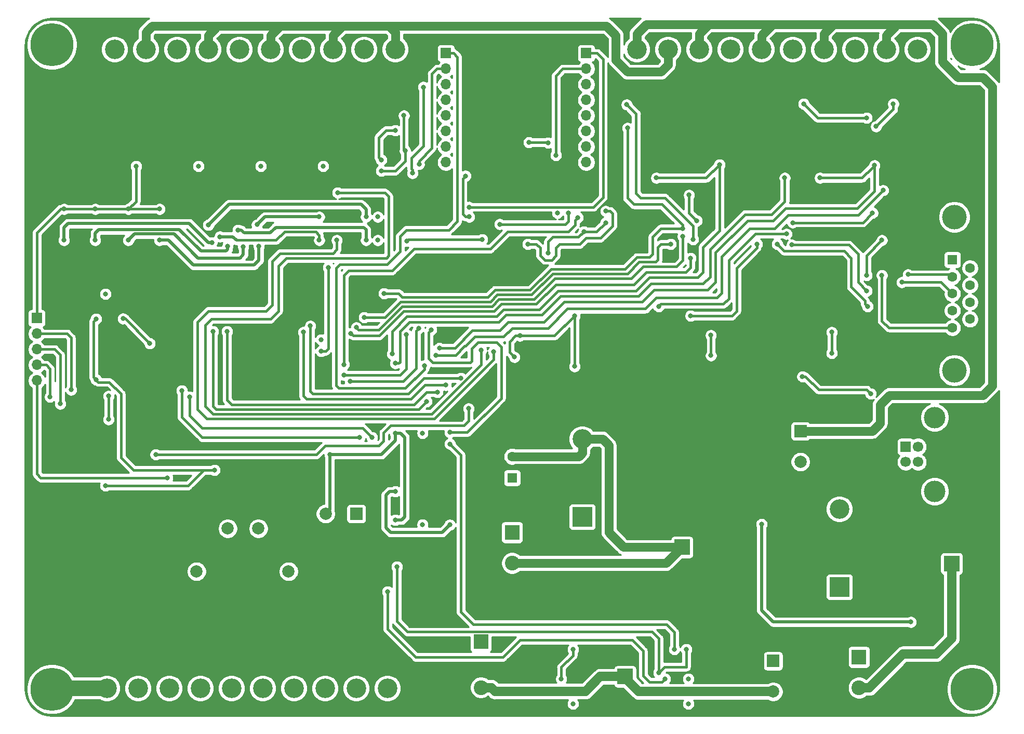
<source format=gbr>
G04 #@! TF.GenerationSoftware,KiCad,Pcbnew,(5.1.5)-3*
G04 #@! TF.CreationDate,2020-07-01T12:55:52+02:00*
G04 #@! TF.ProjectId,ControlUnit_v5.0,436f6e74-726f-46c5-956e-69745f76352e,5.0*
G04 #@! TF.SameCoordinates,Original*
G04 #@! TF.FileFunction,Copper,L2,Bot*
G04 #@! TF.FilePolarity,Positive*
%FSLAX46Y46*%
G04 Gerber Fmt 4.6, Leading zero omitted, Abs format (unit mm)*
G04 Created by KiCad (PCBNEW (5.1.5)-3) date 2020-07-01 12:55:52*
%MOMM*%
%LPD*%
G04 APERTURE LIST*
%ADD10R,2.500000X2.500000*%
%ADD11R,1.700000X1.700000*%
%ADD12O,1.700000X1.700000*%
%ADD13C,1.700000*%
%ADD14C,3.500000*%
%ADD15C,1.600000*%
%ADD16C,4.000000*%
%ADD17R,1.600000X1.600000*%
%ADD18R,2.400000X2.400000*%
%ADD19C,2.400000*%
%ADD20R,2.000000X2.000000*%
%ADD21C,2.000000*%
%ADD22O,3.200000X3.200000*%
%ADD23R,3.200000X3.200000*%
%ADD24C,3.200000*%
%ADD25C,3.200001*%
%ADD26C,7.000000*%
%ADD27C,0.800000*%
%ADD28C,0.381000*%
%ADD29C,1.524000*%
%ADD30C,1.397000*%
%ADD31C,0.508000*%
%ADD32C,0.457200*%
%ADD33C,2.540000*%
%ADD34C,0.254000*%
G04 APERTURE END LIST*
D10*
X231648000Y-129540000D03*
X187706000Y-126873000D03*
X178435000Y-147955000D03*
D11*
X82550000Y-89535000D03*
D12*
X82550000Y-92075000D03*
X82550000Y-94615000D03*
X82550000Y-97155000D03*
X82550000Y-99695000D03*
D13*
X226155000Y-112990000D03*
D14*
X228865000Y-117760000D03*
D11*
X224155000Y-110490000D03*
D14*
X228865000Y-105720000D03*
D13*
X224155000Y-112990000D03*
X226155000Y-110490000D03*
D15*
X234615000Y-84165000D03*
X231775000Y-88320000D03*
X231775000Y-85550000D03*
D16*
X232075000Y-98050000D03*
D15*
X234615000Y-81395000D03*
X234615000Y-89705000D03*
X234615000Y-86935000D03*
X231775000Y-82780000D03*
D17*
X231775000Y-80010000D03*
D16*
X232075000Y-73050000D03*
D15*
X231775000Y-91090000D03*
D18*
X154940000Y-142240000D03*
D19*
X154940000Y-149740000D03*
X160020000Y-129460000D03*
D18*
X160020000Y-124460000D03*
D17*
X160020000Y-115570000D03*
D15*
X160020000Y-112070000D03*
D18*
X216535000Y-144780000D03*
D19*
X216535000Y-149780000D03*
D20*
X207010000Y-107950000D03*
D21*
X207010000Y-112950000D03*
D22*
X171450000Y-109220000D03*
D23*
X171450000Y-121920000D03*
X213360000Y-133350000D03*
D22*
X213360000Y-120650000D03*
D21*
X202565000Y-150415000D03*
D20*
X202565000Y-145415000D03*
X134620000Y-121412000D03*
D21*
X129620000Y-121412000D03*
D12*
X149225000Y-53975000D03*
X149225000Y-48895000D03*
X149225000Y-56515000D03*
X149225000Y-59055000D03*
X149225000Y-61595000D03*
D11*
X149225000Y-46355000D03*
D12*
X149225000Y-64135000D03*
X149225000Y-51435000D03*
X172085000Y-53975000D03*
X172085000Y-48895000D03*
X172085000Y-56515000D03*
X172085000Y-59055000D03*
X172085000Y-61595000D03*
D11*
X172085000Y-46355000D03*
D12*
X172085000Y-64135000D03*
X172085000Y-51435000D03*
D24*
X220980000Y-45720000D03*
X226060000Y-45720000D03*
D25*
X180340000Y-45720000D03*
D24*
X215900000Y-45720000D03*
X195580000Y-45720000D03*
X190500000Y-45720000D03*
D25*
X185420000Y-45720000D03*
D24*
X200660000Y-45720000D03*
X210820000Y-45720000D03*
X205740000Y-45720000D03*
X114300000Y-149860000D03*
X109220000Y-149860000D03*
X119380000Y-149860000D03*
D25*
X134620000Y-149860000D03*
D24*
X129540000Y-149860000D03*
X124460000Y-149860000D03*
X104140000Y-149860000D03*
D25*
X139700000Y-149860000D03*
D24*
X93980000Y-149860000D03*
X99060000Y-149860000D03*
D26*
X85000000Y-45000000D03*
X84999830Y-149999700D03*
X234950000Y-149999700D03*
X235000000Y-45000000D03*
D21*
X123585000Y-130810000D03*
X108585000Y-130810000D03*
X118665000Y-123825000D03*
X113665000Y-123825000D03*
D24*
X120650000Y-45720000D03*
X125730000Y-45720000D03*
X115570000Y-45720000D03*
D25*
X100330000Y-45720000D03*
D24*
X105410000Y-45720000D03*
X110490000Y-45720000D03*
X130810000Y-45720000D03*
D25*
X95250000Y-45720000D03*
D24*
X140970000Y-45720000D03*
X135890000Y-45720000D03*
D27*
X100965000Y-93647500D03*
X96615000Y-89615000D03*
X142557500Y-62230000D03*
X138112500Y-73025000D03*
X138112500Y-76835000D03*
X102552500Y-71755000D03*
X97472500Y-71755000D03*
X92075000Y-71755000D03*
X86995000Y-71755000D03*
X167386000Y-72390000D03*
X170180000Y-97409000D03*
X170180000Y-89154000D03*
X92202000Y-99568000D03*
X93726000Y-85598000D03*
X92202000Y-89662000D03*
X93726000Y-116840000D03*
X111506000Y-114300000D03*
X130302000Y-111760000D03*
X140970000Y-122428000D03*
X188722000Y-148336000D03*
X188722000Y-152400000D03*
X169926000Y-152400000D03*
X145415000Y-123190000D03*
X145415000Y-108282500D03*
X140970000Y-108282500D03*
X161290000Y-92407500D03*
X128905000Y-93042500D03*
X160401000Y-95885000D03*
X153015001Y-73025000D03*
X98727500Y-64770000D03*
X108887500Y-64770000D03*
X119047500Y-64770000D03*
X129207500Y-64770000D03*
X142370000Y-56512000D03*
X138684000Y-65532000D03*
X171704000Y-75438000D03*
X175260000Y-73962500D03*
X152400000Y-66357500D03*
X165862000Y-78930500D03*
X188849000Y-69469000D03*
X190119000Y-73660000D03*
X186436000Y-143510000D03*
X103807500Y-115570000D03*
X149860000Y-110030500D03*
X128905000Y-94917500D03*
X130048000Y-81280000D03*
X162560000Y-77470000D03*
X175260000Y-72087500D03*
X219329000Y-58293000D03*
X222126000Y-54610000D03*
X205740000Y-73962500D03*
X218742500Y-72390000D03*
X217805000Y-82550000D03*
X220267500Y-76835000D03*
X220280000Y-82550000D03*
X192405000Y-92329000D03*
X192416000Y-95620000D03*
X207312500Y-99060000D03*
X218440000Y-101854000D03*
X183515000Y-66675000D03*
X140462000Y-95377000D03*
X193802000Y-64516000D03*
X140970000Y-96901000D03*
X204440000Y-66675000D03*
X210185000Y-66675000D03*
X148145500Y-94424500D03*
X219075000Y-64643000D03*
X147574000Y-95567500D03*
X220478350Y-68700650D03*
X88138000Y-101219000D03*
X86360000Y-103505000D03*
X84709000Y-102362000D03*
X223520000Y-83693000D03*
X224536000Y-82423000D03*
X146050000Y-103124000D03*
X111252000Y-91694000D03*
X111061500Y-77216000D03*
X86980000Y-76835000D03*
X147828000Y-101600000D03*
X113538000Y-91694000D03*
X113665000Y-77787500D03*
X92060000Y-76835000D03*
X125984000Y-91821000D03*
X149225000Y-100457000D03*
X116205000Y-77914500D03*
X97457500Y-76835000D03*
X151638000Y-99314000D03*
X127127000Y-90805000D03*
X118745000Y-77851000D03*
X102537500Y-76835000D03*
X94234000Y-102235000D03*
X94234000Y-106045000D03*
X152908000Y-104267000D03*
X101932500Y-111760000D03*
X217805000Y-56896000D03*
X207515000Y-54610000D03*
X156972000Y-94996000D03*
X131445000Y-76835000D03*
X112395000Y-76263500D03*
X128572500Y-76835000D03*
X118427500Y-74295000D03*
X128572500Y-73025000D03*
X154940000Y-94742000D03*
X131572000Y-69088000D03*
X110490000Y-74358500D03*
X136222500Y-73025000D03*
X115316000Y-75184000D03*
X136222500Y-76835000D03*
X203200000Y-77470000D03*
X217932000Y-87630000D03*
X212090000Y-95250000D03*
X212090000Y-91821000D03*
X178689000Y-54737000D03*
X189484000Y-76708000D03*
X135890000Y-89408000D03*
X185850000Y-77470000D03*
X134620000Y-91059000D03*
X187833000Y-76200000D03*
X133731000Y-92011500D03*
X189103000Y-79756000D03*
X132588000Y-97091500D03*
X170688000Y-73152000D03*
X167132000Y-62992000D03*
X145732500Y-97282000D03*
X146812000Y-91440000D03*
X149860000Y-108155500D03*
X152971500Y-71437500D03*
X183896000Y-147320000D03*
X188389500Y-143510000D03*
X144780000Y-91186000D03*
X133604000Y-99822000D03*
X107442000Y-102362000D03*
X137160000Y-108966000D03*
X141224000Y-130048000D03*
X144843500Y-64452500D03*
X143764000Y-65913000D03*
X145542000Y-51879500D03*
X142748000Y-92202000D03*
X132588000Y-98806000D03*
X106172000Y-101346000D03*
X135128000Y-108966000D03*
X139700000Y-134112000D03*
X184912000Y-148336000D03*
X142875000Y-76962000D03*
X155130500Y-76708000D03*
X162750500Y-60896500D03*
X165862000Y-60960000D03*
X138684000Y-63754000D03*
X140970000Y-58928000D03*
X178816000Y-58547000D03*
X187833000Y-74930000D03*
X139147000Y-85516000D03*
X224995500Y-139065000D03*
X200660000Y-123120000D03*
X205613000Y-77597000D03*
X217805000Y-85090000D03*
X199898000Y-77470000D03*
X189103000Y-89154000D03*
X183896000Y-87630000D03*
X204724000Y-75819000D03*
X157988000Y-74231500D03*
X169212500Y-72390000D03*
X149860000Y-123220000D03*
X140970000Y-117777500D03*
X169926000Y-143510000D03*
X168021000Y-148336000D03*
D28*
X100965000Y-93647500D02*
X96932500Y-89615000D01*
X96932500Y-89615000D02*
X96615000Y-89615000D01*
D29*
X156637056Y-149740000D02*
X157265056Y-150368000D01*
X154940000Y-149740000D02*
X156637056Y-149740000D01*
X157265056Y-150368000D02*
X171958000Y-150368000D01*
X174371000Y-147955000D02*
X178435000Y-147955000D01*
X171958000Y-150368000D02*
X174371000Y-147955000D01*
X202565000Y-150415000D02*
X180641000Y-150415000D01*
X178435000Y-148209000D02*
X178435000Y-147955000D01*
X180641000Y-150415000D02*
X178435000Y-148209000D01*
D30*
X185119000Y-129460000D02*
X187706000Y-126873000D01*
X160020000Y-129460000D02*
X185119000Y-129460000D01*
D29*
X218232056Y-149780000D02*
X223740056Y-144272000D01*
X216535000Y-149780000D02*
X218232056Y-149780000D01*
X223740056Y-144272000D02*
X229108000Y-144272000D01*
X231648000Y-141732000D02*
X231648000Y-129540000D01*
X229108000Y-144272000D02*
X231648000Y-141732000D01*
D30*
X174752000Y-109220000D02*
X171450000Y-109220000D01*
X175768000Y-110236000D02*
X174752000Y-109220000D01*
X175768000Y-124460000D02*
X175768000Y-110236000D01*
X187706000Y-126873000D02*
X178181000Y-126873000D01*
X178181000Y-126873000D02*
X175768000Y-124460000D01*
X170862741Y-112070000D02*
X171450000Y-111482741D01*
X171450000Y-111482741D02*
X171450000Y-109220000D01*
X160020000Y-112070000D02*
X170862741Y-112070000D01*
D31*
X140970000Y-122428000D02*
X141986000Y-122428000D01*
X141986000Y-122428000D02*
X142494000Y-121920000D01*
X142494000Y-121920000D02*
X142494000Y-108966000D01*
X141810500Y-108282500D02*
X140970000Y-108282500D01*
X142494000Y-108966000D02*
X141810500Y-108282500D01*
X140970000Y-108282500D02*
X140970000Y-109474000D01*
X138684000Y-111760000D02*
X130302000Y-111760000D01*
X140970000Y-109474000D02*
X138684000Y-111760000D01*
X130302000Y-120730000D02*
X129620000Y-121412000D01*
X130302000Y-111760000D02*
X130302000Y-120730000D01*
D30*
X130810000Y-43457259D02*
X132357259Y-41910000D01*
X130810000Y-45720000D02*
X130810000Y-43457259D01*
X132357259Y-41910000D02*
X139954000Y-41910000D01*
X140970000Y-42926000D02*
X140970000Y-45720000D01*
X139954000Y-41910000D02*
X140970000Y-42926000D01*
X100330000Y-42926000D02*
X100330000Y-45720000D01*
X101346000Y-41910000D02*
X100330000Y-42926000D01*
X111760000Y-42187259D02*
X111760000Y-41910000D01*
X110490000Y-43457259D02*
X111760000Y-42187259D01*
X110490000Y-45720000D02*
X110490000Y-43457259D01*
X111760000Y-41910000D02*
X101346000Y-41910000D01*
X120650000Y-43457259D02*
X122197259Y-41910000D01*
X122197259Y-41910000D02*
X122428000Y-41910000D01*
X132357259Y-41910000D02*
X122428000Y-41910000D01*
X120650000Y-45720000D02*
X120650000Y-43457259D01*
X122428000Y-41910000D02*
X111760000Y-41910000D01*
D28*
X160590000Y-92407500D02*
X159639000Y-93358500D01*
X161290000Y-92407500D02*
X160590000Y-92407500D01*
X159639000Y-95123000D02*
X160401000Y-95885000D01*
X159639000Y-93358500D02*
X159639000Y-95123000D01*
X93726000Y-116840000D02*
X107188000Y-116840000D01*
X109728000Y-114300000D02*
X111506000Y-114300000D01*
X107188000Y-116840000D02*
X109728000Y-114300000D01*
X92601999Y-99967999D02*
X94379999Y-99967999D01*
X98298000Y-114300000D02*
X111506000Y-114300000D01*
X94379999Y-99967999D02*
X96266000Y-101854000D01*
X96266000Y-101854000D02*
X96266000Y-112268000D01*
X92202000Y-99568000D02*
X92601999Y-99967999D01*
X96266000Y-112268000D02*
X98298000Y-114300000D01*
X91802001Y-99168001D02*
X92202000Y-99568000D01*
X91802001Y-90061999D02*
X91802001Y-99168001D01*
X92202000Y-89662000D02*
X91802001Y-90061999D01*
X82550000Y-88304000D02*
X82550000Y-89535000D01*
X82550000Y-75634315D02*
X82550000Y-88304000D01*
X86429315Y-71755000D02*
X82550000Y-75634315D01*
X86995000Y-71755000D02*
X86429315Y-71755000D01*
X87560685Y-71755000D02*
X92075000Y-71755000D01*
X86995000Y-71755000D02*
X87560685Y-71755000D01*
X92640685Y-71755000D02*
X97472500Y-71755000D01*
X92075000Y-71755000D02*
X92640685Y-71755000D01*
X98038185Y-71755000D02*
X102552500Y-71755000D01*
X97472500Y-71755000D02*
X98038185Y-71755000D01*
X98727500Y-70500000D02*
X97472500Y-71755000D01*
X98727500Y-64770000D02*
X98727500Y-70500000D01*
X142370000Y-62042500D02*
X142557500Y-62230000D01*
X142370000Y-56512000D02*
X142370000Y-62042500D01*
X138684000Y-65532000D02*
X140970000Y-65532000D01*
X142557500Y-63944500D02*
X142557500Y-62230000D01*
X140970000Y-65532000D02*
X142557500Y-63944500D01*
X171704000Y-75438000D02*
X173784500Y-75438000D01*
X173784500Y-75438000D02*
X175260000Y-73962500D01*
X170180000Y-97409000D02*
X170180000Y-89154000D01*
X166926500Y-92407500D02*
X170180000Y-89154000D01*
X161290000Y-92407500D02*
X166926500Y-92407500D01*
X153015001Y-73025000D02*
X152400000Y-73025000D01*
X152400000Y-73025000D02*
X151955500Y-72580500D01*
X151955500Y-72580500D02*
X151955500Y-66802000D01*
X151955500Y-66802000D02*
X152400000Y-66357500D01*
X165862000Y-78930500D02*
X165862000Y-77089000D01*
X165862000Y-77089000D02*
X166624000Y-76327000D01*
X170815000Y-76327000D02*
X171704000Y-75438000D01*
X166624000Y-76327000D02*
X170815000Y-76327000D01*
D30*
X139954000Y-41910000D02*
X175387000Y-41910000D01*
X175387000Y-41910000D02*
X176911000Y-43434000D01*
X176911000Y-43434000D02*
X176911000Y-47498000D01*
X176911000Y-47498000D02*
X178816000Y-49403000D01*
X178816000Y-49403000D02*
X184277000Y-49403000D01*
X185420000Y-48260000D02*
X185420000Y-45720000D01*
X184277000Y-49403000D02*
X185420000Y-48260000D01*
D32*
X188849000Y-69469000D02*
X188849000Y-72390000D01*
X188849000Y-72390000D02*
X190119000Y-73660000D01*
D28*
X83185000Y-115570000D02*
X103807500Y-115570000D01*
X82550000Y-114935000D02*
X83185000Y-115570000D01*
X82550000Y-99695000D02*
X82550000Y-114935000D01*
X186436000Y-143510000D02*
X186436000Y-140716000D01*
X151638000Y-137414000D02*
X151638000Y-111808500D01*
X153670000Y-139446000D02*
X151638000Y-137414000D01*
X186436000Y-140716000D02*
X185166000Y-139446000D01*
X151638000Y-111808500D02*
X149860000Y-110030500D01*
X185166000Y-139446000D02*
X153670000Y-139446000D01*
X128905000Y-94917500D02*
X129618500Y-94917500D01*
X129618500Y-94917500D02*
X130048000Y-94488000D01*
X130048000Y-94488000D02*
X130048000Y-81280000D01*
X164592000Y-78105000D02*
X163957000Y-77470000D01*
X164592000Y-79311500D02*
X164592000Y-78105000D01*
X172085000Y-76454000D02*
X171069000Y-77470000D01*
X165354000Y-80073500D02*
X164592000Y-79311500D01*
X176403000Y-72517000D02*
X176403000Y-74485500D01*
X176403000Y-74485500D02*
X174434500Y-76454000D01*
X175260000Y-72087500D02*
X175973500Y-72087500D01*
X167132000Y-78041500D02*
X167132000Y-79375000D01*
X174434500Y-76454000D02*
X172085000Y-76454000D01*
X175973500Y-72087500D02*
X176403000Y-72517000D01*
X167132000Y-79375000D02*
X166433500Y-80073500D01*
X171069000Y-77470000D02*
X167703500Y-77470000D01*
X167703500Y-77470000D02*
X167132000Y-78041500D01*
X163957000Y-77470000D02*
X162560000Y-77470000D01*
X166433500Y-80073500D02*
X165354000Y-80073500D01*
D32*
X219329000Y-58293000D02*
X222126000Y-55496000D01*
X222126000Y-55496000D02*
X222126000Y-54610000D01*
D28*
X217170000Y-73962500D02*
X218742500Y-72390000D01*
X205740000Y-73962500D02*
X217170000Y-73962500D01*
X217805000Y-82550000D02*
X217805000Y-79297500D01*
X217805000Y-79297500D02*
X220267500Y-76835000D01*
X221392000Y-91090000D02*
X220280000Y-89978000D01*
X220280000Y-89978000D02*
X220280000Y-82550000D01*
X231775000Y-91090000D02*
X221392000Y-91090000D01*
X192405000Y-95609000D02*
X192416000Y-95620000D01*
X192405000Y-92329000D02*
X192405000Y-95609000D01*
X207800000Y-99060000D02*
X209959000Y-101219000D01*
X207312500Y-99060000D02*
X207800000Y-99060000D01*
X209959000Y-101219000D02*
X217805000Y-101219000D01*
X217805000Y-101219000D02*
X218440000Y-101854000D01*
D32*
X140462000Y-95377000D02*
X140462000Y-91694000D01*
X140462000Y-91694000D02*
X142875000Y-89281000D01*
X142875000Y-89281000D02*
X157480000Y-89281000D01*
X157480000Y-89281000D02*
X158623000Y-88138000D01*
X158623000Y-88138000D02*
X164465000Y-88138000D01*
X164465000Y-88138000D02*
X167513000Y-85090000D01*
X167513000Y-85090000D02*
X180213000Y-85090000D01*
X180213000Y-85090000D02*
X182372000Y-82931000D01*
X182372000Y-82931000D02*
X190246000Y-82931000D01*
X190246000Y-82931000D02*
X191135000Y-82042000D01*
X191135000Y-82042000D02*
X191135000Y-77978000D01*
X191135000Y-77978000D02*
X193802000Y-75311000D01*
X193802000Y-75311000D02*
X193802000Y-64516000D01*
X191643000Y-66675000D02*
X193802000Y-64516000D01*
X183515000Y-66675000D02*
X191643000Y-66675000D01*
X141535685Y-96901000D02*
X141732000Y-96704685D01*
X140970000Y-96901000D02*
X141535685Y-96901000D01*
X141732000Y-96704685D02*
X141732000Y-91694000D01*
X141732000Y-91694000D02*
X143256000Y-90170000D01*
X143256000Y-90170000D02*
X157861000Y-90170000D01*
X157861000Y-90170000D02*
X159004000Y-89027000D01*
X159004000Y-89027000D02*
X164846000Y-89027000D01*
X164846000Y-89027000D02*
X167894000Y-85979000D01*
X167894000Y-85979000D02*
X180594000Y-85979000D01*
X180594000Y-85979000D02*
X182626000Y-83947000D01*
X182626000Y-83947000D02*
X191135000Y-83947000D01*
X191135000Y-83947000D02*
X192278000Y-82804000D01*
X192278000Y-82804000D02*
X192278000Y-78359000D01*
X192278000Y-78359000D02*
X197993000Y-72644000D01*
X197993000Y-72644000D02*
X202311000Y-72644000D01*
X202311000Y-72644000D02*
X204440000Y-70515000D01*
X204440000Y-70515000D02*
X204440000Y-66675000D01*
X148145500Y-94424500D02*
X150685500Y-94424500D01*
X150685500Y-94424500D02*
X153543000Y-91567000D01*
X153543000Y-91567000D02*
X157988000Y-91567000D01*
X157988000Y-91567000D02*
X159385000Y-90170000D01*
X159385000Y-90170000D02*
X165227000Y-90170000D01*
X165227000Y-90170000D02*
X168529000Y-86868000D01*
X168529000Y-86868000D02*
X181229000Y-86868000D01*
X181229000Y-86868000D02*
X183134000Y-84963000D01*
X183134000Y-84963000D02*
X191897000Y-84963000D01*
X191897000Y-84963000D02*
X193167000Y-83693000D01*
X193167000Y-83693000D02*
X193167000Y-78867000D01*
X193167000Y-78867000D02*
X198374000Y-73660000D01*
X198374000Y-73660000D02*
X202565000Y-73660000D01*
X202565000Y-73660000D02*
X204597000Y-71628000D01*
X204597000Y-71628000D02*
X216281000Y-71628000D01*
X216281000Y-71628000D02*
X218948000Y-68961000D01*
X218948000Y-68961000D02*
X219075000Y-68834000D01*
X219075000Y-68834000D02*
X219075000Y-64643000D01*
X218675001Y-65042999D02*
X219075000Y-64643000D01*
X217043000Y-66675000D02*
X218675001Y-65042999D01*
X210185000Y-66675000D02*
X217043000Y-66675000D01*
X150812500Y-95567500D02*
X147574000Y-95567500D01*
X152400000Y-94107000D02*
X152273000Y-94107000D01*
X152273000Y-94107000D02*
X150812500Y-95567500D01*
X158623000Y-92583000D02*
X153924000Y-92583000D01*
X153924000Y-92583000D02*
X152400000Y-94107000D01*
X160020000Y-91186000D02*
X158623000Y-92583000D01*
X165862000Y-91186000D02*
X160020000Y-91186000D01*
X198755000Y-74930000D02*
X194183000Y-79502000D01*
X202819000Y-74930000D02*
X198755000Y-74930000D01*
X204978000Y-72771000D02*
X202819000Y-74930000D01*
X220478350Y-68700650D02*
X216408000Y-72771000D01*
X216408000Y-72771000D02*
X204978000Y-72771000D01*
X194183000Y-79502000D02*
X194183000Y-85471000D01*
X194183000Y-85471000D02*
X193421000Y-86233000D01*
X193421000Y-86233000D02*
X183515000Y-86233000D01*
X183515000Y-86233000D02*
X181737000Y-88011000D01*
X169037000Y-88011000D02*
X165862000Y-91186000D01*
X181737000Y-88011000D02*
X169037000Y-88011000D01*
D28*
X88138000Y-101219000D02*
X88138000Y-92710000D01*
X87503000Y-92075000D02*
X82550000Y-92075000D01*
X88138000Y-92710000D02*
X87503000Y-92075000D01*
X85471000Y-94615000D02*
X82550000Y-94615000D01*
X86360000Y-103505000D02*
X86360000Y-95504000D01*
X86360000Y-95504000D02*
X85471000Y-94615000D01*
X84074000Y-97155000D02*
X82550000Y-97155000D01*
X84709000Y-97790000D02*
X84074000Y-97155000D01*
X84709000Y-97790000D02*
X84709000Y-102362000D01*
X229918000Y-83693000D02*
X231775000Y-85550000D01*
X223520000Y-83693000D02*
X229918000Y-83693000D01*
X231418000Y-82423000D02*
X231775000Y-82780000D01*
X224536000Y-82423000D02*
X231418000Y-82423000D01*
X146050000Y-103124000D02*
X144780000Y-104394000D01*
X144780000Y-104394000D02*
X111760000Y-104394000D01*
X111760000Y-104394000D02*
X111252000Y-103886000D01*
X111252000Y-103886000D02*
X111252000Y-91694000D01*
D31*
X86980000Y-74754500D02*
X86980000Y-76835000D01*
X87630000Y-74104500D02*
X86980000Y-74754500D01*
X111061500Y-77216000D02*
X110495815Y-77216000D01*
X110495815Y-77216000D02*
X107384315Y-74104500D01*
X107384315Y-74104500D02*
X87630000Y-74104500D01*
D28*
X147828000Y-101600000D02*
X146050000Y-101600000D01*
X146050000Y-101600000D02*
X144018000Y-103632000D01*
X144018000Y-103632000D02*
X114300000Y-103632000D01*
X114300000Y-103632000D02*
X113538000Y-102870000D01*
X113538000Y-102870000D02*
X113538000Y-91694000D01*
D31*
X113665000Y-78353185D02*
X113405185Y-78613000D01*
X113665000Y-77787500D02*
X113665000Y-78353185D01*
X113405185Y-78613000D02*
X109283500Y-78613000D01*
X109283500Y-78613000D02*
X105791000Y-75120500D01*
X105791000Y-75120500D02*
X92646500Y-75120500D01*
X92646500Y-75120500D02*
X92060000Y-75707000D01*
X92060000Y-75707000D02*
X92060000Y-76835000D01*
D28*
X125984000Y-91821000D02*
X125984000Y-92386685D01*
X125984000Y-92386685D02*
X125984000Y-102235000D01*
X125984000Y-102235000D02*
X126492000Y-102743000D01*
X126492000Y-102743000D02*
X143510000Y-102743000D01*
X143510000Y-102743000D02*
X145796000Y-100457000D01*
X145796000Y-100457000D02*
X149225000Y-100457000D01*
D31*
X104902000Y-75819000D02*
X98473500Y-75819000D01*
X98473500Y-75819000D02*
X97457500Y-76835000D01*
X115633500Y-79756000D02*
X108839000Y-79756000D01*
X108839000Y-79756000D02*
X104902000Y-75819000D01*
X116205000Y-77914500D02*
X116205000Y-79184500D01*
X116205000Y-79184500D02*
X115633500Y-79756000D01*
D28*
X151638000Y-99314000D02*
X151072315Y-99314000D01*
X151072315Y-99314000D02*
X145669000Y-99314000D01*
X145669000Y-99314000D02*
X143129000Y-101854000D01*
X143129000Y-101854000D02*
X127508000Y-101854000D01*
X127508000Y-101854000D02*
X127127000Y-101473000D01*
X127127000Y-101473000D02*
X127127000Y-90805000D01*
D31*
X104013000Y-76835000D02*
X102537500Y-76835000D01*
X108077000Y-80899000D02*
X104013000Y-76835000D01*
X118745000Y-80137000D02*
X117983000Y-80899000D01*
X118745000Y-77851000D02*
X118745000Y-80137000D01*
X117983000Y-80899000D02*
X108077000Y-80899000D01*
D28*
X94234000Y-102235000D02*
X94234000Y-106045000D01*
X152908000Y-106299000D02*
X152908000Y-104267000D01*
X152146000Y-107061000D02*
X152908000Y-106299000D01*
X139065000Y-108204000D02*
X140208000Y-107061000D01*
X140208000Y-107061000D02*
X152146000Y-107061000D01*
X128143000Y-111760000D02*
X129540000Y-110363000D01*
X101932500Y-111760000D02*
X128143000Y-111760000D01*
X129540000Y-110363000D02*
X138303000Y-110363000D01*
X138303000Y-110363000D02*
X139065000Y-109601000D01*
X139065000Y-109601000D02*
X139065000Y-108204000D01*
D32*
X217805000Y-56896000D02*
X209801000Y-56896000D01*
X209801000Y-56896000D02*
X207515000Y-54610000D01*
D28*
X156972000Y-96266000D02*
X156972000Y-94996000D01*
X147320000Y-105918000D02*
X156972000Y-96266000D01*
X110490000Y-88392000D02*
X108712000Y-90170000D01*
X122174000Y-78994000D02*
X120904000Y-80264000D01*
X130810000Y-78994000D02*
X122174000Y-78994000D01*
X120904000Y-80264000D02*
X120904000Y-87376000D01*
X108712000Y-90170000D02*
X108712000Y-104394000D01*
X131445000Y-78359000D02*
X130810000Y-78994000D01*
X131445000Y-76835000D02*
X131445000Y-78359000D01*
X110236000Y-105918000D02*
X147320000Y-105918000D01*
X119888000Y-88392000D02*
X110490000Y-88392000D01*
X120904000Y-87376000D02*
X119888000Y-88392000D01*
X108712000Y-104394000D02*
X110236000Y-105918000D01*
D31*
X112395000Y-76263500D02*
X114490500Y-76263500D01*
X114490500Y-76263500D02*
X115062000Y-76835000D01*
D28*
X115062000Y-76835000D02*
X121539000Y-76835000D01*
X121539000Y-76835000D02*
X122936000Y-75438000D01*
X122936000Y-75438000D02*
X128016000Y-75438000D01*
X128572500Y-75994500D02*
X128572500Y-76835000D01*
X128016000Y-75438000D02*
X128572500Y-75994500D01*
D31*
X118427500Y-74295000D02*
X119697500Y-73025000D01*
X119697500Y-73025000D02*
X128572500Y-73025000D01*
D28*
X139890500Y-69723000D02*
X139255500Y-69088000D01*
X139890500Y-79375000D02*
X139890500Y-69723000D01*
X121920000Y-81026000D02*
X123190000Y-79756000D01*
X154940000Y-94742000D02*
X154940000Y-97149086D01*
X131572000Y-69088000D02*
X139255500Y-69088000D01*
X146933086Y-105156000D02*
X111252000Y-105156000D01*
X139509500Y-79756000D02*
X139890500Y-79375000D01*
X109982000Y-103886000D02*
X109982000Y-90678000D01*
X109982000Y-90678000D02*
X110998000Y-89662000D01*
X154940000Y-97149086D02*
X146933086Y-105156000D01*
X111252000Y-105156000D02*
X109982000Y-103886000D01*
X121920000Y-88392000D02*
X121920000Y-81026000D01*
X110998000Y-89662000D02*
X120650000Y-89662000D01*
X123190000Y-79756000D02*
X139509500Y-79756000D01*
X120650000Y-89662000D02*
X121920000Y-88392000D01*
D31*
X136159000Y-73088500D02*
X136222500Y-73025000D01*
X136222500Y-71833500D02*
X136222500Y-73025000D01*
X135382000Y-70993000D02*
X136222500Y-71833500D01*
X110490000Y-74358500D02*
X113855500Y-70993000D01*
X113855500Y-70993000D02*
X135382000Y-70993000D01*
X115881685Y-75184000D02*
X116326185Y-75628500D01*
X115316000Y-75184000D02*
X115881685Y-75184000D01*
X116326185Y-75628500D02*
X120586500Y-75628500D01*
X120586500Y-75628500D02*
X121475500Y-74739500D01*
X121475500Y-74739500D02*
X135826500Y-74739500D01*
X135826500Y-74739500D02*
X136222500Y-75135500D01*
X136222500Y-75135500D02*
X136222500Y-76835000D01*
D28*
X217532001Y-87230001D02*
X217532001Y-86722001D01*
X217932000Y-87630000D02*
X217532001Y-87230001D01*
X217532001Y-86722001D02*
X215265000Y-84455000D01*
X215265000Y-84455000D02*
X215265000Y-79756000D01*
X215265000Y-79756000D02*
X214122000Y-78613000D01*
X204343000Y-78613000D02*
X203200000Y-77470000D01*
X214122000Y-78613000D02*
X204343000Y-78613000D01*
X212090000Y-91821000D02*
X212090000Y-95250000D01*
D32*
X189484000Y-76708000D02*
X189484000Y-74549000D01*
X189484000Y-74549000D02*
X184912000Y-69977000D01*
X184912000Y-69977000D02*
X180975000Y-69977000D01*
X180975000Y-69977000D02*
X180213000Y-69215000D01*
X180213000Y-56261000D02*
X178689000Y-54737000D01*
X180213000Y-69215000D02*
X180213000Y-56261000D01*
D28*
X184277000Y-77470000D02*
X185850000Y-77470000D01*
X183769000Y-77978000D02*
X184277000Y-77470000D01*
X156464000Y-86868000D02*
X157607000Y-85725000D01*
X141859000Y-86868000D02*
X156464000Y-86868000D01*
X139319000Y-89408000D02*
X141859000Y-86868000D01*
X135890000Y-89408000D02*
X139319000Y-89408000D01*
X166624000Y-82296000D02*
X178816000Y-82296000D01*
X180721000Y-80391000D02*
X183388000Y-80391000D01*
X183769000Y-80010000D02*
X183769000Y-77978000D01*
X157607000Y-85725000D02*
X163195000Y-85725000D01*
X163195000Y-85725000D02*
X166624000Y-82296000D01*
X183388000Y-80391000D02*
X183769000Y-80010000D01*
X178816000Y-82296000D02*
X180721000Y-80391000D01*
X135019999Y-91458999D02*
X138284001Y-91458999D01*
X134620000Y-91059000D02*
X135019999Y-91458999D01*
X138284001Y-91458999D02*
X142113000Y-87630000D01*
X142113000Y-87630000D02*
X156718000Y-87630000D01*
X156718000Y-87630000D02*
X157861000Y-86487000D01*
X157861000Y-86487000D02*
X163576000Y-86487000D01*
X163576000Y-86487000D02*
X167005000Y-83058000D01*
X167005000Y-83058000D02*
X179451000Y-83058000D01*
X179451000Y-83058000D02*
X181356000Y-81153000D01*
X181356000Y-81153000D02*
X186817000Y-81153000D01*
X186817000Y-81153000D02*
X187833000Y-80137000D01*
X187833000Y-80137000D02*
X187833000Y-76200000D01*
X134130999Y-92411499D02*
X138347501Y-92411499D01*
X133731000Y-92011500D02*
X134130999Y-92411499D01*
X138347501Y-92411499D02*
X142367000Y-88392000D01*
X142367000Y-88392000D02*
X157099000Y-88392000D01*
X157099000Y-88392000D02*
X158242000Y-87249000D01*
X158242000Y-87249000D02*
X163957000Y-87249000D01*
X163957000Y-87249000D02*
X167132000Y-84074000D01*
X167132000Y-84074000D02*
X179832000Y-84074000D01*
X179832000Y-84074000D02*
X181864000Y-82042000D01*
X181864000Y-82042000D02*
X188341000Y-82042000D01*
X188341000Y-82042000D02*
X189103000Y-81280000D01*
X189103000Y-81280000D02*
X189103000Y-79756000D01*
X132588000Y-97091500D02*
X132588000Y-82550000D01*
X132588000Y-82550000D02*
X133350000Y-81788000D01*
X133350000Y-81788000D02*
X140462000Y-81788000D01*
X140462000Y-81788000D02*
X144018000Y-78232000D01*
X144018000Y-78232000D02*
X156464000Y-78232000D01*
X156464000Y-78232000D02*
X159258000Y-75438000D01*
X159258000Y-75438000D02*
X169164000Y-75438000D01*
X170288001Y-74313999D02*
X169164000Y-75438000D01*
X170288001Y-73551999D02*
X170288001Y-74313999D01*
X170688000Y-73152000D02*
X170288001Y-73551999D01*
X167132000Y-62992000D02*
X167132000Y-50038000D01*
X168275000Y-48895000D02*
X172085000Y-48895000D01*
X167132000Y-50038000D02*
X168275000Y-48895000D01*
X150456000Y-46355000D02*
X149225000Y-46355000D01*
X151066500Y-46965500D02*
X150456000Y-46355000D01*
X151066500Y-73787000D02*
X151066500Y-46965500D01*
X149669500Y-75184000D02*
X151066500Y-73787000D01*
X131762500Y-100965000D02*
X131318000Y-100520500D01*
X131318000Y-100520500D02*
X131318000Y-81343500D01*
X141732000Y-78676500D02*
X141732000Y-76200000D01*
X142615185Y-100965000D02*
X131762500Y-100965000D01*
X131318000Y-81343500D02*
X131889500Y-80772000D01*
X131889500Y-80772000D02*
X139636500Y-80772000D01*
X145732500Y-97847685D02*
X142615185Y-100965000D01*
X139636500Y-80772000D02*
X141732000Y-78676500D01*
X141732000Y-76200000D02*
X142748000Y-75184000D01*
X145732500Y-97282000D02*
X145732500Y-97847685D01*
X142748000Y-75184000D02*
X149669500Y-75184000D01*
X146412001Y-91839999D02*
X146812000Y-91440000D01*
X153162000Y-96774000D02*
X147066000Y-96774000D01*
X158242000Y-94234000D02*
X157480000Y-93472000D01*
X153416000Y-94488000D02*
X153416000Y-96520000D01*
X157480000Y-93472000D02*
X154432000Y-93472000D01*
X158242000Y-102616000D02*
X158242000Y-94234000D01*
X149860000Y-108155500D02*
X152702500Y-108155500D01*
X154432000Y-93472000D02*
X153416000Y-94488000D01*
X153416000Y-96520000D02*
X153162000Y-96774000D01*
X146412001Y-96120001D02*
X146412001Y-91839999D01*
X152702500Y-108155500D02*
X158242000Y-102616000D01*
X147066000Y-96774000D02*
X146412001Y-96120001D01*
X152971500Y-71437500D02*
X173228000Y-71437500D01*
X173228000Y-71437500D02*
X174815500Y-69850000D01*
X174815500Y-69850000D02*
X174815500Y-47307500D01*
X173863000Y-46355000D02*
X172085000Y-46355000D01*
X174815500Y-47307500D02*
X173863000Y-46355000D01*
X144380001Y-91585999D02*
X144380001Y-97681999D01*
X144780000Y-91186000D02*
X144380001Y-91585999D01*
X144380001Y-97681999D02*
X142240000Y-99822000D01*
X142240000Y-99822000D02*
X133604000Y-99822000D01*
X107442000Y-102362000D02*
X107442000Y-105410000D01*
X107442000Y-105410000D02*
X109474000Y-107442000D01*
X109474000Y-107442000D02*
X135636000Y-107442000D01*
X135636000Y-107442000D02*
X137160000Y-108966000D01*
X188389500Y-146382500D02*
X188389500Y-143510000D01*
X184833500Y-146382500D02*
X183896000Y-147320000D01*
X188389500Y-146382500D02*
X184833500Y-146382500D01*
X183896000Y-141732000D02*
X183896000Y-147320000D01*
X182835699Y-140671699D02*
X183896000Y-141732000D01*
X142957699Y-140671699D02*
X182835699Y-140671699D01*
X141224000Y-130048000D02*
X141224000Y-138938000D01*
X141224000Y-138938000D02*
X142957699Y-140671699D01*
X144843500Y-63886815D02*
X146939000Y-61791315D01*
X144843500Y-64452500D02*
X144843500Y-63886815D01*
X146939000Y-61791315D02*
X146939000Y-49720500D01*
X147764500Y-48895000D02*
X149225000Y-48895000D01*
X146939000Y-49720500D02*
X147764500Y-48895000D01*
X143764000Y-65347315D02*
X143573500Y-65156815D01*
X143764000Y-65913000D02*
X143764000Y-65347315D01*
X143573500Y-65156815D02*
X143573500Y-63436500D01*
X143573500Y-63436500D02*
X145542000Y-61468000D01*
X145542000Y-61468000D02*
X145542000Y-51879500D01*
X142748000Y-92202000D02*
X142748000Y-97790000D01*
X142748000Y-97790000D02*
X141732000Y-98806000D01*
X141732000Y-98806000D02*
X132588000Y-98806000D01*
X106172000Y-101346000D02*
X106172000Y-105664000D01*
X106172000Y-105664000D02*
X109474000Y-108966000D01*
X109474000Y-108966000D02*
X135128000Y-108966000D01*
X139700000Y-134112000D02*
X139700000Y-140208000D01*
X139700000Y-140208000D02*
X144272000Y-144780000D01*
X144272000Y-144780000D02*
X158496000Y-144780000D01*
X158496000Y-144780000D02*
X161290000Y-141986000D01*
X161290000Y-141986000D02*
X179578000Y-141986000D01*
X179578000Y-141986000D02*
X181356000Y-143764000D01*
X181356000Y-143764000D02*
X181356000Y-147828000D01*
X181356000Y-147828000D02*
X182372000Y-148844000D01*
X182372000Y-148844000D02*
X184404000Y-148844000D01*
X184404000Y-148844000D02*
X184912000Y-148336000D01*
X162750500Y-60896500D02*
X165798500Y-60896500D01*
X165798500Y-60896500D02*
X165862000Y-60960000D01*
X143129000Y-76708000D02*
X142875000Y-76962000D01*
X155130500Y-76708000D02*
X143129000Y-76708000D01*
X138284001Y-63354001D02*
X138284001Y-60089999D01*
X138684000Y-63754000D02*
X138284001Y-63354001D01*
X138284001Y-60089999D02*
X139446000Y-58928000D01*
X139446000Y-58928000D02*
X140970000Y-58928000D01*
D32*
X187833000Y-74364315D02*
X184461685Y-70993000D01*
X187833000Y-74930000D02*
X187833000Y-74364315D01*
X184461685Y-70993000D02*
X179832000Y-70993000D01*
X178816000Y-69977000D02*
X178816000Y-58547000D01*
X179832000Y-70993000D02*
X178816000Y-69977000D01*
D28*
X141523000Y-85516000D02*
X139147000Y-85516000D01*
X142113000Y-86106000D02*
X141523000Y-85516000D01*
X182372000Y-79629000D02*
X180340000Y-79629000D01*
X182880000Y-79121000D02*
X182372000Y-79629000D01*
X182880000Y-76327000D02*
X182880000Y-79121000D01*
X156083000Y-86106000D02*
X142113000Y-86106000D01*
X187833000Y-74930000D02*
X184277000Y-74930000D01*
X184277000Y-74930000D02*
X182880000Y-76327000D01*
X180340000Y-79629000D02*
X178435000Y-81534000D01*
X166370000Y-81534000D02*
X162941000Y-84963000D01*
X178435000Y-81534000D02*
X166370000Y-81534000D01*
X157226000Y-84963000D02*
X156083000Y-86106000D01*
X162941000Y-84963000D02*
X157226000Y-84963000D01*
D31*
X224995500Y-139065000D02*
X202565000Y-139065000D01*
X200660000Y-137160000D02*
X200660000Y-123120000D01*
X202565000Y-139065000D02*
X200660000Y-137160000D01*
D30*
X180340000Y-43180000D02*
X180340000Y-45720000D01*
X230124000Y-43180000D02*
X228600000Y-41656000D01*
X219964000Y-103632000D02*
X221488000Y-102108000D01*
X219964000Y-106680000D02*
X219964000Y-103632000D01*
X236728000Y-50292000D02*
X232664000Y-50292000D01*
X181864000Y-41656000D02*
X180340000Y-43180000D01*
X221488000Y-102108000D02*
X236728000Y-102108000D01*
X207010000Y-107950000D02*
X218694000Y-107950000D01*
X238252000Y-100584000D02*
X238252000Y-51816000D01*
X218694000Y-107950000D02*
X219964000Y-106680000D01*
X238252000Y-51816000D02*
X236728000Y-50292000D01*
X236728000Y-102108000D02*
X238252000Y-100584000D01*
X230124000Y-47752000D02*
X230124000Y-43180000D01*
X232664000Y-50292000D02*
X230124000Y-47752000D01*
X190500000Y-45720000D02*
X190500000Y-43180000D01*
X190500000Y-43180000D02*
X192024000Y-41656000D01*
X192024000Y-41656000D02*
X181864000Y-41656000D01*
X200660000Y-45720000D02*
X200660000Y-43457259D01*
X202461259Y-41656000D02*
X202692000Y-41656000D01*
X200660000Y-43457259D02*
X202461259Y-41656000D01*
X202692000Y-41656000D02*
X192024000Y-41656000D01*
X210820000Y-43180000D02*
X212344000Y-41656000D01*
X210820000Y-45720000D02*
X210820000Y-43180000D01*
X212344000Y-41656000D02*
X202692000Y-41656000D01*
X220980000Y-43457259D02*
X222504000Y-41933259D01*
X220980000Y-45720000D02*
X220980000Y-43457259D01*
X222504000Y-41933259D02*
X222504000Y-41656000D01*
X228600000Y-41656000D02*
X222504000Y-41656000D01*
X222504000Y-41656000D02*
X212344000Y-41656000D01*
D28*
X205613000Y-77597000D02*
X214884000Y-77597000D01*
X214884000Y-77597000D02*
X216408000Y-79121000D01*
X216408000Y-79121000D02*
X216408000Y-83693000D01*
X216408000Y-83693000D02*
X217805000Y-85090000D01*
X199898000Y-78035685D02*
X196596000Y-81337685D01*
X199898000Y-77470000D02*
X199898000Y-78035685D01*
X196596000Y-81337685D02*
X196596000Y-88392000D01*
X196596000Y-88392000D02*
X195834000Y-89154000D01*
X195834000Y-89154000D02*
X189103000Y-89154000D01*
X184295999Y-87230001D02*
X194455999Y-87230001D01*
X183896000Y-87630000D02*
X184295999Y-87230001D01*
X194455999Y-87230001D02*
X195326000Y-86360000D01*
X195326000Y-86360000D02*
X195326000Y-80137000D01*
X195326000Y-80137000D02*
X199644000Y-75819000D01*
X199644000Y-75819000D02*
X204724000Y-75819000D01*
X157988000Y-74231500D02*
X168656000Y-74231500D01*
X168656000Y-74231500D02*
X169164000Y-73723500D01*
X169164000Y-73723500D02*
X169164000Y-72438500D01*
X169164000Y-72438500D02*
X169212500Y-72390000D01*
D31*
X148620000Y-124460000D02*
X140208000Y-124460000D01*
X139446000Y-123698000D02*
X139446000Y-118364000D01*
X140032500Y-117777500D02*
X140970000Y-117777500D01*
X149860000Y-123220000D02*
X148620000Y-124460000D01*
X139446000Y-118364000D02*
X140032500Y-117777500D01*
X140208000Y-124460000D02*
X139446000Y-123698000D01*
D28*
X169926000Y-143510000D02*
X169926000Y-144526000D01*
X168021000Y-146431000D02*
X168021000Y-148336000D01*
X169926000Y-144526000D02*
X168021000Y-146431000D01*
D33*
X85139530Y-149860000D02*
X84999830Y-149999700D01*
X93980000Y-149860000D02*
X85139530Y-149860000D01*
D34*
G36*
X100833223Y-40672046D02*
G01*
X100765002Y-40708511D01*
X100601562Y-40795871D01*
X100449394Y-40920752D01*
X100449391Y-40920755D01*
X100398511Y-40962511D01*
X100356755Y-41013392D01*
X99433396Y-41936751D01*
X99382511Y-41978511D01*
X99340753Y-42029394D01*
X99340752Y-42029395D01*
X99215871Y-42181563D01*
X99177812Y-42252767D01*
X99092046Y-42413224D01*
X99015795Y-42664589D01*
X98996500Y-42860493D01*
X98996500Y-42860503D01*
X98990049Y-42926000D01*
X98996500Y-42991498D01*
X98996500Y-43923005D01*
X98905271Y-43983962D01*
X98593962Y-44295271D01*
X98349369Y-44661331D01*
X98180890Y-45068075D01*
X98095000Y-45499872D01*
X98095000Y-45940128D01*
X98180890Y-46371925D01*
X98349369Y-46778669D01*
X98593962Y-47144729D01*
X98905271Y-47456038D01*
X99271331Y-47700631D01*
X99678075Y-47869110D01*
X100109872Y-47955000D01*
X100550128Y-47955000D01*
X100981925Y-47869110D01*
X101388669Y-47700631D01*
X101754729Y-47456038D01*
X102066038Y-47144729D01*
X102310631Y-46778669D01*
X102479110Y-46371925D01*
X102565000Y-45940128D01*
X102565000Y-45499872D01*
X103175000Y-45499872D01*
X103175000Y-45940128D01*
X103260890Y-46371925D01*
X103429369Y-46778669D01*
X103673962Y-47144729D01*
X103985271Y-47456038D01*
X104351331Y-47700631D01*
X104758075Y-47869110D01*
X105189872Y-47955000D01*
X105630128Y-47955000D01*
X106061925Y-47869110D01*
X106468669Y-47700631D01*
X106834729Y-47456038D01*
X107146038Y-47144729D01*
X107390631Y-46778669D01*
X107559110Y-46371925D01*
X107645000Y-45940128D01*
X107645000Y-45499872D01*
X107559110Y-45068075D01*
X107390631Y-44661331D01*
X107146038Y-44295271D01*
X106834729Y-43983962D01*
X106468669Y-43739369D01*
X106061925Y-43570890D01*
X105630128Y-43485000D01*
X105189872Y-43485000D01*
X104758075Y-43570890D01*
X104351331Y-43739369D01*
X103985271Y-43983962D01*
X103673962Y-44295271D01*
X103429369Y-44661331D01*
X103260890Y-45068075D01*
X103175000Y-45499872D01*
X102565000Y-45499872D01*
X102479110Y-45068075D01*
X102310631Y-44661331D01*
X102066038Y-44295271D01*
X101754729Y-43983962D01*
X101663500Y-43923005D01*
X101663500Y-43478353D01*
X101898354Y-43243500D01*
X109171103Y-43243500D01*
X109162986Y-43325912D01*
X109150049Y-43457259D01*
X109156501Y-43522766D01*
X109156501Y-43923004D01*
X109065271Y-43983962D01*
X108753962Y-44295271D01*
X108509369Y-44661331D01*
X108340890Y-45068075D01*
X108255000Y-45499872D01*
X108255000Y-45940128D01*
X108340890Y-46371925D01*
X108509369Y-46778669D01*
X108753962Y-47144729D01*
X109065271Y-47456038D01*
X109431331Y-47700631D01*
X109838075Y-47869110D01*
X110269872Y-47955000D01*
X110710128Y-47955000D01*
X111141925Y-47869110D01*
X111548669Y-47700631D01*
X111914729Y-47456038D01*
X112226038Y-47144729D01*
X112470631Y-46778669D01*
X112639110Y-46371925D01*
X112725000Y-45940128D01*
X112725000Y-45499872D01*
X113335000Y-45499872D01*
X113335000Y-45940128D01*
X113420890Y-46371925D01*
X113589369Y-46778669D01*
X113833962Y-47144729D01*
X114145271Y-47456038D01*
X114511331Y-47700631D01*
X114918075Y-47869110D01*
X115349872Y-47955000D01*
X115790128Y-47955000D01*
X116221925Y-47869110D01*
X116628669Y-47700631D01*
X116994729Y-47456038D01*
X117306038Y-47144729D01*
X117550631Y-46778669D01*
X117719110Y-46371925D01*
X117805000Y-45940128D01*
X117805000Y-45499872D01*
X117719110Y-45068075D01*
X117550631Y-44661331D01*
X117306038Y-44295271D01*
X116994729Y-43983962D01*
X116628669Y-43739369D01*
X116221925Y-43570890D01*
X115790128Y-43485000D01*
X115349872Y-43485000D01*
X114918075Y-43570890D01*
X114511331Y-43739369D01*
X114145271Y-43983962D01*
X113833962Y-44295271D01*
X113589369Y-44661331D01*
X113420890Y-45068075D01*
X113335000Y-45499872D01*
X112725000Y-45499872D01*
X112639110Y-45068075D01*
X112470631Y-44661331D01*
X112226038Y-44295271D01*
X111914729Y-43983962D01*
X111875417Y-43957695D01*
X112589612Y-43243500D01*
X119331103Y-43243500D01*
X119322986Y-43325912D01*
X119310049Y-43457259D01*
X119316501Y-43522766D01*
X119316501Y-43923004D01*
X119225271Y-43983962D01*
X118913962Y-44295271D01*
X118669369Y-44661331D01*
X118500890Y-45068075D01*
X118415000Y-45499872D01*
X118415000Y-45940128D01*
X118500890Y-46371925D01*
X118669369Y-46778669D01*
X118913962Y-47144729D01*
X119225271Y-47456038D01*
X119591331Y-47700631D01*
X119998075Y-47869110D01*
X120429872Y-47955000D01*
X120870128Y-47955000D01*
X121301925Y-47869110D01*
X121708669Y-47700631D01*
X122074729Y-47456038D01*
X122386038Y-47144729D01*
X122630631Y-46778669D01*
X122799110Y-46371925D01*
X122885000Y-45940128D01*
X122885000Y-45499872D01*
X123495000Y-45499872D01*
X123495000Y-45940128D01*
X123580890Y-46371925D01*
X123749369Y-46778669D01*
X123993962Y-47144729D01*
X124305271Y-47456038D01*
X124671331Y-47700631D01*
X125078075Y-47869110D01*
X125509872Y-47955000D01*
X125950128Y-47955000D01*
X126381925Y-47869110D01*
X126788669Y-47700631D01*
X127154729Y-47456038D01*
X127466038Y-47144729D01*
X127710631Y-46778669D01*
X127879110Y-46371925D01*
X127965000Y-45940128D01*
X127965000Y-45499872D01*
X127879110Y-45068075D01*
X127710631Y-44661331D01*
X127466038Y-44295271D01*
X127154729Y-43983962D01*
X126788669Y-43739369D01*
X126381925Y-43570890D01*
X125950128Y-43485000D01*
X125509872Y-43485000D01*
X125078075Y-43570890D01*
X124671331Y-43739369D01*
X124305271Y-43983962D01*
X123993962Y-44295271D01*
X123749369Y-44661331D01*
X123580890Y-45068075D01*
X123495000Y-45499872D01*
X122885000Y-45499872D01*
X122799110Y-45068075D01*
X122630631Y-44661331D01*
X122386038Y-44295271D01*
X122074729Y-43983962D01*
X122035417Y-43957695D01*
X122749613Y-43243500D01*
X129491103Y-43243500D01*
X129482986Y-43325912D01*
X129470049Y-43457259D01*
X129476501Y-43522766D01*
X129476501Y-43923004D01*
X129385271Y-43983962D01*
X129073962Y-44295271D01*
X128829369Y-44661331D01*
X128660890Y-45068075D01*
X128575000Y-45499872D01*
X128575000Y-45940128D01*
X128660890Y-46371925D01*
X128829369Y-46778669D01*
X129073962Y-47144729D01*
X129385271Y-47456038D01*
X129751331Y-47700631D01*
X130158075Y-47869110D01*
X130589872Y-47955000D01*
X131030128Y-47955000D01*
X131461925Y-47869110D01*
X131868669Y-47700631D01*
X132234729Y-47456038D01*
X132546038Y-47144729D01*
X132790631Y-46778669D01*
X132959110Y-46371925D01*
X133045000Y-45940128D01*
X133045000Y-45499872D01*
X133655000Y-45499872D01*
X133655000Y-45940128D01*
X133740890Y-46371925D01*
X133909369Y-46778669D01*
X134153962Y-47144729D01*
X134465271Y-47456038D01*
X134831331Y-47700631D01*
X135238075Y-47869110D01*
X135669872Y-47955000D01*
X136110128Y-47955000D01*
X136541925Y-47869110D01*
X136948669Y-47700631D01*
X137314729Y-47456038D01*
X137626038Y-47144729D01*
X137870631Y-46778669D01*
X138039110Y-46371925D01*
X138125000Y-45940128D01*
X138125000Y-45499872D01*
X138039110Y-45068075D01*
X137870631Y-44661331D01*
X137626038Y-44295271D01*
X137314729Y-43983962D01*
X136948669Y-43739369D01*
X136541925Y-43570890D01*
X136110128Y-43485000D01*
X135669872Y-43485000D01*
X135238075Y-43570890D01*
X134831331Y-43739369D01*
X134465271Y-43983962D01*
X134153962Y-44295271D01*
X133909369Y-44661331D01*
X133740890Y-45068075D01*
X133655000Y-45499872D01*
X133045000Y-45499872D01*
X132959110Y-45068075D01*
X132790631Y-44661331D01*
X132546038Y-44295271D01*
X132234729Y-43983962D01*
X132195417Y-43957695D01*
X132909613Y-43243500D01*
X139401647Y-43243500D01*
X139636500Y-43478354D01*
X139636500Y-43923005D01*
X139545271Y-43983962D01*
X139233962Y-44295271D01*
X138989369Y-44661331D01*
X138820890Y-45068075D01*
X138735000Y-45499872D01*
X138735000Y-45940128D01*
X138820890Y-46371925D01*
X138989369Y-46778669D01*
X139233962Y-47144729D01*
X139545271Y-47456038D01*
X139911331Y-47700631D01*
X140318075Y-47869110D01*
X140749872Y-47955000D01*
X141190128Y-47955000D01*
X141621925Y-47869110D01*
X142028669Y-47700631D01*
X142394729Y-47456038D01*
X142706038Y-47144729D01*
X142950631Y-46778669D01*
X143119110Y-46371925D01*
X143205000Y-45940128D01*
X143205000Y-45499872D01*
X143119110Y-45068075D01*
X142950631Y-44661331D01*
X142706038Y-44295271D01*
X142394729Y-43983962D01*
X142303500Y-43923005D01*
X142303500Y-43243500D01*
X174834647Y-43243500D01*
X175577500Y-43986354D01*
X175577501Y-46981924D01*
X175505199Y-46846658D01*
X175402041Y-46720959D01*
X175370539Y-46695106D01*
X174475398Y-45799966D01*
X174449541Y-45768459D01*
X174323842Y-45665301D01*
X174180434Y-45588647D01*
X174024826Y-45541444D01*
X173903553Y-45529500D01*
X173903550Y-45529500D01*
X173863000Y-45525506D01*
X173822450Y-45529500D01*
X173573072Y-45529500D01*
X173573072Y-45505000D01*
X173560812Y-45380518D01*
X173524502Y-45260820D01*
X173465537Y-45150506D01*
X173386185Y-45053815D01*
X173289494Y-44974463D01*
X173179180Y-44915498D01*
X173059482Y-44879188D01*
X172935000Y-44866928D01*
X171235000Y-44866928D01*
X171110518Y-44879188D01*
X170990820Y-44915498D01*
X170880506Y-44974463D01*
X170783815Y-45053815D01*
X170704463Y-45150506D01*
X170645498Y-45260820D01*
X170609188Y-45380518D01*
X170596928Y-45505000D01*
X170596928Y-47205000D01*
X170609188Y-47329482D01*
X170645498Y-47449180D01*
X170704463Y-47559494D01*
X170783815Y-47656185D01*
X170880506Y-47735537D01*
X170990820Y-47794502D01*
X171063380Y-47816513D01*
X170931525Y-47948368D01*
X170850587Y-48069500D01*
X168315550Y-48069500D01*
X168274999Y-48065506D01*
X168234449Y-48069500D01*
X168234447Y-48069500D01*
X168113174Y-48081444D01*
X167982594Y-48121055D01*
X167957566Y-48128647D01*
X167814157Y-48205301D01*
X167768907Y-48242437D01*
X167688459Y-48308459D01*
X167662606Y-48339961D01*
X166576961Y-49425607D01*
X166545460Y-49451459D01*
X166519609Y-49482959D01*
X166442301Y-49577158D01*
X166365647Y-49720567D01*
X166318445Y-49876174D01*
X166302506Y-50038000D01*
X166306501Y-50078561D01*
X166306500Y-60023842D01*
X166163898Y-59964774D01*
X165963939Y-59925000D01*
X165760061Y-59925000D01*
X165560102Y-59964774D01*
X165371744Y-60042795D01*
X165329532Y-60071000D01*
X163378003Y-60071000D01*
X163240756Y-59979295D01*
X163052398Y-59901274D01*
X162852439Y-59861500D01*
X162648561Y-59861500D01*
X162448602Y-59901274D01*
X162260244Y-59979295D01*
X162090726Y-60092563D01*
X161946563Y-60236726D01*
X161833295Y-60406244D01*
X161755274Y-60594602D01*
X161715500Y-60794561D01*
X161715500Y-60998439D01*
X161755274Y-61198398D01*
X161833295Y-61386756D01*
X161946563Y-61556274D01*
X162090726Y-61700437D01*
X162260244Y-61813705D01*
X162448602Y-61891726D01*
X162648561Y-61931500D01*
X162852439Y-61931500D01*
X163052398Y-61891726D01*
X163240756Y-61813705D01*
X163378003Y-61722000D01*
X165160289Y-61722000D01*
X165202226Y-61763937D01*
X165371744Y-61877205D01*
X165560102Y-61955226D01*
X165760061Y-61995000D01*
X165963939Y-61995000D01*
X166163898Y-61955226D01*
X166306500Y-61896158D01*
X166306500Y-62364497D01*
X166214795Y-62501744D01*
X166136774Y-62690102D01*
X166097000Y-62890061D01*
X166097000Y-63093939D01*
X166136774Y-63293898D01*
X166214795Y-63482256D01*
X166328063Y-63651774D01*
X166472226Y-63795937D01*
X166641744Y-63909205D01*
X166830102Y-63987226D01*
X167030061Y-64027000D01*
X167233939Y-64027000D01*
X167433898Y-63987226D01*
X167622256Y-63909205D01*
X167791774Y-63795937D01*
X167935937Y-63651774D01*
X168049205Y-63482256D01*
X168127226Y-63293898D01*
X168167000Y-63093939D01*
X168167000Y-62890061D01*
X168127226Y-62690102D01*
X168049205Y-62501744D01*
X167957500Y-62364497D01*
X167957500Y-50379932D01*
X168616933Y-49720500D01*
X170850587Y-49720500D01*
X170931525Y-49841632D01*
X171138368Y-50048475D01*
X171312760Y-50165000D01*
X171138368Y-50281525D01*
X170931525Y-50488368D01*
X170769010Y-50731589D01*
X170657068Y-51001842D01*
X170600000Y-51288740D01*
X170600000Y-51581260D01*
X170657068Y-51868158D01*
X170769010Y-52138411D01*
X170931525Y-52381632D01*
X171138368Y-52588475D01*
X171312760Y-52705000D01*
X171138368Y-52821525D01*
X170931525Y-53028368D01*
X170769010Y-53271589D01*
X170657068Y-53541842D01*
X170600000Y-53828740D01*
X170600000Y-54121260D01*
X170657068Y-54408158D01*
X170769010Y-54678411D01*
X170931525Y-54921632D01*
X171138368Y-55128475D01*
X171312760Y-55245000D01*
X171138368Y-55361525D01*
X170931525Y-55568368D01*
X170769010Y-55811589D01*
X170657068Y-56081842D01*
X170600000Y-56368740D01*
X170600000Y-56661260D01*
X170657068Y-56948158D01*
X170769010Y-57218411D01*
X170931525Y-57461632D01*
X171138368Y-57668475D01*
X171312760Y-57785000D01*
X171138368Y-57901525D01*
X170931525Y-58108368D01*
X170769010Y-58351589D01*
X170657068Y-58621842D01*
X170600000Y-58908740D01*
X170600000Y-59201260D01*
X170657068Y-59488158D01*
X170769010Y-59758411D01*
X170931525Y-60001632D01*
X171138368Y-60208475D01*
X171312760Y-60325000D01*
X171138368Y-60441525D01*
X170931525Y-60648368D01*
X170769010Y-60891589D01*
X170657068Y-61161842D01*
X170600000Y-61448740D01*
X170600000Y-61741260D01*
X170657068Y-62028158D01*
X170769010Y-62298411D01*
X170931525Y-62541632D01*
X171138368Y-62748475D01*
X171312760Y-62865000D01*
X171138368Y-62981525D01*
X170931525Y-63188368D01*
X170769010Y-63431589D01*
X170657068Y-63701842D01*
X170600000Y-63988740D01*
X170600000Y-64281260D01*
X170657068Y-64568158D01*
X170769010Y-64838411D01*
X170931525Y-65081632D01*
X171138368Y-65288475D01*
X171381589Y-65450990D01*
X171651842Y-65562932D01*
X171938740Y-65620000D01*
X172231260Y-65620000D01*
X172518158Y-65562932D01*
X172788411Y-65450990D01*
X173031632Y-65288475D01*
X173238475Y-65081632D01*
X173400990Y-64838411D01*
X173512932Y-64568158D01*
X173570000Y-64281260D01*
X173570000Y-63988740D01*
X173512932Y-63701842D01*
X173400990Y-63431589D01*
X173238475Y-63188368D01*
X173031632Y-62981525D01*
X172857240Y-62865000D01*
X173031632Y-62748475D01*
X173238475Y-62541632D01*
X173400990Y-62298411D01*
X173512932Y-62028158D01*
X173570000Y-61741260D01*
X173570000Y-61448740D01*
X173512932Y-61161842D01*
X173400990Y-60891589D01*
X173238475Y-60648368D01*
X173031632Y-60441525D01*
X172857240Y-60325000D01*
X173031632Y-60208475D01*
X173238475Y-60001632D01*
X173400990Y-59758411D01*
X173512932Y-59488158D01*
X173570000Y-59201260D01*
X173570000Y-58908740D01*
X173512932Y-58621842D01*
X173400990Y-58351589D01*
X173238475Y-58108368D01*
X173031632Y-57901525D01*
X172857240Y-57785000D01*
X173031632Y-57668475D01*
X173238475Y-57461632D01*
X173400990Y-57218411D01*
X173512932Y-56948158D01*
X173570000Y-56661260D01*
X173570000Y-56368740D01*
X173512932Y-56081842D01*
X173400990Y-55811589D01*
X173238475Y-55568368D01*
X173031632Y-55361525D01*
X172857240Y-55245000D01*
X173031632Y-55128475D01*
X173238475Y-54921632D01*
X173400990Y-54678411D01*
X173512932Y-54408158D01*
X173570000Y-54121260D01*
X173570000Y-53828740D01*
X173512932Y-53541842D01*
X173400990Y-53271589D01*
X173238475Y-53028368D01*
X173031632Y-52821525D01*
X172857240Y-52705000D01*
X173031632Y-52588475D01*
X173238475Y-52381632D01*
X173400990Y-52138411D01*
X173512932Y-51868158D01*
X173570000Y-51581260D01*
X173570000Y-51288740D01*
X173512932Y-51001842D01*
X173400990Y-50731589D01*
X173238475Y-50488368D01*
X173031632Y-50281525D01*
X172857240Y-50165000D01*
X173031632Y-50048475D01*
X173238475Y-49841632D01*
X173400990Y-49598411D01*
X173512932Y-49328158D01*
X173570000Y-49041260D01*
X173570000Y-48748740D01*
X173512932Y-48461842D01*
X173400990Y-48191589D01*
X173238475Y-47948368D01*
X173106620Y-47816513D01*
X173179180Y-47794502D01*
X173289494Y-47735537D01*
X173386185Y-47656185D01*
X173465537Y-47559494D01*
X173524502Y-47449180D01*
X173560812Y-47329482D01*
X173570606Y-47230038D01*
X173990001Y-47649434D01*
X173990000Y-69508067D01*
X172886068Y-70612000D01*
X153599003Y-70612000D01*
X153461756Y-70520295D01*
X153273398Y-70442274D01*
X153073439Y-70402500D01*
X152869561Y-70402500D01*
X152781000Y-70420116D01*
X152781000Y-67319961D01*
X152890256Y-67274705D01*
X153059774Y-67161437D01*
X153203937Y-67017274D01*
X153317205Y-66847756D01*
X153395226Y-66659398D01*
X153435000Y-66459439D01*
X153435000Y-66255561D01*
X153395226Y-66055602D01*
X153317205Y-65867244D01*
X153203937Y-65697726D01*
X153059774Y-65553563D01*
X152890256Y-65440295D01*
X152701898Y-65362274D01*
X152501939Y-65322500D01*
X152298061Y-65322500D01*
X152098102Y-65362274D01*
X151909744Y-65440295D01*
X151892000Y-65452151D01*
X151892000Y-47006042D01*
X151895993Y-46965499D01*
X151892000Y-46924956D01*
X151892000Y-46924947D01*
X151880056Y-46803674D01*
X151832853Y-46648066D01*
X151756199Y-46504658D01*
X151653041Y-46378959D01*
X151621539Y-46353106D01*
X151068398Y-45799966D01*
X151042541Y-45768459D01*
X150916842Y-45665301D01*
X150773434Y-45588647D01*
X150713072Y-45570336D01*
X150713072Y-45505000D01*
X150700812Y-45380518D01*
X150664502Y-45260820D01*
X150605537Y-45150506D01*
X150526185Y-45053815D01*
X150429494Y-44974463D01*
X150319180Y-44915498D01*
X150199482Y-44879188D01*
X150075000Y-44866928D01*
X148375000Y-44866928D01*
X148250518Y-44879188D01*
X148130820Y-44915498D01*
X148020506Y-44974463D01*
X147923815Y-45053815D01*
X147844463Y-45150506D01*
X147785498Y-45260820D01*
X147749188Y-45380518D01*
X147736928Y-45505000D01*
X147736928Y-47205000D01*
X147749188Y-47329482D01*
X147785498Y-47449180D01*
X147844463Y-47559494D01*
X147923815Y-47656185D01*
X148020506Y-47735537D01*
X148130820Y-47794502D01*
X148203380Y-47816513D01*
X148071525Y-47948368D01*
X147990587Y-48069500D01*
X147805050Y-48069500D01*
X147764499Y-48065506D01*
X147723949Y-48069500D01*
X147723947Y-48069500D01*
X147602674Y-48081444D01*
X147447066Y-48128647D01*
X147353611Y-48178601D01*
X147303657Y-48205301D01*
X147258407Y-48242437D01*
X147177959Y-48308459D01*
X147152106Y-48339961D01*
X146383961Y-49108107D01*
X146352460Y-49133959D01*
X146326609Y-49165459D01*
X146249301Y-49259658D01*
X146172647Y-49403067D01*
X146125445Y-49558674D01*
X146109506Y-49720500D01*
X146113501Y-49761060D01*
X146113501Y-51016581D01*
X146032256Y-50962295D01*
X145843898Y-50884274D01*
X145643939Y-50844500D01*
X145440061Y-50844500D01*
X145240102Y-50884274D01*
X145051744Y-50962295D01*
X144882226Y-51075563D01*
X144738063Y-51219726D01*
X144624795Y-51389244D01*
X144546774Y-51577602D01*
X144507000Y-51777561D01*
X144507000Y-51981439D01*
X144546774Y-52181398D01*
X144624795Y-52369756D01*
X144716501Y-52507004D01*
X144716500Y-61126067D01*
X143592500Y-62250068D01*
X143592500Y-62128061D01*
X143552726Y-61928102D01*
X143474705Y-61739744D01*
X143361437Y-61570226D01*
X143217274Y-61426063D01*
X143195500Y-61411514D01*
X143195500Y-57139503D01*
X143287205Y-57002256D01*
X143365226Y-56813898D01*
X143405000Y-56613939D01*
X143405000Y-56410061D01*
X143365226Y-56210102D01*
X143287205Y-56021744D01*
X143173937Y-55852226D01*
X143029774Y-55708063D01*
X142860256Y-55594795D01*
X142671898Y-55516774D01*
X142471939Y-55477000D01*
X142268061Y-55477000D01*
X142068102Y-55516774D01*
X141879744Y-55594795D01*
X141710226Y-55708063D01*
X141566063Y-55852226D01*
X141452795Y-56021744D01*
X141374774Y-56210102D01*
X141335000Y-56410061D01*
X141335000Y-56613939D01*
X141374774Y-56813898D01*
X141452795Y-57002256D01*
X141544500Y-57139503D01*
X141544500Y-58067085D01*
X141460256Y-58010795D01*
X141271898Y-57932774D01*
X141071939Y-57893000D01*
X140868061Y-57893000D01*
X140668102Y-57932774D01*
X140479744Y-58010795D01*
X140342497Y-58102500D01*
X139486550Y-58102500D01*
X139446000Y-58098506D01*
X139405449Y-58102500D01*
X139405447Y-58102500D01*
X139284174Y-58114444D01*
X139128566Y-58161647D01*
X138985157Y-58238301D01*
X138890958Y-58315608D01*
X138890955Y-58315611D01*
X138859459Y-58341459D01*
X138833611Y-58372955D01*
X137728962Y-59477606D01*
X137697461Y-59503458D01*
X137671610Y-59534958D01*
X137594302Y-59629157D01*
X137517648Y-59772566D01*
X137470446Y-59928173D01*
X137454507Y-60089999D01*
X137458502Y-60130559D01*
X137458501Y-63313450D01*
X137454507Y-63354001D01*
X137458501Y-63394551D01*
X137458501Y-63394553D01*
X137470445Y-63515826D01*
X137510471Y-63647774D01*
X137517648Y-63671434D01*
X137594302Y-63814843D01*
X137614179Y-63839063D01*
X137655709Y-63889668D01*
X137688774Y-64055898D01*
X137766795Y-64244256D01*
X137880063Y-64413774D01*
X138024226Y-64557937D01*
X138151532Y-64643000D01*
X138024226Y-64728063D01*
X137880063Y-64872226D01*
X137766795Y-65041744D01*
X137688774Y-65230102D01*
X137649000Y-65430061D01*
X137649000Y-65633939D01*
X137688774Y-65833898D01*
X137766795Y-66022256D01*
X137880063Y-66191774D01*
X138024226Y-66335937D01*
X138193744Y-66449205D01*
X138382102Y-66527226D01*
X138582061Y-66567000D01*
X138785939Y-66567000D01*
X138985898Y-66527226D01*
X139174256Y-66449205D01*
X139311503Y-66357500D01*
X140929450Y-66357500D01*
X140970000Y-66361494D01*
X141010550Y-66357500D01*
X141010553Y-66357500D01*
X141131826Y-66345556D01*
X141287434Y-66298353D01*
X141430842Y-66221699D01*
X141556541Y-66118541D01*
X141582398Y-66087034D01*
X142748000Y-64921433D01*
X142748000Y-65116264D01*
X142744006Y-65156815D01*
X142748000Y-65197365D01*
X142748000Y-65197367D01*
X142759944Y-65318640D01*
X142793656Y-65429774D01*
X142807147Y-65474248D01*
X142817465Y-65493552D01*
X142768774Y-65611102D01*
X142729000Y-65811061D01*
X142729000Y-66014939D01*
X142768774Y-66214898D01*
X142846795Y-66403256D01*
X142960063Y-66572774D01*
X143104226Y-66716937D01*
X143273744Y-66830205D01*
X143462102Y-66908226D01*
X143662061Y-66948000D01*
X143865939Y-66948000D01*
X144065898Y-66908226D01*
X144254256Y-66830205D01*
X144423774Y-66716937D01*
X144567937Y-66572774D01*
X144681205Y-66403256D01*
X144759226Y-66214898D01*
X144799000Y-66014939D01*
X144799000Y-65811061D01*
X144759226Y-65611102D01*
X144705017Y-65480231D01*
X144741561Y-65487500D01*
X144945439Y-65487500D01*
X145145398Y-65447726D01*
X145333756Y-65369705D01*
X145503274Y-65256437D01*
X145647437Y-65112274D01*
X145760705Y-64942756D01*
X145838726Y-64754398D01*
X145878500Y-64554439D01*
X145878500Y-64350561D01*
X145838726Y-64150602D01*
X145811903Y-64085845D01*
X147494046Y-62403703D01*
X147525541Y-62377856D01*
X147551389Y-62346360D01*
X147551392Y-62346357D01*
X147628699Y-62252158D01*
X147705353Y-62108749D01*
X147717661Y-62068174D01*
X147752556Y-61953141D01*
X147762355Y-61853646D01*
X147797068Y-62028158D01*
X147909010Y-62298411D01*
X148071525Y-62541632D01*
X148278368Y-62748475D01*
X148452760Y-62865000D01*
X148278368Y-62981525D01*
X148071525Y-63188368D01*
X147909010Y-63431589D01*
X147797068Y-63701842D01*
X147740000Y-63988740D01*
X147740000Y-64281260D01*
X147797068Y-64568158D01*
X147909010Y-64838411D01*
X148071525Y-65081632D01*
X148278368Y-65288475D01*
X148521589Y-65450990D01*
X148791842Y-65562932D01*
X149078740Y-65620000D01*
X149371260Y-65620000D01*
X149658158Y-65562932D01*
X149928411Y-65450990D01*
X150171632Y-65288475D01*
X150241000Y-65219107D01*
X150241000Y-73445067D01*
X149327568Y-74358500D01*
X142788550Y-74358500D01*
X142748000Y-74354506D01*
X142707449Y-74358500D01*
X142707447Y-74358500D01*
X142586174Y-74370444D01*
X142447039Y-74412650D01*
X142430566Y-74417647D01*
X142287157Y-74494301D01*
X142234203Y-74537760D01*
X142161459Y-74597459D01*
X142135608Y-74628959D01*
X141176961Y-75587607D01*
X141145460Y-75613459D01*
X141119609Y-75644959D01*
X141042301Y-75739158D01*
X140965647Y-75882567D01*
X140918445Y-76038174D01*
X140902506Y-76200000D01*
X140906501Y-76240560D01*
X140906500Y-78334566D01*
X140716000Y-78525066D01*
X140716000Y-69763550D01*
X140719994Y-69723000D01*
X140714173Y-69663896D01*
X140704056Y-69561174D01*
X140656853Y-69405566D01*
X140656782Y-69405433D01*
X140580199Y-69262157D01*
X140502892Y-69167958D01*
X140502889Y-69167955D01*
X140477041Y-69136459D01*
X140445544Y-69110610D01*
X139867897Y-68532965D01*
X139842041Y-68501459D01*
X139716342Y-68398301D01*
X139572934Y-68321647D01*
X139417326Y-68274444D01*
X139296053Y-68262500D01*
X139296050Y-68262500D01*
X139255500Y-68258506D01*
X139214950Y-68262500D01*
X132199503Y-68262500D01*
X132062256Y-68170795D01*
X131873898Y-68092774D01*
X131673939Y-68053000D01*
X131470061Y-68053000D01*
X131270102Y-68092774D01*
X131081744Y-68170795D01*
X130912226Y-68284063D01*
X130768063Y-68428226D01*
X130654795Y-68597744D01*
X130576774Y-68786102D01*
X130537000Y-68986061D01*
X130537000Y-69189939D01*
X130576774Y-69389898D01*
X130654795Y-69578256D01*
X130768063Y-69747774D01*
X130912226Y-69891937D01*
X131081744Y-70005205D01*
X131270102Y-70083226D01*
X131374541Y-70104000D01*
X113899160Y-70104000D01*
X113855500Y-70099700D01*
X113811840Y-70104000D01*
X113811833Y-70104000D01*
X113697825Y-70115229D01*
X113681225Y-70116864D01*
X113608258Y-70138998D01*
X113513649Y-70167697D01*
X113359209Y-70250247D01*
X113223841Y-70361341D01*
X113196006Y-70395258D01*
X110237895Y-73353370D01*
X110188102Y-73363274D01*
X109999744Y-73441295D01*
X109830226Y-73554563D01*
X109686063Y-73698726D01*
X109572795Y-73868244D01*
X109494774Y-74056602D01*
X109455000Y-74256561D01*
X109455000Y-74460439D01*
X109494774Y-74660398D01*
X109572795Y-74848756D01*
X109686063Y-75018274D01*
X109830226Y-75162437D01*
X109999744Y-75275705D01*
X110188102Y-75353726D01*
X110388061Y-75393500D01*
X110591939Y-75393500D01*
X110791898Y-75353726D01*
X110980256Y-75275705D01*
X111149774Y-75162437D01*
X111293937Y-75018274D01*
X111407205Y-74848756D01*
X111485226Y-74660398D01*
X111495130Y-74610605D01*
X114223736Y-71882000D01*
X135013765Y-71882000D01*
X135333500Y-72201736D01*
X135333501Y-72492531D01*
X135305295Y-72534744D01*
X135227274Y-72723102D01*
X135187500Y-72923061D01*
X135187500Y-73126939D01*
X135227274Y-73326898D01*
X135305295Y-73515256D01*
X135418563Y-73684774D01*
X135562726Y-73828937D01*
X135594997Y-73850500D01*
X129200003Y-73850500D01*
X129232274Y-73828937D01*
X129376437Y-73684774D01*
X129489705Y-73515256D01*
X129567726Y-73326898D01*
X129607500Y-73126939D01*
X129607500Y-72923061D01*
X129567726Y-72723102D01*
X129489705Y-72534744D01*
X129376437Y-72365226D01*
X129232274Y-72221063D01*
X129062756Y-72107795D01*
X128874398Y-72029774D01*
X128674439Y-71990000D01*
X128470561Y-71990000D01*
X128270602Y-72029774D01*
X128082244Y-72107795D01*
X128040032Y-72136000D01*
X119741159Y-72136000D01*
X119697499Y-72131700D01*
X119653839Y-72136000D01*
X119653833Y-72136000D01*
X119556424Y-72145594D01*
X119523224Y-72148864D01*
X119435908Y-72175351D01*
X119355649Y-72199697D01*
X119201209Y-72282247D01*
X119065841Y-72393341D01*
X119038006Y-72427259D01*
X118175395Y-73289870D01*
X118125602Y-73299774D01*
X117937244Y-73377795D01*
X117767726Y-73491063D01*
X117623563Y-73635226D01*
X117510295Y-73804744D01*
X117432274Y-73993102D01*
X117392500Y-74193061D01*
X117392500Y-74396939D01*
X117432274Y-74596898D01*
X117491342Y-74739500D01*
X116694420Y-74739500D01*
X116541184Y-74586264D01*
X116513344Y-74552341D01*
X116377976Y-74441247D01*
X116223536Y-74358697D01*
X116055959Y-74307864D01*
X115925352Y-74295000D01*
X115925345Y-74295000D01*
X115881685Y-74290700D01*
X115847126Y-74294104D01*
X115806256Y-74266795D01*
X115617898Y-74188774D01*
X115417939Y-74149000D01*
X115214061Y-74149000D01*
X115014102Y-74188774D01*
X114825744Y-74266795D01*
X114656226Y-74380063D01*
X114512063Y-74524226D01*
X114398795Y-74693744D01*
X114320774Y-74882102D01*
X114281000Y-75082061D01*
X114281000Y-75285939D01*
X114298616Y-75374500D01*
X112927468Y-75374500D01*
X112885256Y-75346295D01*
X112696898Y-75268274D01*
X112496939Y-75228500D01*
X112293061Y-75228500D01*
X112093102Y-75268274D01*
X111904744Y-75346295D01*
X111735226Y-75459563D01*
X111591063Y-75603726D01*
X111477795Y-75773244D01*
X111399774Y-75961602D01*
X111360000Y-76161561D01*
X111360000Y-76220098D01*
X111163439Y-76181000D01*
X110959561Y-76181000D01*
X110759602Y-76220774D01*
X110758345Y-76221295D01*
X108043814Y-73506764D01*
X108015974Y-73472841D01*
X107880606Y-73361747D01*
X107726166Y-73279197D01*
X107558589Y-73228364D01*
X107427982Y-73215500D01*
X107427975Y-73215500D01*
X107384315Y-73211200D01*
X107340655Y-73215500D01*
X87673660Y-73215500D01*
X87630000Y-73211200D01*
X87586340Y-73215500D01*
X87586333Y-73215500D01*
X87472325Y-73226729D01*
X87455725Y-73228364D01*
X87413727Y-73241104D01*
X87288149Y-73279197D01*
X87133709Y-73361747D01*
X86998341Y-73472841D01*
X86970505Y-73506759D01*
X86382263Y-74095002D01*
X86348341Y-74122841D01*
X86237247Y-74258210D01*
X86154697Y-74412650D01*
X86135533Y-74475826D01*
X86104781Y-74577205D01*
X86103864Y-74580227D01*
X86091000Y-74710834D01*
X86091000Y-74710840D01*
X86086700Y-74754500D01*
X86091000Y-74798160D01*
X86091001Y-76302531D01*
X86062795Y-76344744D01*
X85984774Y-76533102D01*
X85945000Y-76733061D01*
X85945000Y-76936939D01*
X85984774Y-77136898D01*
X86062795Y-77325256D01*
X86176063Y-77494774D01*
X86320226Y-77638937D01*
X86489744Y-77752205D01*
X86678102Y-77830226D01*
X86878061Y-77870000D01*
X87081939Y-77870000D01*
X87281898Y-77830226D01*
X87470256Y-77752205D01*
X87639774Y-77638937D01*
X87783937Y-77494774D01*
X87897205Y-77325256D01*
X87975226Y-77136898D01*
X88015000Y-76936939D01*
X88015000Y-76733061D01*
X87975226Y-76533102D01*
X87897205Y-76344744D01*
X87869000Y-76302532D01*
X87869000Y-75122735D01*
X87998236Y-74993500D01*
X91516265Y-74993500D01*
X91462264Y-75047501D01*
X91428341Y-75075341D01*
X91317247Y-75210710D01*
X91234697Y-75365150D01*
X91220451Y-75412113D01*
X91185950Y-75525851D01*
X91183864Y-75532727D01*
X91171000Y-75663334D01*
X91171000Y-75663340D01*
X91166700Y-75707000D01*
X91171000Y-75750661D01*
X91171001Y-76302531D01*
X91142795Y-76344744D01*
X91064774Y-76533102D01*
X91025000Y-76733061D01*
X91025000Y-76936939D01*
X91064774Y-77136898D01*
X91142795Y-77325256D01*
X91256063Y-77494774D01*
X91400226Y-77638937D01*
X91569744Y-77752205D01*
X91758102Y-77830226D01*
X91958061Y-77870000D01*
X92161939Y-77870000D01*
X92361898Y-77830226D01*
X92550256Y-77752205D01*
X92719774Y-77638937D01*
X92863937Y-77494774D01*
X92977205Y-77325256D01*
X93055226Y-77136898D01*
X93095000Y-76936939D01*
X93095000Y-76733061D01*
X93055226Y-76533102D01*
X92977205Y-76344744D01*
X92949000Y-76302532D01*
X92949000Y-76075235D01*
X93014734Y-76009500D01*
X96829997Y-76009500D01*
X96797726Y-76031063D01*
X96653563Y-76175226D01*
X96540295Y-76344744D01*
X96462274Y-76533102D01*
X96422500Y-76733061D01*
X96422500Y-76936939D01*
X96462274Y-77136898D01*
X96540295Y-77325256D01*
X96653563Y-77494774D01*
X96797726Y-77638937D01*
X96967244Y-77752205D01*
X97155602Y-77830226D01*
X97355561Y-77870000D01*
X97559439Y-77870000D01*
X97759398Y-77830226D01*
X97947756Y-77752205D01*
X98117274Y-77638937D01*
X98261437Y-77494774D01*
X98374705Y-77325256D01*
X98452726Y-77136898D01*
X98462630Y-77087105D01*
X98841736Y-76708000D01*
X101507485Y-76708000D01*
X101502500Y-76733061D01*
X101502500Y-76936939D01*
X101542274Y-77136898D01*
X101620295Y-77325256D01*
X101733563Y-77494774D01*
X101877726Y-77638937D01*
X102047244Y-77752205D01*
X102235602Y-77830226D01*
X102435561Y-77870000D01*
X102639439Y-77870000D01*
X102839398Y-77830226D01*
X103027756Y-77752205D01*
X103069968Y-77724000D01*
X103644765Y-77724000D01*
X107417506Y-81496742D01*
X107445341Y-81530659D01*
X107580709Y-81641753D01*
X107735149Y-81724303D01*
X107829758Y-81753002D01*
X107902725Y-81775136D01*
X107919325Y-81776771D01*
X108033333Y-81788000D01*
X108033340Y-81788000D01*
X108077000Y-81792300D01*
X108120660Y-81788000D01*
X117939340Y-81788000D01*
X117983000Y-81792300D01*
X118026660Y-81788000D01*
X118026667Y-81788000D01*
X118157274Y-81775136D01*
X118324851Y-81724303D01*
X118479291Y-81641753D01*
X118614659Y-81530659D01*
X118642499Y-81496737D01*
X119342741Y-80796495D01*
X119376659Y-80768659D01*
X119487753Y-80633291D01*
X119570303Y-80478851D01*
X119608447Y-80353104D01*
X119621136Y-80311275D01*
X119623746Y-80284774D01*
X119634000Y-80180667D01*
X119634000Y-80180660D01*
X119638300Y-80137000D01*
X119634000Y-80093340D01*
X119634000Y-78383468D01*
X119662205Y-78341256D01*
X119740226Y-78152898D01*
X119780000Y-77952939D01*
X119780000Y-77749061D01*
X119762384Y-77660500D01*
X121498450Y-77660500D01*
X121539000Y-77664494D01*
X121579550Y-77660500D01*
X121579553Y-77660500D01*
X121700826Y-77648556D01*
X121856434Y-77601353D01*
X121999842Y-77524699D01*
X122125541Y-77421541D01*
X122151398Y-77390034D01*
X123277933Y-76263500D01*
X127674067Y-76263500D01*
X127695356Y-76284789D01*
X127655295Y-76344744D01*
X127577274Y-76533102D01*
X127537500Y-76733061D01*
X127537500Y-76936939D01*
X127577274Y-77136898D01*
X127655295Y-77325256D01*
X127768563Y-77494774D01*
X127912726Y-77638937D01*
X128082244Y-77752205D01*
X128270602Y-77830226D01*
X128470561Y-77870000D01*
X128674439Y-77870000D01*
X128874398Y-77830226D01*
X129062756Y-77752205D01*
X129232274Y-77638937D01*
X129376437Y-77494774D01*
X129489705Y-77325256D01*
X129567726Y-77136898D01*
X129607500Y-76936939D01*
X129607500Y-76733061D01*
X129567726Y-76533102D01*
X129489705Y-76344744D01*
X129398000Y-76207497D01*
X129398000Y-76035050D01*
X129401994Y-75994500D01*
X129396794Y-75941700D01*
X129386056Y-75832674D01*
X129338853Y-75677066D01*
X129331513Y-75663334D01*
X129312894Y-75628500D01*
X135333500Y-75628500D01*
X135333501Y-76302531D01*
X135305295Y-76344744D01*
X135227274Y-76533102D01*
X135187500Y-76733061D01*
X135187500Y-76936939D01*
X135227274Y-77136898D01*
X135305295Y-77325256D01*
X135418563Y-77494774D01*
X135562726Y-77638937D01*
X135732244Y-77752205D01*
X135920602Y-77830226D01*
X136120561Y-77870000D01*
X136324439Y-77870000D01*
X136524398Y-77830226D01*
X136712756Y-77752205D01*
X136882274Y-77638937D01*
X137026437Y-77494774D01*
X137139705Y-77325256D01*
X137167500Y-77258153D01*
X137195295Y-77325256D01*
X137308563Y-77494774D01*
X137452726Y-77638937D01*
X137622244Y-77752205D01*
X137810602Y-77830226D01*
X138010561Y-77870000D01*
X138214439Y-77870000D01*
X138414398Y-77830226D01*
X138602756Y-77752205D01*
X138772274Y-77638937D01*
X138916437Y-77494774D01*
X139029705Y-77325256D01*
X139065000Y-77240046D01*
X139065000Y-78930500D01*
X132043885Y-78930500D01*
X132057389Y-78914045D01*
X132057392Y-78914042D01*
X132134699Y-78819843D01*
X132211353Y-78676434D01*
X132224832Y-78632000D01*
X132258556Y-78520826D01*
X132270500Y-78399553D01*
X132270500Y-78399551D01*
X132274494Y-78359000D01*
X132270500Y-78318450D01*
X132270500Y-77462503D01*
X132362205Y-77325256D01*
X132440226Y-77136898D01*
X132480000Y-76936939D01*
X132480000Y-76733061D01*
X132440226Y-76533102D01*
X132362205Y-76344744D01*
X132248937Y-76175226D01*
X132104774Y-76031063D01*
X131935256Y-75917795D01*
X131746898Y-75839774D01*
X131546939Y-75800000D01*
X131343061Y-75800000D01*
X131143102Y-75839774D01*
X130954744Y-75917795D01*
X130785226Y-76031063D01*
X130641063Y-76175226D01*
X130527795Y-76344744D01*
X130449774Y-76533102D01*
X130410000Y-76733061D01*
X130410000Y-76936939D01*
X130449774Y-77136898D01*
X130527795Y-77325256D01*
X130619500Y-77462503D01*
X130619501Y-78017066D01*
X130468067Y-78168500D01*
X122214550Y-78168500D01*
X122173999Y-78164506D01*
X122133449Y-78168500D01*
X122133447Y-78168500D01*
X122012174Y-78180444D01*
X121856566Y-78227647D01*
X121763111Y-78277601D01*
X121713157Y-78304301D01*
X121668128Y-78341256D01*
X121587459Y-78407459D01*
X121561608Y-78438959D01*
X120348966Y-79651602D01*
X120317459Y-79677459D01*
X120262805Y-79744056D01*
X120214301Y-79803158D01*
X120153009Y-79917827D01*
X120137647Y-79946567D01*
X120090444Y-80102175D01*
X120080367Y-80204494D01*
X120074506Y-80264000D01*
X120078500Y-80304551D01*
X120078501Y-87034066D01*
X119546068Y-87566500D01*
X110530550Y-87566500D01*
X110490000Y-87562506D01*
X110449449Y-87566500D01*
X110449447Y-87566500D01*
X110328174Y-87578444D01*
X110209969Y-87614301D01*
X110172566Y-87625647D01*
X110029157Y-87702301D01*
X109934958Y-87779608D01*
X109934957Y-87779609D01*
X109903459Y-87805459D01*
X109877611Y-87836955D01*
X108156966Y-89557602D01*
X108125459Y-89583459D01*
X108075565Y-89644256D01*
X108022301Y-89709158D01*
X107953478Y-89837916D01*
X107945647Y-89852567D01*
X107898444Y-90008175D01*
X107887279Y-90121541D01*
X107882506Y-90170000D01*
X107886500Y-90210550D01*
X107886501Y-101425842D01*
X107743898Y-101366774D01*
X107543939Y-101327000D01*
X107340061Y-101327000D01*
X107207000Y-101353467D01*
X107207000Y-101244061D01*
X107167226Y-101044102D01*
X107089205Y-100855744D01*
X106975937Y-100686226D01*
X106831774Y-100542063D01*
X106662256Y-100428795D01*
X106473898Y-100350774D01*
X106273939Y-100311000D01*
X106070061Y-100311000D01*
X105870102Y-100350774D01*
X105681744Y-100428795D01*
X105512226Y-100542063D01*
X105368063Y-100686226D01*
X105254795Y-100855744D01*
X105176774Y-101044102D01*
X105137000Y-101244061D01*
X105137000Y-101447939D01*
X105176774Y-101647898D01*
X105254795Y-101836256D01*
X105346500Y-101973503D01*
X105346501Y-105623440D01*
X105342506Y-105664000D01*
X105358445Y-105825826D01*
X105405647Y-105981433D01*
X105482301Y-106124842D01*
X105543863Y-106199854D01*
X105585460Y-106250541D01*
X105616961Y-106276393D01*
X108861606Y-109521039D01*
X108887459Y-109552541D01*
X108930754Y-109588072D01*
X109013157Y-109655699D01*
X109112412Y-109708752D01*
X109156566Y-109732353D01*
X109312174Y-109779556D01*
X109433447Y-109791500D01*
X109433449Y-109791500D01*
X109473999Y-109795494D01*
X109514550Y-109791500D01*
X128941115Y-109791500D01*
X128927608Y-109807959D01*
X127801068Y-110934500D01*
X102560003Y-110934500D01*
X102422756Y-110842795D01*
X102234398Y-110764774D01*
X102034439Y-110725000D01*
X101830561Y-110725000D01*
X101630602Y-110764774D01*
X101442244Y-110842795D01*
X101272726Y-110956063D01*
X101128563Y-111100226D01*
X101015295Y-111269744D01*
X100937274Y-111458102D01*
X100897500Y-111658061D01*
X100897500Y-111861939D01*
X100937274Y-112061898D01*
X101015295Y-112250256D01*
X101128563Y-112419774D01*
X101272726Y-112563937D01*
X101442244Y-112677205D01*
X101630602Y-112755226D01*
X101830561Y-112795000D01*
X102034439Y-112795000D01*
X102234398Y-112755226D01*
X102422756Y-112677205D01*
X102560003Y-112585500D01*
X128102450Y-112585500D01*
X128143000Y-112589494D01*
X128183550Y-112585500D01*
X128183553Y-112585500D01*
X128304826Y-112573556D01*
X128460434Y-112526353D01*
X128603842Y-112449699D01*
X128729541Y-112346541D01*
X128755398Y-112315034D01*
X129267000Y-111803432D01*
X129267000Y-111861939D01*
X129306774Y-112061898D01*
X129384795Y-112250256D01*
X129413000Y-112292468D01*
X129413001Y-119786143D01*
X129143088Y-119839832D01*
X128845537Y-119963082D01*
X128577748Y-120142013D01*
X128350013Y-120369748D01*
X128171082Y-120637537D01*
X128047832Y-120935088D01*
X127985000Y-121250967D01*
X127985000Y-121573033D01*
X128047832Y-121888912D01*
X128171082Y-122186463D01*
X128350013Y-122454252D01*
X128577748Y-122681987D01*
X128845537Y-122860918D01*
X129143088Y-122984168D01*
X129458967Y-123047000D01*
X129781033Y-123047000D01*
X130096912Y-122984168D01*
X130394463Y-122860918D01*
X130662252Y-122681987D01*
X130889987Y-122454252D01*
X131068918Y-122186463D01*
X131192168Y-121888912D01*
X131255000Y-121573033D01*
X131255000Y-121250967D01*
X131192168Y-120935088D01*
X131178380Y-120901800D01*
X131181499Y-120870128D01*
X131191000Y-120773667D01*
X131191000Y-120773660D01*
X131195300Y-120730000D01*
X131191000Y-120686340D01*
X131191000Y-120412000D01*
X132981928Y-120412000D01*
X132981928Y-122412000D01*
X132994188Y-122536482D01*
X133030498Y-122656180D01*
X133089463Y-122766494D01*
X133168815Y-122863185D01*
X133265506Y-122942537D01*
X133375820Y-123001502D01*
X133495518Y-123037812D01*
X133620000Y-123050072D01*
X135620000Y-123050072D01*
X135744482Y-123037812D01*
X135864180Y-123001502D01*
X135974494Y-122942537D01*
X136071185Y-122863185D01*
X136150537Y-122766494D01*
X136209502Y-122656180D01*
X136245812Y-122536482D01*
X136258072Y-122412000D01*
X136258072Y-120412000D01*
X136245812Y-120287518D01*
X136209502Y-120167820D01*
X136150537Y-120057506D01*
X136071185Y-119960815D01*
X135974494Y-119881463D01*
X135864180Y-119822498D01*
X135744482Y-119786188D01*
X135620000Y-119773928D01*
X133620000Y-119773928D01*
X133495518Y-119786188D01*
X133375820Y-119822498D01*
X133265506Y-119881463D01*
X133168815Y-119960815D01*
X133089463Y-120057506D01*
X133030498Y-120167820D01*
X132994188Y-120287518D01*
X132981928Y-120412000D01*
X131191000Y-120412000D01*
X131191000Y-112649000D01*
X138640340Y-112649000D01*
X138684000Y-112653300D01*
X138727660Y-112649000D01*
X138727667Y-112649000D01*
X138858274Y-112636136D01*
X139025851Y-112585303D01*
X139180291Y-112502753D01*
X139315659Y-112391659D01*
X139343499Y-112357736D01*
X141567742Y-110133494D01*
X141601659Y-110105659D01*
X141605001Y-110101587D01*
X141605000Y-116957010D01*
X141460256Y-116860295D01*
X141271898Y-116782274D01*
X141071939Y-116742500D01*
X140868061Y-116742500D01*
X140668102Y-116782274D01*
X140479744Y-116860295D01*
X140437532Y-116888500D01*
X140076159Y-116888500D01*
X140032499Y-116884200D01*
X139988839Y-116888500D01*
X139988833Y-116888500D01*
X139891424Y-116898094D01*
X139858224Y-116901364D01*
X139756558Y-116932204D01*
X139690649Y-116952197D01*
X139536209Y-117034747D01*
X139400841Y-117145841D01*
X139372997Y-117179769D01*
X138848260Y-117704505D01*
X138814342Y-117732341D01*
X138786507Y-117766258D01*
X138786505Y-117766260D01*
X138703248Y-117867709D01*
X138620698Y-118022148D01*
X138569864Y-118189726D01*
X138552700Y-118364000D01*
X138557001Y-118407670D01*
X138557000Y-123654340D01*
X138552700Y-123698000D01*
X138557000Y-123741660D01*
X138557000Y-123741666D01*
X138564493Y-123817741D01*
X138569864Y-123872274D01*
X138572139Y-123879774D01*
X138620697Y-124039850D01*
X138703247Y-124194290D01*
X138814341Y-124329659D01*
X138848263Y-124357499D01*
X139548505Y-125057741D01*
X139576341Y-125091659D01*
X139711709Y-125202753D01*
X139866149Y-125285303D01*
X139982892Y-125320716D01*
X140033725Y-125336136D01*
X140050325Y-125337771D01*
X140164333Y-125349000D01*
X140164340Y-125349000D01*
X140208000Y-125353300D01*
X140251660Y-125349000D01*
X148576340Y-125349000D01*
X148620000Y-125353300D01*
X148663660Y-125349000D01*
X148663667Y-125349000D01*
X148794274Y-125336136D01*
X148961851Y-125285303D01*
X149116291Y-125202753D01*
X149251659Y-125091659D01*
X149279499Y-125057736D01*
X150112105Y-124225130D01*
X150161898Y-124215226D01*
X150350256Y-124137205D01*
X150519774Y-124023937D01*
X150663937Y-123879774D01*
X150777205Y-123710256D01*
X150812501Y-123625046D01*
X150812500Y-137373450D01*
X150808506Y-137414000D01*
X150812500Y-137454550D01*
X150812500Y-137454552D01*
X150824444Y-137575825D01*
X150848853Y-137656290D01*
X150871647Y-137731433D01*
X150948301Y-137874842D01*
X150971207Y-137902753D01*
X151051459Y-138000541D01*
X151082966Y-138026398D01*
X152902766Y-139846199D01*
X143299633Y-139846199D01*
X142049500Y-138596068D01*
X142049500Y-130675503D01*
X142141205Y-130538256D01*
X142219226Y-130349898D01*
X142259000Y-130149939D01*
X142259000Y-129946061D01*
X142219226Y-129746102D01*
X142141205Y-129557744D01*
X142027937Y-129388226D01*
X141883774Y-129244063D01*
X141714256Y-129130795D01*
X141525898Y-129052774D01*
X141325939Y-129013000D01*
X141122061Y-129013000D01*
X140922102Y-129052774D01*
X140733744Y-129130795D01*
X140564226Y-129244063D01*
X140420063Y-129388226D01*
X140306795Y-129557744D01*
X140228774Y-129746102D01*
X140189000Y-129946061D01*
X140189000Y-130149939D01*
X140228774Y-130349898D01*
X140306795Y-130538256D01*
X140398500Y-130675503D01*
X140398500Y-133346789D01*
X140359774Y-133308063D01*
X140190256Y-133194795D01*
X140001898Y-133116774D01*
X139801939Y-133077000D01*
X139598061Y-133077000D01*
X139398102Y-133116774D01*
X139209744Y-133194795D01*
X139040226Y-133308063D01*
X138896063Y-133452226D01*
X138782795Y-133621744D01*
X138704774Y-133810102D01*
X138665000Y-134010061D01*
X138665000Y-134213939D01*
X138704774Y-134413898D01*
X138782795Y-134602256D01*
X138874500Y-134739503D01*
X138874501Y-140167440D01*
X138870506Y-140208000D01*
X138886445Y-140369826D01*
X138933647Y-140525433D01*
X139010301Y-140668842D01*
X139068201Y-140739393D01*
X139113460Y-140794541D01*
X139144961Y-140820393D01*
X143659607Y-145335040D01*
X143685459Y-145366541D01*
X143811158Y-145469699D01*
X143954566Y-145546353D01*
X144110174Y-145593556D01*
X144231447Y-145605500D01*
X144231456Y-145605500D01*
X144271999Y-145609493D01*
X144312542Y-145605500D01*
X158455450Y-145605500D01*
X158496000Y-145609494D01*
X158536550Y-145605500D01*
X158536553Y-145605500D01*
X158657826Y-145593556D01*
X158813434Y-145546353D01*
X158956842Y-145469699D01*
X159082541Y-145366541D01*
X159108398Y-145335034D01*
X161631934Y-142811500D01*
X169160789Y-142811500D01*
X169122063Y-142850226D01*
X169008795Y-143019744D01*
X168930774Y-143208102D01*
X168891000Y-143408061D01*
X168891000Y-143611939D01*
X168930774Y-143811898D01*
X169008795Y-144000256D01*
X169100501Y-144137504D01*
X169100501Y-144184066D01*
X167465966Y-145818602D01*
X167434459Y-145844459D01*
X167371104Y-145921658D01*
X167331301Y-145970158D01*
X167280571Y-146065067D01*
X167254647Y-146113567D01*
X167207444Y-146269175D01*
X167199434Y-146350506D01*
X167191506Y-146431000D01*
X167195500Y-146471551D01*
X167195501Y-147708496D01*
X167103795Y-147845744D01*
X167025774Y-148034102D01*
X166986000Y-148234061D01*
X166986000Y-148437939D01*
X167025774Y-148637898D01*
X167103795Y-148826256D01*
X167200510Y-148971000D01*
X157843711Y-148971000D01*
X157673419Y-148800708D01*
X157629664Y-148747392D01*
X157416943Y-148572817D01*
X157174251Y-148443096D01*
X156910916Y-148363214D01*
X156705681Y-148343000D01*
X156637056Y-148336241D01*
X156568431Y-148343000D01*
X156138082Y-148343000D01*
X156109744Y-148314662D01*
X155809199Y-148113844D01*
X155475250Y-147975518D01*
X155120732Y-147905000D01*
X154759268Y-147905000D01*
X154404750Y-147975518D01*
X154070801Y-148113844D01*
X153770256Y-148314662D01*
X153514662Y-148570256D01*
X153313844Y-148870801D01*
X153175518Y-149204750D01*
X153105000Y-149559268D01*
X153105000Y-149920732D01*
X153175518Y-150275250D01*
X153313844Y-150609199D01*
X153514662Y-150909744D01*
X153770256Y-151165338D01*
X154070801Y-151366156D01*
X154404750Y-151504482D01*
X154759268Y-151575000D01*
X155120732Y-151575000D01*
X155475250Y-151504482D01*
X155809199Y-151366156D01*
X156095953Y-151174553D01*
X156228696Y-151307296D01*
X156272448Y-151360608D01*
X156485169Y-151535183D01*
X156727861Y-151664904D01*
X156976164Y-151740226D01*
X156991196Y-151744786D01*
X157265055Y-151771759D01*
X157333680Y-151765000D01*
X169105510Y-151765000D01*
X169008795Y-151909744D01*
X168930774Y-152098102D01*
X168891000Y-152298061D01*
X168891000Y-152501939D01*
X168930774Y-152701898D01*
X169008795Y-152890256D01*
X169122063Y-153059774D01*
X169266226Y-153203937D01*
X169435744Y-153317205D01*
X169624102Y-153395226D01*
X169824061Y-153435000D01*
X170027939Y-153435000D01*
X170227898Y-153395226D01*
X170416256Y-153317205D01*
X170585774Y-153203937D01*
X170729937Y-153059774D01*
X170843205Y-152890256D01*
X170921226Y-152701898D01*
X170961000Y-152501939D01*
X170961000Y-152298061D01*
X170921226Y-152098102D01*
X170843205Y-151909744D01*
X170746490Y-151765000D01*
X171889375Y-151765000D01*
X171958000Y-151771759D01*
X172026625Y-151765000D01*
X172231860Y-151744786D01*
X172495195Y-151664904D01*
X172737887Y-151535183D01*
X172950608Y-151360608D01*
X172994364Y-151307292D01*
X174949657Y-149352000D01*
X176566019Y-149352000D01*
X176595498Y-149449180D01*
X176654463Y-149559494D01*
X176733815Y-149656185D01*
X176830506Y-149735537D01*
X176940820Y-149794502D01*
X177060518Y-149830812D01*
X177185000Y-149843072D01*
X178093416Y-149843072D01*
X179604645Y-151354302D01*
X179648392Y-151407608D01*
X179861113Y-151582183D01*
X180103805Y-151711904D01*
X180357409Y-151788834D01*
X180367140Y-151791786D01*
X180640999Y-151818759D01*
X180709624Y-151812000D01*
X187870105Y-151812000D01*
X187804795Y-151909744D01*
X187726774Y-152098102D01*
X187687000Y-152298061D01*
X187687000Y-152501939D01*
X187726774Y-152701898D01*
X187804795Y-152890256D01*
X187918063Y-153059774D01*
X188062226Y-153203937D01*
X188231744Y-153317205D01*
X188420102Y-153395226D01*
X188620061Y-153435000D01*
X188823939Y-153435000D01*
X189023898Y-153395226D01*
X189212256Y-153317205D01*
X189381774Y-153203937D01*
X189525937Y-153059774D01*
X189639205Y-152890256D01*
X189717226Y-152701898D01*
X189757000Y-152501939D01*
X189757000Y-152298061D01*
X189717226Y-152098102D01*
X189639205Y-151909744D01*
X189573895Y-151812000D01*
X201712836Y-151812000D01*
X201790537Y-151863918D01*
X202088088Y-151987168D01*
X202403967Y-152050000D01*
X202726033Y-152050000D01*
X203041912Y-151987168D01*
X203339463Y-151863918D01*
X203607252Y-151684987D01*
X203834987Y-151457252D01*
X204013918Y-151189463D01*
X204137168Y-150891912D01*
X204200000Y-150576033D01*
X204200000Y-150253967D01*
X204137168Y-149938088D01*
X204013918Y-149640537D01*
X203986343Y-149599268D01*
X214700000Y-149599268D01*
X214700000Y-149960732D01*
X214770518Y-150315250D01*
X214908844Y-150649199D01*
X215109662Y-150949744D01*
X215365256Y-151205338D01*
X215665801Y-151406156D01*
X215999750Y-151544482D01*
X216354268Y-151615000D01*
X216715732Y-151615000D01*
X217070250Y-151544482D01*
X217404199Y-151406156D01*
X217704744Y-151205338D01*
X217733082Y-151177000D01*
X218163431Y-151177000D01*
X218232056Y-151183759D01*
X218300681Y-151177000D01*
X218505916Y-151156786D01*
X218769251Y-151076904D01*
X219011943Y-150947183D01*
X219224664Y-150772608D01*
X219268420Y-150719291D01*
X220395273Y-149592438D01*
X230815000Y-149592438D01*
X230815000Y-150406962D01*
X230973906Y-151205835D01*
X231285611Y-151958357D01*
X231738136Y-152635609D01*
X232314091Y-153211564D01*
X232991343Y-153664089D01*
X233743865Y-153975794D01*
X234542738Y-154134700D01*
X235357262Y-154134700D01*
X236156135Y-153975794D01*
X236908657Y-153664089D01*
X237585909Y-153211564D01*
X238161864Y-152635609D01*
X238614389Y-151958357D01*
X238926094Y-151205835D01*
X239085000Y-150406962D01*
X239085000Y-149592438D01*
X238926094Y-148793565D01*
X238614389Y-148041043D01*
X238161864Y-147363791D01*
X237585909Y-146787836D01*
X236908657Y-146335311D01*
X236156135Y-146023606D01*
X235357262Y-145864700D01*
X234542738Y-145864700D01*
X233743865Y-146023606D01*
X232991343Y-146335311D01*
X232314091Y-146787836D01*
X231738136Y-147363791D01*
X231285611Y-148041043D01*
X230973906Y-148793565D01*
X230815000Y-149592438D01*
X220395273Y-149592438D01*
X224318713Y-145669000D01*
X229039375Y-145669000D01*
X229108000Y-145675759D01*
X229176625Y-145669000D01*
X229381860Y-145648786D01*
X229645195Y-145568904D01*
X229887887Y-145439183D01*
X230100608Y-145264608D01*
X230144364Y-145211292D01*
X232587306Y-142768350D01*
X232640607Y-142724608D01*
X232815183Y-142511887D01*
X232944904Y-142269195D01*
X233024786Y-142005860D01*
X233045000Y-141800625D01*
X233045000Y-141800624D01*
X233051759Y-141732001D01*
X233045000Y-141663376D01*
X233045000Y-131408981D01*
X233142180Y-131379502D01*
X233252494Y-131320537D01*
X233349185Y-131241185D01*
X233428537Y-131144494D01*
X233487502Y-131034180D01*
X233523812Y-130914482D01*
X233536072Y-130790000D01*
X233536072Y-128290000D01*
X233523812Y-128165518D01*
X233487502Y-128045820D01*
X233428537Y-127935506D01*
X233349185Y-127838815D01*
X233252494Y-127759463D01*
X233142180Y-127700498D01*
X233022482Y-127664188D01*
X232898000Y-127651928D01*
X230398000Y-127651928D01*
X230273518Y-127664188D01*
X230153820Y-127700498D01*
X230043506Y-127759463D01*
X229946815Y-127838815D01*
X229867463Y-127935506D01*
X229808498Y-128045820D01*
X229772188Y-128165518D01*
X229759928Y-128290000D01*
X229759928Y-130790000D01*
X229772188Y-130914482D01*
X229808498Y-131034180D01*
X229867463Y-131144494D01*
X229946815Y-131241185D01*
X230043506Y-131320537D01*
X230153820Y-131379502D01*
X230251001Y-131408981D01*
X230251000Y-141153343D01*
X228529345Y-142875000D01*
X223808680Y-142875000D01*
X223740055Y-142868241D01*
X223466196Y-142895214D01*
X223202861Y-142975096D01*
X222960169Y-143104817D01*
X222747448Y-143279392D01*
X222703701Y-143332698D01*
X217690953Y-148345447D01*
X217404199Y-148153844D01*
X217070250Y-148015518D01*
X216715732Y-147945000D01*
X216354268Y-147945000D01*
X215999750Y-148015518D01*
X215665801Y-148153844D01*
X215365256Y-148354662D01*
X215109662Y-148610256D01*
X214908844Y-148910801D01*
X214770518Y-149244750D01*
X214700000Y-149599268D01*
X203986343Y-149599268D01*
X203834987Y-149372748D01*
X203607252Y-149145013D01*
X203339463Y-148966082D01*
X203041912Y-148842832D01*
X202726033Y-148780000D01*
X202403967Y-148780000D01*
X202088088Y-148842832D01*
X201790537Y-148966082D01*
X201712836Y-149018000D01*
X189503711Y-149018000D01*
X189525937Y-148995774D01*
X189639205Y-148826256D01*
X189717226Y-148637898D01*
X189757000Y-148437939D01*
X189757000Y-148234061D01*
X189717226Y-148034102D01*
X189639205Y-147845744D01*
X189525937Y-147676226D01*
X189381774Y-147532063D01*
X189212256Y-147418795D01*
X189023898Y-147340774D01*
X188823939Y-147301000D01*
X188620061Y-147301000D01*
X188420102Y-147340774D01*
X188231744Y-147418795D01*
X188062226Y-147532063D01*
X187918063Y-147676226D01*
X187804795Y-147845744D01*
X187726774Y-148034102D01*
X187687000Y-148234061D01*
X187687000Y-148437939D01*
X187726774Y-148637898D01*
X187804795Y-148826256D01*
X187918063Y-148995774D01*
X187940289Y-149018000D01*
X185693711Y-149018000D01*
X185715937Y-148995774D01*
X185829205Y-148826256D01*
X185907226Y-148637898D01*
X185947000Y-148437939D01*
X185947000Y-148234061D01*
X185907226Y-148034102D01*
X185829205Y-147845744D01*
X185715937Y-147676226D01*
X185571774Y-147532063D01*
X185402256Y-147418795D01*
X185213898Y-147340774D01*
X185071069Y-147312364D01*
X185175433Y-147208000D01*
X188348947Y-147208000D01*
X188389500Y-147211994D01*
X188430053Y-147208000D01*
X188551326Y-147196056D01*
X188706934Y-147148853D01*
X188850342Y-147072199D01*
X188976041Y-146969041D01*
X189079199Y-146843342D01*
X189155853Y-146699934D01*
X189203056Y-146544326D01*
X189218994Y-146382500D01*
X189215000Y-146341947D01*
X189215000Y-144415000D01*
X200926928Y-144415000D01*
X200926928Y-146415000D01*
X200939188Y-146539482D01*
X200975498Y-146659180D01*
X201034463Y-146769494D01*
X201113815Y-146866185D01*
X201210506Y-146945537D01*
X201320820Y-147004502D01*
X201440518Y-147040812D01*
X201565000Y-147053072D01*
X203565000Y-147053072D01*
X203689482Y-147040812D01*
X203809180Y-147004502D01*
X203919494Y-146945537D01*
X204016185Y-146866185D01*
X204095537Y-146769494D01*
X204154502Y-146659180D01*
X204190812Y-146539482D01*
X204203072Y-146415000D01*
X204203072Y-144415000D01*
X204190812Y-144290518D01*
X204154502Y-144170820D01*
X204095537Y-144060506D01*
X204016185Y-143963815D01*
X203919494Y-143884463D01*
X203809180Y-143825498D01*
X203689482Y-143789188D01*
X203565000Y-143776928D01*
X201565000Y-143776928D01*
X201440518Y-143789188D01*
X201320820Y-143825498D01*
X201210506Y-143884463D01*
X201113815Y-143963815D01*
X201034463Y-144060506D01*
X200975498Y-144170820D01*
X200939188Y-144290518D01*
X200926928Y-144415000D01*
X189215000Y-144415000D01*
X189215000Y-144137503D01*
X189306705Y-144000256D01*
X189384726Y-143811898D01*
X189424500Y-143611939D01*
X189424500Y-143580000D01*
X214696928Y-143580000D01*
X214696928Y-145980000D01*
X214709188Y-146104482D01*
X214745498Y-146224180D01*
X214804463Y-146334494D01*
X214883815Y-146431185D01*
X214980506Y-146510537D01*
X215090820Y-146569502D01*
X215210518Y-146605812D01*
X215335000Y-146618072D01*
X217735000Y-146618072D01*
X217859482Y-146605812D01*
X217979180Y-146569502D01*
X218089494Y-146510537D01*
X218186185Y-146431185D01*
X218265537Y-146334494D01*
X218324502Y-146224180D01*
X218360812Y-146104482D01*
X218373072Y-145980000D01*
X218373072Y-143580000D01*
X218360812Y-143455518D01*
X218324502Y-143335820D01*
X218265537Y-143225506D01*
X218186185Y-143128815D01*
X218089494Y-143049463D01*
X217979180Y-142990498D01*
X217859482Y-142954188D01*
X217735000Y-142941928D01*
X215335000Y-142941928D01*
X215210518Y-142954188D01*
X215090820Y-142990498D01*
X214980506Y-143049463D01*
X214883815Y-143128815D01*
X214804463Y-143225506D01*
X214745498Y-143335820D01*
X214709188Y-143455518D01*
X214696928Y-143580000D01*
X189424500Y-143580000D01*
X189424500Y-143408061D01*
X189384726Y-143208102D01*
X189306705Y-143019744D01*
X189193437Y-142850226D01*
X189049274Y-142706063D01*
X188879756Y-142592795D01*
X188691398Y-142514774D01*
X188491439Y-142475000D01*
X188287561Y-142475000D01*
X188087602Y-142514774D01*
X187899244Y-142592795D01*
X187729726Y-142706063D01*
X187585563Y-142850226D01*
X187472295Y-143019744D01*
X187412750Y-143163497D01*
X187353205Y-143019744D01*
X187261500Y-142882497D01*
X187261500Y-140756550D01*
X187265494Y-140715999D01*
X187260849Y-140668842D01*
X187249556Y-140554174D01*
X187202353Y-140398566D01*
X187128050Y-140259556D01*
X187125699Y-140255157D01*
X187048391Y-140160958D01*
X187022541Y-140129459D01*
X186991039Y-140103606D01*
X185778398Y-138890966D01*
X185752541Y-138859459D01*
X185626842Y-138756301D01*
X185483434Y-138679647D01*
X185327826Y-138632444D01*
X185206553Y-138620500D01*
X185206550Y-138620500D01*
X185166000Y-138616506D01*
X185125450Y-138620500D01*
X154011933Y-138620500D01*
X152463500Y-137072068D01*
X152463500Y-129279268D01*
X158185000Y-129279268D01*
X158185000Y-129640732D01*
X158255518Y-129995250D01*
X158393844Y-130329199D01*
X158594662Y-130629744D01*
X158850256Y-130885338D01*
X159150801Y-131086156D01*
X159484750Y-131224482D01*
X159839268Y-131295000D01*
X160200732Y-131295000D01*
X160555250Y-131224482D01*
X160889199Y-131086156D01*
X161189744Y-130885338D01*
X161281582Y-130793500D01*
X185053503Y-130793500D01*
X185119000Y-130799951D01*
X185184497Y-130793500D01*
X185184508Y-130793500D01*
X185380412Y-130774205D01*
X185631777Y-130697954D01*
X185863437Y-130574129D01*
X186066489Y-130407489D01*
X186108250Y-130356604D01*
X187703782Y-128761072D01*
X188956000Y-128761072D01*
X189080482Y-128748812D01*
X189200180Y-128712502D01*
X189310494Y-128653537D01*
X189407185Y-128574185D01*
X189486537Y-128477494D01*
X189545502Y-128367180D01*
X189581812Y-128247482D01*
X189594072Y-128123000D01*
X189594072Y-125623000D01*
X189581812Y-125498518D01*
X189545502Y-125378820D01*
X189486537Y-125268506D01*
X189407185Y-125171815D01*
X189310494Y-125092463D01*
X189200180Y-125033498D01*
X189080482Y-124997188D01*
X188956000Y-124984928D01*
X186456000Y-124984928D01*
X186331518Y-124997188D01*
X186211820Y-125033498D01*
X186101506Y-125092463D01*
X186004815Y-125171815D01*
X185925463Y-125268506D01*
X185866498Y-125378820D01*
X185830188Y-125498518D01*
X185826152Y-125539500D01*
X178733353Y-125539500D01*
X177101500Y-123907647D01*
X177101500Y-123018061D01*
X199625000Y-123018061D01*
X199625000Y-123221939D01*
X199664774Y-123421898D01*
X199742795Y-123610256D01*
X199771001Y-123652469D01*
X199771000Y-137116340D01*
X199766700Y-137160000D01*
X199771000Y-137203660D01*
X199771000Y-137203666D01*
X199783864Y-137334273D01*
X199834697Y-137501850D01*
X199917247Y-137656290D01*
X200028341Y-137791659D01*
X200062264Y-137819499D01*
X201905506Y-139662742D01*
X201933341Y-139696659D01*
X202068709Y-139807753D01*
X202223149Y-139890303D01*
X202277672Y-139906842D01*
X202390725Y-139941136D01*
X202407325Y-139942771D01*
X202521333Y-139954000D01*
X202521340Y-139954000D01*
X202565000Y-139958300D01*
X202608660Y-139954000D01*
X224463032Y-139954000D01*
X224505244Y-139982205D01*
X224693602Y-140060226D01*
X224893561Y-140100000D01*
X225097439Y-140100000D01*
X225297398Y-140060226D01*
X225485756Y-139982205D01*
X225655274Y-139868937D01*
X225799437Y-139724774D01*
X225912705Y-139555256D01*
X225990726Y-139366898D01*
X226030500Y-139166939D01*
X226030500Y-138963061D01*
X225990726Y-138763102D01*
X225912705Y-138574744D01*
X225799437Y-138405226D01*
X225655274Y-138261063D01*
X225485756Y-138147795D01*
X225297398Y-138069774D01*
X225097439Y-138030000D01*
X224893561Y-138030000D01*
X224693602Y-138069774D01*
X224505244Y-138147795D01*
X224463032Y-138176000D01*
X202933236Y-138176000D01*
X201549000Y-136791765D01*
X201549000Y-131750000D01*
X211121928Y-131750000D01*
X211121928Y-134950000D01*
X211134188Y-135074482D01*
X211170498Y-135194180D01*
X211229463Y-135304494D01*
X211308815Y-135401185D01*
X211405506Y-135480537D01*
X211515820Y-135539502D01*
X211635518Y-135575812D01*
X211760000Y-135588072D01*
X214960000Y-135588072D01*
X215084482Y-135575812D01*
X215204180Y-135539502D01*
X215314494Y-135480537D01*
X215411185Y-135401185D01*
X215490537Y-135304494D01*
X215549502Y-135194180D01*
X215585812Y-135074482D01*
X215598072Y-134950000D01*
X215598072Y-131750000D01*
X215585812Y-131625518D01*
X215549502Y-131505820D01*
X215490537Y-131395506D01*
X215411185Y-131298815D01*
X215314494Y-131219463D01*
X215204180Y-131160498D01*
X215084482Y-131124188D01*
X214960000Y-131111928D01*
X211760000Y-131111928D01*
X211635518Y-131124188D01*
X211515820Y-131160498D01*
X211405506Y-131219463D01*
X211308815Y-131298815D01*
X211229463Y-131395506D01*
X211170498Y-131505820D01*
X211134188Y-131625518D01*
X211121928Y-131750000D01*
X201549000Y-131750000D01*
X201549000Y-123652468D01*
X201577205Y-123610256D01*
X201655226Y-123421898D01*
X201695000Y-123221939D01*
X201695000Y-123018061D01*
X201655226Y-122818102D01*
X201577205Y-122629744D01*
X201463937Y-122460226D01*
X201319774Y-122316063D01*
X201150256Y-122202795D01*
X200961898Y-122124774D01*
X200761939Y-122085000D01*
X200558061Y-122085000D01*
X200358102Y-122124774D01*
X200169744Y-122202795D01*
X200000226Y-122316063D01*
X199856063Y-122460226D01*
X199742795Y-122629744D01*
X199664774Y-122818102D01*
X199625000Y-123018061D01*
X177101500Y-123018061D01*
X177101500Y-120429872D01*
X211125000Y-120429872D01*
X211125000Y-120870128D01*
X211210890Y-121301925D01*
X211379369Y-121708669D01*
X211623962Y-122074729D01*
X211935271Y-122386038D01*
X212301331Y-122630631D01*
X212708075Y-122799110D01*
X213139872Y-122885000D01*
X213580128Y-122885000D01*
X214011925Y-122799110D01*
X214418669Y-122630631D01*
X214784729Y-122386038D01*
X215096038Y-122074729D01*
X215340631Y-121708669D01*
X215509110Y-121301925D01*
X215595000Y-120870128D01*
X215595000Y-120429872D01*
X215509110Y-119998075D01*
X215340631Y-119591331D01*
X215096038Y-119225271D01*
X214784729Y-118913962D01*
X214418669Y-118669369D01*
X214011925Y-118500890D01*
X213580128Y-118415000D01*
X213139872Y-118415000D01*
X212708075Y-118500890D01*
X212301331Y-118669369D01*
X211935271Y-118913962D01*
X211623962Y-119225271D01*
X211379369Y-119591331D01*
X211210890Y-119998075D01*
X211125000Y-120429872D01*
X177101500Y-120429872D01*
X177101500Y-117525098D01*
X226480000Y-117525098D01*
X226480000Y-117994902D01*
X226571654Y-118455679D01*
X226751440Y-118889721D01*
X227012450Y-119280349D01*
X227344651Y-119612550D01*
X227735279Y-119873560D01*
X228169321Y-120053346D01*
X228630098Y-120145000D01*
X229099902Y-120145000D01*
X229560679Y-120053346D01*
X229994721Y-119873560D01*
X230385349Y-119612550D01*
X230717550Y-119280349D01*
X230978560Y-118889721D01*
X231158346Y-118455679D01*
X231250000Y-117994902D01*
X231250000Y-117525098D01*
X231158346Y-117064321D01*
X230978560Y-116630279D01*
X230717550Y-116239651D01*
X230385349Y-115907450D01*
X229994721Y-115646440D01*
X229560679Y-115466654D01*
X229099902Y-115375000D01*
X228630098Y-115375000D01*
X228169321Y-115466654D01*
X227735279Y-115646440D01*
X227344651Y-115907450D01*
X227012450Y-116239651D01*
X226751440Y-116630279D01*
X226571654Y-117064321D01*
X226480000Y-117525098D01*
X177101500Y-117525098D01*
X177101500Y-112788967D01*
X205375000Y-112788967D01*
X205375000Y-113111033D01*
X205437832Y-113426912D01*
X205561082Y-113724463D01*
X205740013Y-113992252D01*
X205967748Y-114219987D01*
X206235537Y-114398918D01*
X206533088Y-114522168D01*
X206848967Y-114585000D01*
X207171033Y-114585000D01*
X207486912Y-114522168D01*
X207784463Y-114398918D01*
X208052252Y-114219987D01*
X208279987Y-113992252D01*
X208458918Y-113724463D01*
X208582168Y-113426912D01*
X208645000Y-113111033D01*
X208645000Y-112788967D01*
X208582168Y-112473088D01*
X208458918Y-112175537D01*
X208279987Y-111907748D01*
X208052252Y-111680013D01*
X207784463Y-111501082D01*
X207486912Y-111377832D01*
X207171033Y-111315000D01*
X206848967Y-111315000D01*
X206533088Y-111377832D01*
X206235537Y-111501082D01*
X205967748Y-111680013D01*
X205740013Y-111907748D01*
X205561082Y-112175537D01*
X205437832Y-112473088D01*
X205375000Y-112788967D01*
X177101500Y-112788967D01*
X177101500Y-110301497D01*
X177107951Y-110236000D01*
X177101500Y-110170502D01*
X177101500Y-110170492D01*
X177082205Y-109974588D01*
X177005954Y-109723223D01*
X176961471Y-109640000D01*
X222666928Y-109640000D01*
X222666928Y-111340000D01*
X222679188Y-111464482D01*
X222715498Y-111584180D01*
X222774463Y-111694494D01*
X222853815Y-111791185D01*
X222950506Y-111870537D01*
X223060820Y-111929502D01*
X223102690Y-111942203D01*
X223001525Y-112043368D01*
X222839010Y-112286589D01*
X222727068Y-112556842D01*
X222670000Y-112843740D01*
X222670000Y-113136260D01*
X222727068Y-113423158D01*
X222839010Y-113693411D01*
X223001525Y-113936632D01*
X223208368Y-114143475D01*
X223451589Y-114305990D01*
X223721842Y-114417932D01*
X224008740Y-114475000D01*
X224301260Y-114475000D01*
X224588158Y-114417932D01*
X224858411Y-114305990D01*
X225101632Y-114143475D01*
X225155000Y-114090107D01*
X225208368Y-114143475D01*
X225451589Y-114305990D01*
X225721842Y-114417932D01*
X226008740Y-114475000D01*
X226301260Y-114475000D01*
X226588158Y-114417932D01*
X226858411Y-114305990D01*
X227101632Y-114143475D01*
X227308475Y-113936632D01*
X227470990Y-113693411D01*
X227582932Y-113423158D01*
X227640000Y-113136260D01*
X227640000Y-112843740D01*
X227582932Y-112556842D01*
X227470990Y-112286589D01*
X227308475Y-112043368D01*
X227101632Y-111836525D01*
X226957172Y-111740000D01*
X227101632Y-111643475D01*
X227308475Y-111436632D01*
X227470990Y-111193411D01*
X227582932Y-110923158D01*
X227640000Y-110636260D01*
X227640000Y-110343740D01*
X227582932Y-110056842D01*
X227470990Y-109786589D01*
X227308475Y-109543368D01*
X227101632Y-109336525D01*
X226858411Y-109174010D01*
X226588158Y-109062068D01*
X226301260Y-109005000D01*
X226008740Y-109005000D01*
X225721842Y-109062068D01*
X225451589Y-109174010D01*
X225444178Y-109178962D01*
X225359494Y-109109463D01*
X225249180Y-109050498D01*
X225129482Y-109014188D01*
X225005000Y-109001928D01*
X223305000Y-109001928D01*
X223180518Y-109014188D01*
X223060820Y-109050498D01*
X222950506Y-109109463D01*
X222853815Y-109188815D01*
X222774463Y-109285506D01*
X222715498Y-109395820D01*
X222679188Y-109515518D01*
X222666928Y-109640000D01*
X176961471Y-109640000D01*
X176923872Y-109569658D01*
X176882129Y-109491562D01*
X176757248Y-109339394D01*
X176757245Y-109339391D01*
X176715489Y-109288511D01*
X176664608Y-109246755D01*
X175741249Y-108323396D01*
X175699489Y-108272511D01*
X175496437Y-108105871D01*
X175264777Y-107982046D01*
X175013412Y-107905795D01*
X174817508Y-107886500D01*
X174817497Y-107886500D01*
X174752000Y-107880049D01*
X174686503Y-107886500D01*
X173246995Y-107886500D01*
X173186038Y-107795271D01*
X172874729Y-107483962D01*
X172508669Y-107239369D01*
X172101925Y-107070890D01*
X171670128Y-106985000D01*
X171229872Y-106985000D01*
X170798075Y-107070890D01*
X170391331Y-107239369D01*
X170025271Y-107483962D01*
X169713962Y-107795271D01*
X169469369Y-108161331D01*
X169300890Y-108568075D01*
X169215000Y-108999872D01*
X169215000Y-109440128D01*
X169300890Y-109871925D01*
X169469369Y-110278669D01*
X169713962Y-110644729D01*
X169805733Y-110736500D01*
X160550480Y-110736500D01*
X160438574Y-110690147D01*
X160161335Y-110635000D01*
X159878665Y-110635000D01*
X159601426Y-110690147D01*
X159340273Y-110798320D01*
X159105241Y-110955363D01*
X158905363Y-111155241D01*
X158748320Y-111390273D01*
X158640147Y-111651426D01*
X158585000Y-111928665D01*
X158585000Y-112211335D01*
X158640147Y-112488574D01*
X158748320Y-112749727D01*
X158905363Y-112984759D01*
X159105241Y-113184637D01*
X159340273Y-113341680D01*
X159601426Y-113449853D01*
X159878665Y-113505000D01*
X160161335Y-113505000D01*
X160438574Y-113449853D01*
X160550480Y-113403500D01*
X170797244Y-113403500D01*
X170862741Y-113409951D01*
X170928238Y-113403500D01*
X170928249Y-113403500D01*
X171124153Y-113384205D01*
X171375518Y-113307954D01*
X171607178Y-113184129D01*
X171810230Y-113017489D01*
X171851991Y-112966603D01*
X172346604Y-112471990D01*
X172397489Y-112430230D01*
X172564129Y-112227178D01*
X172644169Y-112077434D01*
X172687954Y-111995519D01*
X172710308Y-111921826D01*
X172764205Y-111744153D01*
X172783500Y-111548249D01*
X172783500Y-111548246D01*
X172789952Y-111482741D01*
X172783500Y-111417236D01*
X172783500Y-111016995D01*
X172874729Y-110956038D01*
X173186038Y-110644729D01*
X173246995Y-110553500D01*
X174199647Y-110553500D01*
X174434501Y-110788355D01*
X174434500Y-124394502D01*
X174428049Y-124460000D01*
X174434500Y-124525497D01*
X174434500Y-124525507D01*
X174453795Y-124721411D01*
X174530046Y-124972776D01*
X174543095Y-124997188D01*
X174653871Y-125204437D01*
X174706451Y-125268506D01*
X174820511Y-125407489D01*
X174871397Y-125449250D01*
X177191750Y-127769603D01*
X177233511Y-127820489D01*
X177340637Y-127908405D01*
X177436562Y-127987129D01*
X177525491Y-128034662D01*
X177668223Y-128110954D01*
X177719471Y-128126500D01*
X161281582Y-128126500D01*
X161189744Y-128034662D01*
X160889199Y-127833844D01*
X160555250Y-127695518D01*
X160200732Y-127625000D01*
X159839268Y-127625000D01*
X159484750Y-127695518D01*
X159150801Y-127833844D01*
X158850256Y-128034662D01*
X158594662Y-128290256D01*
X158393844Y-128590801D01*
X158255518Y-128924750D01*
X158185000Y-129279268D01*
X152463500Y-129279268D01*
X152463500Y-123260000D01*
X158181928Y-123260000D01*
X158181928Y-125660000D01*
X158194188Y-125784482D01*
X158230498Y-125904180D01*
X158289463Y-126014494D01*
X158368815Y-126111185D01*
X158465506Y-126190537D01*
X158575820Y-126249502D01*
X158695518Y-126285812D01*
X158820000Y-126298072D01*
X161220000Y-126298072D01*
X161344482Y-126285812D01*
X161464180Y-126249502D01*
X161574494Y-126190537D01*
X161671185Y-126111185D01*
X161750537Y-126014494D01*
X161809502Y-125904180D01*
X161845812Y-125784482D01*
X161858072Y-125660000D01*
X161858072Y-123260000D01*
X161845812Y-123135518D01*
X161809502Y-123015820D01*
X161750537Y-122905506D01*
X161671185Y-122808815D01*
X161574494Y-122729463D01*
X161464180Y-122670498D01*
X161344482Y-122634188D01*
X161220000Y-122621928D01*
X158820000Y-122621928D01*
X158695518Y-122634188D01*
X158575820Y-122670498D01*
X158465506Y-122729463D01*
X158368815Y-122808815D01*
X158289463Y-122905506D01*
X158230498Y-123015820D01*
X158194188Y-123135518D01*
X158181928Y-123260000D01*
X152463500Y-123260000D01*
X152463500Y-120320000D01*
X169211928Y-120320000D01*
X169211928Y-123520000D01*
X169224188Y-123644482D01*
X169260498Y-123764180D01*
X169319463Y-123874494D01*
X169398815Y-123971185D01*
X169495506Y-124050537D01*
X169605820Y-124109502D01*
X169725518Y-124145812D01*
X169850000Y-124158072D01*
X173050000Y-124158072D01*
X173174482Y-124145812D01*
X173294180Y-124109502D01*
X173404494Y-124050537D01*
X173501185Y-123971185D01*
X173580537Y-123874494D01*
X173639502Y-123764180D01*
X173675812Y-123644482D01*
X173688072Y-123520000D01*
X173688072Y-120320000D01*
X173675812Y-120195518D01*
X173639502Y-120075820D01*
X173580537Y-119965506D01*
X173501185Y-119868815D01*
X173404494Y-119789463D01*
X173294180Y-119730498D01*
X173174482Y-119694188D01*
X173050000Y-119681928D01*
X169850000Y-119681928D01*
X169725518Y-119694188D01*
X169605820Y-119730498D01*
X169495506Y-119789463D01*
X169398815Y-119868815D01*
X169319463Y-119965506D01*
X169260498Y-120075820D01*
X169224188Y-120195518D01*
X169211928Y-120320000D01*
X152463500Y-120320000D01*
X152463500Y-114770000D01*
X158581928Y-114770000D01*
X158581928Y-116370000D01*
X158594188Y-116494482D01*
X158630498Y-116614180D01*
X158689463Y-116724494D01*
X158768815Y-116821185D01*
X158865506Y-116900537D01*
X158975820Y-116959502D01*
X159095518Y-116995812D01*
X159220000Y-117008072D01*
X160820000Y-117008072D01*
X160944482Y-116995812D01*
X161064180Y-116959502D01*
X161174494Y-116900537D01*
X161271185Y-116821185D01*
X161350537Y-116724494D01*
X161409502Y-116614180D01*
X161445812Y-116494482D01*
X161458072Y-116370000D01*
X161458072Y-114770000D01*
X161445812Y-114645518D01*
X161409502Y-114525820D01*
X161350537Y-114415506D01*
X161271185Y-114318815D01*
X161174494Y-114239463D01*
X161064180Y-114180498D01*
X160944482Y-114144188D01*
X160820000Y-114131928D01*
X159220000Y-114131928D01*
X159095518Y-114144188D01*
X158975820Y-114180498D01*
X158865506Y-114239463D01*
X158768815Y-114318815D01*
X158689463Y-114415506D01*
X158630498Y-114525820D01*
X158594188Y-114645518D01*
X158581928Y-114770000D01*
X152463500Y-114770000D01*
X152463500Y-111849050D01*
X152467494Y-111808500D01*
X152462717Y-111760000D01*
X152451556Y-111646674D01*
X152404353Y-111491066D01*
X152395206Y-111473953D01*
X152327699Y-111347657D01*
X152250392Y-111253458D01*
X152250389Y-111253455D01*
X152224541Y-111221959D01*
X152193045Y-111196111D01*
X150887428Y-109890496D01*
X150855226Y-109728602D01*
X150777205Y-109540244D01*
X150663937Y-109370726D01*
X150519774Y-109226563D01*
X150350256Y-109113295D01*
X150301260Y-109093000D01*
X150350256Y-109072705D01*
X150487503Y-108981000D01*
X152661950Y-108981000D01*
X152702500Y-108984994D01*
X152743050Y-108981000D01*
X152743053Y-108981000D01*
X152864326Y-108969056D01*
X153019934Y-108921853D01*
X153163342Y-108845199D01*
X153289041Y-108742041D01*
X153314898Y-108710534D01*
X158797041Y-103228392D01*
X158828541Y-103202541D01*
X158896918Y-103119223D01*
X158931699Y-103076843D01*
X159008353Y-102933434D01*
X159028916Y-102865647D01*
X159055556Y-102777826D01*
X159067500Y-102656553D01*
X159067500Y-102656551D01*
X159071494Y-102616001D01*
X159067500Y-102575450D01*
X159067500Y-95721884D01*
X159083961Y-95735393D01*
X159373572Y-96025004D01*
X159405774Y-96186898D01*
X159483795Y-96375256D01*
X159597063Y-96544774D01*
X159741226Y-96688937D01*
X159910744Y-96802205D01*
X160099102Y-96880226D01*
X160299061Y-96920000D01*
X160502939Y-96920000D01*
X160702898Y-96880226D01*
X160891256Y-96802205D01*
X161060774Y-96688937D01*
X161204937Y-96544774D01*
X161318205Y-96375256D01*
X161396226Y-96186898D01*
X161436000Y-95986939D01*
X161436000Y-95783061D01*
X161396226Y-95583102D01*
X161318205Y-95394744D01*
X161204937Y-95225226D01*
X161060774Y-95081063D01*
X160891256Y-94967795D01*
X160702898Y-94889774D01*
X160541004Y-94857572D01*
X160464500Y-94781067D01*
X160464500Y-93700432D01*
X160828370Y-93336562D01*
X160988102Y-93402726D01*
X161188061Y-93442500D01*
X161391939Y-93442500D01*
X161591898Y-93402726D01*
X161780256Y-93324705D01*
X161917503Y-93233000D01*
X166885950Y-93233000D01*
X166926500Y-93236994D01*
X166967050Y-93233000D01*
X166967053Y-93233000D01*
X167088326Y-93221056D01*
X167243934Y-93173853D01*
X167387342Y-93097199D01*
X167513041Y-92994041D01*
X167538898Y-92962534D01*
X169354501Y-91146932D01*
X169354500Y-96781497D01*
X169262795Y-96918744D01*
X169184774Y-97107102D01*
X169145000Y-97307061D01*
X169145000Y-97510939D01*
X169184774Y-97710898D01*
X169262795Y-97899256D01*
X169376063Y-98068774D01*
X169520226Y-98212937D01*
X169689744Y-98326205D01*
X169878102Y-98404226D01*
X170078061Y-98444000D01*
X170281939Y-98444000D01*
X170481898Y-98404226D01*
X170670256Y-98326205D01*
X170839774Y-98212937D01*
X170983937Y-98068774D01*
X171097205Y-97899256D01*
X171142263Y-97790475D01*
X229440000Y-97790475D01*
X229440000Y-98309525D01*
X229541261Y-98818601D01*
X229739893Y-99298141D01*
X230028262Y-99729715D01*
X230395285Y-100096738D01*
X230826859Y-100385107D01*
X231306399Y-100583739D01*
X231815475Y-100685000D01*
X232334525Y-100685000D01*
X232843601Y-100583739D01*
X233323141Y-100385107D01*
X233754715Y-100096738D01*
X234121738Y-99729715D01*
X234410107Y-99298141D01*
X234608739Y-98818601D01*
X234710000Y-98309525D01*
X234710000Y-97790475D01*
X234608739Y-97281399D01*
X234410107Y-96801859D01*
X234121738Y-96370285D01*
X233754715Y-96003262D01*
X233323141Y-95714893D01*
X232843601Y-95516261D01*
X232334525Y-95415000D01*
X231815475Y-95415000D01*
X231306399Y-95516261D01*
X230826859Y-95714893D01*
X230395285Y-96003262D01*
X230028262Y-96370285D01*
X229739893Y-96801859D01*
X229541261Y-97281399D01*
X229440000Y-97790475D01*
X171142263Y-97790475D01*
X171175226Y-97710898D01*
X171215000Y-97510939D01*
X171215000Y-97307061D01*
X171175226Y-97107102D01*
X171097205Y-96918744D01*
X171005500Y-96781497D01*
X171005500Y-92227061D01*
X191370000Y-92227061D01*
X191370000Y-92430939D01*
X191409774Y-92630898D01*
X191487795Y-92819256D01*
X191579500Y-92956503D01*
X191579501Y-95008959D01*
X191498795Y-95129744D01*
X191420774Y-95318102D01*
X191381000Y-95518061D01*
X191381000Y-95721939D01*
X191420774Y-95921898D01*
X191498795Y-96110256D01*
X191612063Y-96279774D01*
X191756226Y-96423937D01*
X191925744Y-96537205D01*
X192114102Y-96615226D01*
X192314061Y-96655000D01*
X192517939Y-96655000D01*
X192717898Y-96615226D01*
X192906256Y-96537205D01*
X193075774Y-96423937D01*
X193219937Y-96279774D01*
X193333205Y-96110256D01*
X193411226Y-95921898D01*
X193451000Y-95721939D01*
X193451000Y-95518061D01*
X193411226Y-95318102D01*
X193333205Y-95129744D01*
X193230500Y-94976035D01*
X193230500Y-92956503D01*
X193322205Y-92819256D01*
X193400226Y-92630898D01*
X193440000Y-92430939D01*
X193440000Y-92227061D01*
X193400226Y-92027102D01*
X193322205Y-91838744D01*
X193242236Y-91719061D01*
X211055000Y-91719061D01*
X211055000Y-91922939D01*
X211094774Y-92122898D01*
X211172795Y-92311256D01*
X211264500Y-92448503D01*
X211264501Y-94622496D01*
X211172795Y-94759744D01*
X211094774Y-94948102D01*
X211055000Y-95148061D01*
X211055000Y-95351939D01*
X211094774Y-95551898D01*
X211172795Y-95740256D01*
X211286063Y-95909774D01*
X211430226Y-96053937D01*
X211599744Y-96167205D01*
X211788102Y-96245226D01*
X211988061Y-96285000D01*
X212191939Y-96285000D01*
X212391898Y-96245226D01*
X212580256Y-96167205D01*
X212749774Y-96053937D01*
X212893937Y-95909774D01*
X213007205Y-95740256D01*
X213085226Y-95551898D01*
X213125000Y-95351939D01*
X213125000Y-95148061D01*
X213085226Y-94948102D01*
X213007205Y-94759744D01*
X212915500Y-94622497D01*
X212915500Y-92448503D01*
X213007205Y-92311256D01*
X213085226Y-92122898D01*
X213125000Y-91922939D01*
X213125000Y-91719061D01*
X213085226Y-91519102D01*
X213007205Y-91330744D01*
X212893937Y-91161226D01*
X212749774Y-91017063D01*
X212580256Y-90903795D01*
X212391898Y-90825774D01*
X212191939Y-90786000D01*
X211988061Y-90786000D01*
X211788102Y-90825774D01*
X211599744Y-90903795D01*
X211430226Y-91017063D01*
X211286063Y-91161226D01*
X211172795Y-91330744D01*
X211094774Y-91519102D01*
X211055000Y-91719061D01*
X193242236Y-91719061D01*
X193208937Y-91669226D01*
X193064774Y-91525063D01*
X192895256Y-91411795D01*
X192706898Y-91333774D01*
X192506939Y-91294000D01*
X192303061Y-91294000D01*
X192103102Y-91333774D01*
X191914744Y-91411795D01*
X191745226Y-91525063D01*
X191601063Y-91669226D01*
X191487795Y-91838744D01*
X191409774Y-92027102D01*
X191370000Y-92227061D01*
X171005500Y-92227061D01*
X171005500Y-89781503D01*
X171097205Y-89644256D01*
X171175226Y-89455898D01*
X171215000Y-89255939D01*
X171215000Y-89052061D01*
X171179701Y-88874600D01*
X181694580Y-88874600D01*
X181737000Y-88878778D01*
X181779420Y-88874600D01*
X181906295Y-88862104D01*
X182069084Y-88812722D01*
X182219112Y-88732531D01*
X182350612Y-88624612D01*
X182377664Y-88591650D01*
X182940796Y-88028518D01*
X182978795Y-88120256D01*
X183092063Y-88289774D01*
X183236226Y-88433937D01*
X183405744Y-88547205D01*
X183594102Y-88625226D01*
X183794061Y-88665000D01*
X183997939Y-88665000D01*
X184197898Y-88625226D01*
X184386256Y-88547205D01*
X184555774Y-88433937D01*
X184699937Y-88289774D01*
X184813205Y-88120256D01*
X184840028Y-88055501D01*
X194415449Y-88055501D01*
X194455999Y-88059495D01*
X194496549Y-88055501D01*
X194496552Y-88055501D01*
X194617825Y-88043557D01*
X194773433Y-87996354D01*
X194916841Y-87919700D01*
X195042540Y-87816542D01*
X195068397Y-87785035D01*
X195770501Y-87082932D01*
X195770501Y-88050066D01*
X195492067Y-88328500D01*
X189730503Y-88328500D01*
X189593256Y-88236795D01*
X189404898Y-88158774D01*
X189204939Y-88119000D01*
X189001061Y-88119000D01*
X188801102Y-88158774D01*
X188612744Y-88236795D01*
X188443226Y-88350063D01*
X188299063Y-88494226D01*
X188185795Y-88663744D01*
X188107774Y-88852102D01*
X188068000Y-89052061D01*
X188068000Y-89255939D01*
X188107774Y-89455898D01*
X188185795Y-89644256D01*
X188299063Y-89813774D01*
X188443226Y-89957937D01*
X188612744Y-90071205D01*
X188801102Y-90149226D01*
X189001061Y-90189000D01*
X189204939Y-90189000D01*
X189404898Y-90149226D01*
X189593256Y-90071205D01*
X189730503Y-89979500D01*
X195793450Y-89979500D01*
X195834000Y-89983494D01*
X195874550Y-89979500D01*
X195874553Y-89979500D01*
X195995826Y-89967556D01*
X196151434Y-89920353D01*
X196294842Y-89843699D01*
X196420541Y-89740541D01*
X196446397Y-89709035D01*
X197151044Y-89004389D01*
X197182541Y-88978541D01*
X197208389Y-88947045D01*
X197208392Y-88947042D01*
X197285699Y-88852843D01*
X197362353Y-88709434D01*
X197388083Y-88624612D01*
X197409556Y-88553826D01*
X197421500Y-88432553D01*
X197421500Y-88432551D01*
X197425494Y-88392000D01*
X197421500Y-88351450D01*
X197421500Y-81679617D01*
X200453039Y-78648079D01*
X200484541Y-78622226D01*
X200544280Y-78549433D01*
X200587699Y-78496528D01*
X200664353Y-78353119D01*
X200677929Y-78308364D01*
X200711556Y-78197511D01*
X200721044Y-78101179D01*
X200815205Y-77960256D01*
X200893226Y-77771898D01*
X200933000Y-77571939D01*
X200933000Y-77368061D01*
X200893226Y-77168102D01*
X200815205Y-76979744D01*
X200701937Y-76810226D01*
X200557774Y-76666063D01*
X200525503Y-76644500D01*
X202572497Y-76644500D01*
X202540226Y-76666063D01*
X202396063Y-76810226D01*
X202282795Y-76979744D01*
X202204774Y-77168102D01*
X202165000Y-77368061D01*
X202165000Y-77571939D01*
X202204774Y-77771898D01*
X202282795Y-77960256D01*
X202396063Y-78129774D01*
X202540226Y-78273937D01*
X202709744Y-78387205D01*
X202898102Y-78465226D01*
X203059996Y-78497428D01*
X203730606Y-79168039D01*
X203756459Y-79199541D01*
X203795453Y-79231542D01*
X203882157Y-79302699D01*
X204000957Y-79366199D01*
X204025566Y-79379353D01*
X204181174Y-79426556D01*
X204302447Y-79438500D01*
X204302449Y-79438500D01*
X204342999Y-79442494D01*
X204383550Y-79438500D01*
X213780068Y-79438500D01*
X214439501Y-80097934D01*
X214439500Y-84414449D01*
X214435506Y-84455000D01*
X214439500Y-84495550D01*
X214439500Y-84495552D01*
X214451444Y-84616825D01*
X214491454Y-84748721D01*
X214498647Y-84772433D01*
X214575301Y-84915842D01*
X214609214Y-84957165D01*
X214678459Y-85041541D01*
X214709966Y-85067398D01*
X216706501Y-87063935D01*
X216706501Y-87189451D01*
X216702507Y-87230001D01*
X216706501Y-87270551D01*
X216706501Y-87270553D01*
X216718445Y-87391826D01*
X216762045Y-87535556D01*
X216765648Y-87547434D01*
X216842302Y-87690843D01*
X216875751Y-87731600D01*
X216903709Y-87765668D01*
X216936774Y-87931898D01*
X217014795Y-88120256D01*
X217128063Y-88289774D01*
X217272226Y-88433937D01*
X217441744Y-88547205D01*
X217630102Y-88625226D01*
X217830061Y-88665000D01*
X218033939Y-88665000D01*
X218233898Y-88625226D01*
X218422256Y-88547205D01*
X218591774Y-88433937D01*
X218735937Y-88289774D01*
X218849205Y-88120256D01*
X218927226Y-87931898D01*
X218967000Y-87731939D01*
X218967000Y-87528061D01*
X218927226Y-87328102D01*
X218849205Y-87139744D01*
X218735937Y-86970226D01*
X218591774Y-86826063D01*
X218422256Y-86712795D01*
X218357965Y-86686165D01*
X218357501Y-86681448D01*
X218345557Y-86560175D01*
X218298354Y-86404567D01*
X218284952Y-86379494D01*
X218221700Y-86261158D01*
X218144393Y-86166959D01*
X218144390Y-86166956D01*
X218118542Y-86135460D01*
X218087046Y-86109612D01*
X218069999Y-86092566D01*
X218106898Y-86085226D01*
X218295256Y-86007205D01*
X218464774Y-85893937D01*
X218608937Y-85749774D01*
X218722205Y-85580256D01*
X218800226Y-85391898D01*
X218840000Y-85191939D01*
X218840000Y-84988061D01*
X218800226Y-84788102D01*
X218722205Y-84599744D01*
X218608937Y-84430226D01*
X218464774Y-84286063D01*
X218295256Y-84172795D01*
X218106898Y-84094774D01*
X217945004Y-84062572D01*
X217374311Y-83491879D01*
X217503102Y-83545226D01*
X217703061Y-83585000D01*
X217906939Y-83585000D01*
X218106898Y-83545226D01*
X218295256Y-83467205D01*
X218464774Y-83353937D01*
X218608937Y-83209774D01*
X218722205Y-83040256D01*
X218800226Y-82851898D01*
X218840000Y-82651939D01*
X218840000Y-82448061D01*
X219245000Y-82448061D01*
X219245000Y-82651939D01*
X219284774Y-82851898D01*
X219362795Y-83040256D01*
X219454501Y-83177504D01*
X219454500Y-89937449D01*
X219450506Y-89978000D01*
X219454500Y-90018550D01*
X219454500Y-90018552D01*
X219466444Y-90139825D01*
X219507264Y-90274391D01*
X219513647Y-90295433D01*
X219590301Y-90438842D01*
X219611333Y-90464469D01*
X219693459Y-90564541D01*
X219724966Y-90590398D01*
X220779606Y-91645039D01*
X220805459Y-91676541D01*
X220857270Y-91719061D01*
X220931156Y-91779698D01*
X220931158Y-91779699D01*
X221074566Y-91856353D01*
X221230174Y-91903556D01*
X221351447Y-91915500D01*
X221351456Y-91915500D01*
X221391999Y-91919493D01*
X221432542Y-91915500D01*
X230600722Y-91915500D01*
X230660363Y-92004759D01*
X230860241Y-92204637D01*
X231095273Y-92361680D01*
X231356426Y-92469853D01*
X231633665Y-92525000D01*
X231916335Y-92525000D01*
X232193574Y-92469853D01*
X232454727Y-92361680D01*
X232689759Y-92204637D01*
X232889637Y-92004759D01*
X233046680Y-91769727D01*
X233154853Y-91508574D01*
X233210000Y-91231335D01*
X233210000Y-90948665D01*
X233154853Y-90671426D01*
X233046680Y-90410273D01*
X232889637Y-90175241D01*
X232689759Y-89975363D01*
X232454727Y-89818320D01*
X232193574Y-89710147D01*
X232167699Y-89705000D01*
X232193574Y-89699853D01*
X232454727Y-89591680D01*
X232689759Y-89434637D01*
X232889637Y-89234759D01*
X233046680Y-88999727D01*
X233154853Y-88738574D01*
X233210000Y-88461335D01*
X233210000Y-88178665D01*
X233154853Y-87901426D01*
X233046680Y-87640273D01*
X232889637Y-87405241D01*
X232689759Y-87205363D01*
X232454727Y-87048320D01*
X232193574Y-86940147D01*
X232167699Y-86935000D01*
X232193574Y-86929853D01*
X232454727Y-86821680D01*
X232689759Y-86664637D01*
X232889637Y-86464759D01*
X233046680Y-86229727D01*
X233154853Y-85968574D01*
X233210000Y-85691335D01*
X233210000Y-85408665D01*
X233154853Y-85131426D01*
X233046680Y-84870273D01*
X232889637Y-84635241D01*
X232689759Y-84435363D01*
X232454727Y-84278320D01*
X232193574Y-84170147D01*
X232167699Y-84165000D01*
X232193574Y-84159853D01*
X232454727Y-84051680D01*
X232689759Y-83894637D01*
X232889637Y-83694759D01*
X233046680Y-83459727D01*
X233154853Y-83198574D01*
X233210000Y-82921335D01*
X233210000Y-82638665D01*
X233154853Y-82361426D01*
X233046680Y-82100273D01*
X232889637Y-81865241D01*
X232689759Y-81665363D01*
X232454727Y-81508320D01*
X232309275Y-81448072D01*
X232575000Y-81448072D01*
X232699482Y-81435812D01*
X232819180Y-81399502D01*
X232929494Y-81340537D01*
X233026185Y-81261185D01*
X233032356Y-81253665D01*
X233180000Y-81253665D01*
X233180000Y-81536335D01*
X233235147Y-81813574D01*
X233343320Y-82074727D01*
X233500363Y-82309759D01*
X233700241Y-82509637D01*
X233935273Y-82666680D01*
X234196426Y-82774853D01*
X234222301Y-82780000D01*
X234196426Y-82785147D01*
X233935273Y-82893320D01*
X233700241Y-83050363D01*
X233500363Y-83250241D01*
X233343320Y-83485273D01*
X233235147Y-83746426D01*
X233180000Y-84023665D01*
X233180000Y-84306335D01*
X233235147Y-84583574D01*
X233343320Y-84844727D01*
X233500363Y-85079759D01*
X233700241Y-85279637D01*
X233935273Y-85436680D01*
X234196426Y-85544853D01*
X234222301Y-85550000D01*
X234196426Y-85555147D01*
X233935273Y-85663320D01*
X233700241Y-85820363D01*
X233500363Y-86020241D01*
X233343320Y-86255273D01*
X233235147Y-86516426D01*
X233180000Y-86793665D01*
X233180000Y-87076335D01*
X233235147Y-87353574D01*
X233343320Y-87614727D01*
X233500363Y-87849759D01*
X233700241Y-88049637D01*
X233935273Y-88206680D01*
X234196426Y-88314853D01*
X234222301Y-88320000D01*
X234196426Y-88325147D01*
X233935273Y-88433320D01*
X233700241Y-88590363D01*
X233500363Y-88790241D01*
X233343320Y-89025273D01*
X233235147Y-89286426D01*
X233180000Y-89563665D01*
X233180000Y-89846335D01*
X233235147Y-90123574D01*
X233343320Y-90384727D01*
X233500363Y-90619759D01*
X233700241Y-90819637D01*
X233935273Y-90976680D01*
X234196426Y-91084853D01*
X234473665Y-91140000D01*
X234756335Y-91140000D01*
X235033574Y-91084853D01*
X235294727Y-90976680D01*
X235529759Y-90819637D01*
X235729637Y-90619759D01*
X235886680Y-90384727D01*
X235994853Y-90123574D01*
X236050000Y-89846335D01*
X236050000Y-89563665D01*
X235994853Y-89286426D01*
X235886680Y-89025273D01*
X235729637Y-88790241D01*
X235529759Y-88590363D01*
X235294727Y-88433320D01*
X235033574Y-88325147D01*
X235007699Y-88320000D01*
X235033574Y-88314853D01*
X235294727Y-88206680D01*
X235529759Y-88049637D01*
X235729637Y-87849759D01*
X235886680Y-87614727D01*
X235994853Y-87353574D01*
X236050000Y-87076335D01*
X236050000Y-86793665D01*
X235994853Y-86516426D01*
X235886680Y-86255273D01*
X235729637Y-86020241D01*
X235529759Y-85820363D01*
X235294727Y-85663320D01*
X235033574Y-85555147D01*
X235007699Y-85550000D01*
X235033574Y-85544853D01*
X235294727Y-85436680D01*
X235529759Y-85279637D01*
X235729637Y-85079759D01*
X235886680Y-84844727D01*
X235994853Y-84583574D01*
X236050000Y-84306335D01*
X236050000Y-84023665D01*
X235994853Y-83746426D01*
X235886680Y-83485273D01*
X235729637Y-83250241D01*
X235529759Y-83050363D01*
X235294727Y-82893320D01*
X235033574Y-82785147D01*
X235007699Y-82780000D01*
X235033574Y-82774853D01*
X235294727Y-82666680D01*
X235529759Y-82509637D01*
X235729637Y-82309759D01*
X235886680Y-82074727D01*
X235994853Y-81813574D01*
X236050000Y-81536335D01*
X236050000Y-81253665D01*
X235994853Y-80976426D01*
X235886680Y-80715273D01*
X235729637Y-80480241D01*
X235529759Y-80280363D01*
X235294727Y-80123320D01*
X235033574Y-80015147D01*
X234756335Y-79960000D01*
X234473665Y-79960000D01*
X234196426Y-80015147D01*
X233935273Y-80123320D01*
X233700241Y-80280363D01*
X233500363Y-80480241D01*
X233343320Y-80715273D01*
X233235147Y-80976426D01*
X233180000Y-81253665D01*
X233032356Y-81253665D01*
X233105537Y-81164494D01*
X233164502Y-81054180D01*
X233200812Y-80934482D01*
X233213072Y-80810000D01*
X233213072Y-79210000D01*
X233200812Y-79085518D01*
X233164502Y-78965820D01*
X233105537Y-78855506D01*
X233026185Y-78758815D01*
X232929494Y-78679463D01*
X232819180Y-78620498D01*
X232699482Y-78584188D01*
X232575000Y-78571928D01*
X230975000Y-78571928D01*
X230850518Y-78584188D01*
X230730820Y-78620498D01*
X230620506Y-78679463D01*
X230523815Y-78758815D01*
X230444463Y-78855506D01*
X230385498Y-78965820D01*
X230349188Y-79085518D01*
X230336928Y-79210000D01*
X230336928Y-80810000D01*
X230349188Y-80934482D01*
X230385498Y-81054180D01*
X230444463Y-81164494D01*
X230523815Y-81261185D01*
X230620506Y-81340537D01*
X230730820Y-81399502D01*
X230850518Y-81435812D01*
X230975000Y-81448072D01*
X231240725Y-81448072D01*
X231095273Y-81508320D01*
X230961805Y-81597500D01*
X225163503Y-81597500D01*
X225026256Y-81505795D01*
X224837898Y-81427774D01*
X224637939Y-81388000D01*
X224434061Y-81388000D01*
X224234102Y-81427774D01*
X224045744Y-81505795D01*
X223876226Y-81619063D01*
X223732063Y-81763226D01*
X223618795Y-81932744D01*
X223540774Y-82121102D01*
X223501000Y-82321061D01*
X223501000Y-82524939D01*
X223527467Y-82658000D01*
X223418061Y-82658000D01*
X223218102Y-82697774D01*
X223029744Y-82775795D01*
X222860226Y-82889063D01*
X222716063Y-83033226D01*
X222602795Y-83202744D01*
X222524774Y-83391102D01*
X222485000Y-83591061D01*
X222485000Y-83794939D01*
X222524774Y-83994898D01*
X222602795Y-84183256D01*
X222716063Y-84352774D01*
X222860226Y-84496937D01*
X223029744Y-84610205D01*
X223218102Y-84688226D01*
X223418061Y-84728000D01*
X223621939Y-84728000D01*
X223821898Y-84688226D01*
X224010256Y-84610205D01*
X224147503Y-84518500D01*
X229576068Y-84518500D01*
X230360943Y-85303377D01*
X230340000Y-85408665D01*
X230340000Y-85691335D01*
X230395147Y-85968574D01*
X230503320Y-86229727D01*
X230660363Y-86464759D01*
X230860241Y-86664637D01*
X231095273Y-86821680D01*
X231356426Y-86929853D01*
X231382301Y-86935000D01*
X231356426Y-86940147D01*
X231095273Y-87048320D01*
X230860241Y-87205363D01*
X230660363Y-87405241D01*
X230503320Y-87640273D01*
X230395147Y-87901426D01*
X230340000Y-88178665D01*
X230340000Y-88461335D01*
X230395147Y-88738574D01*
X230503320Y-88999727D01*
X230660363Y-89234759D01*
X230860241Y-89434637D01*
X231095273Y-89591680D01*
X231356426Y-89699853D01*
X231382301Y-89705000D01*
X231356426Y-89710147D01*
X231095273Y-89818320D01*
X230860241Y-89975363D01*
X230660363Y-90175241D01*
X230600722Y-90264500D01*
X221733933Y-90264500D01*
X221105500Y-89636068D01*
X221105500Y-83177503D01*
X221197205Y-83040256D01*
X221275226Y-82851898D01*
X221315000Y-82651939D01*
X221315000Y-82448061D01*
X221275226Y-82248102D01*
X221197205Y-82059744D01*
X221083937Y-81890226D01*
X220939774Y-81746063D01*
X220770256Y-81632795D01*
X220581898Y-81554774D01*
X220381939Y-81515000D01*
X220178061Y-81515000D01*
X219978102Y-81554774D01*
X219789744Y-81632795D01*
X219620226Y-81746063D01*
X219476063Y-81890226D01*
X219362795Y-82059744D01*
X219284774Y-82248102D01*
X219245000Y-82448061D01*
X218840000Y-82448061D01*
X218800226Y-82248102D01*
X218722205Y-82059744D01*
X218630500Y-81922497D01*
X218630500Y-79639432D01*
X220407505Y-77862428D01*
X220569398Y-77830226D01*
X220757756Y-77752205D01*
X220927274Y-77638937D01*
X221071437Y-77494774D01*
X221184705Y-77325256D01*
X221262726Y-77136898D01*
X221302500Y-76936939D01*
X221302500Y-76733061D01*
X221262726Y-76533102D01*
X221184705Y-76344744D01*
X221071437Y-76175226D01*
X220927274Y-76031063D01*
X220757756Y-75917795D01*
X220569398Y-75839774D01*
X220369439Y-75800000D01*
X220165561Y-75800000D01*
X219965602Y-75839774D01*
X219777244Y-75917795D01*
X219607726Y-76031063D01*
X219463563Y-76175226D01*
X219350295Y-76344744D01*
X219272274Y-76533102D01*
X219240072Y-76694995D01*
X217249961Y-78685107D01*
X217218460Y-78710959D01*
X217179186Y-78758815D01*
X217161774Y-78780032D01*
X217097699Y-78660158D01*
X217097698Y-78660156D01*
X217027216Y-78574274D01*
X216994541Y-78534459D01*
X216963041Y-78508608D01*
X215496398Y-77041966D01*
X215470541Y-77010459D01*
X215344842Y-76907301D01*
X215201434Y-76830647D01*
X215045826Y-76783444D01*
X214924553Y-76771500D01*
X214924550Y-76771500D01*
X214884000Y-76767506D01*
X214843450Y-76771500D01*
X206240503Y-76771500D01*
X206103256Y-76679795D01*
X205914898Y-76601774D01*
X205714939Y-76562000D01*
X205511061Y-76562000D01*
X205428236Y-76578475D01*
X205527937Y-76478774D01*
X205641205Y-76309256D01*
X205719226Y-76120898D01*
X205759000Y-75920939D01*
X205759000Y-75717061D01*
X205719226Y-75517102D01*
X205641205Y-75328744D01*
X205527937Y-75159226D01*
X205383774Y-75015063D01*
X205214256Y-74901795D01*
X205025898Y-74823774D01*
X204825939Y-74784000D01*
X204622061Y-74784000D01*
X204422102Y-74823774D01*
X204233744Y-74901795D01*
X204096497Y-74993500D01*
X203976814Y-74993500D01*
X204738327Y-74231987D01*
X204744774Y-74264398D01*
X204822795Y-74452756D01*
X204936063Y-74622274D01*
X205080226Y-74766437D01*
X205249744Y-74879705D01*
X205438102Y-74957726D01*
X205638061Y-74997500D01*
X205841939Y-74997500D01*
X206041898Y-74957726D01*
X206230256Y-74879705D01*
X206367503Y-74788000D01*
X217129450Y-74788000D01*
X217170000Y-74791994D01*
X217210550Y-74788000D01*
X217210553Y-74788000D01*
X217331826Y-74776056D01*
X217487434Y-74728853D01*
X217630842Y-74652199D01*
X217756541Y-74549041D01*
X217782398Y-74517534D01*
X218882505Y-73417428D01*
X219044398Y-73385226D01*
X219232756Y-73307205D01*
X219402274Y-73193937D01*
X219546437Y-73049774D01*
X219659705Y-72880256D01*
X219696893Y-72790475D01*
X229440000Y-72790475D01*
X229440000Y-73309525D01*
X229541261Y-73818601D01*
X229739893Y-74298141D01*
X230028262Y-74729715D01*
X230395285Y-75096738D01*
X230826859Y-75385107D01*
X231306399Y-75583739D01*
X231815475Y-75685000D01*
X232334525Y-75685000D01*
X232843601Y-75583739D01*
X233323141Y-75385107D01*
X233754715Y-75096738D01*
X234121738Y-74729715D01*
X234410107Y-74298141D01*
X234608739Y-73818601D01*
X234710000Y-73309525D01*
X234710000Y-72790475D01*
X234608739Y-72281399D01*
X234410107Y-71801859D01*
X234121738Y-71370285D01*
X233754715Y-71003262D01*
X233323141Y-70714893D01*
X232843601Y-70516261D01*
X232334525Y-70415000D01*
X231815475Y-70415000D01*
X231306399Y-70516261D01*
X230826859Y-70714893D01*
X230395285Y-71003262D01*
X230028262Y-71370285D01*
X229739893Y-71801859D01*
X229541261Y-72281399D01*
X229440000Y-72790475D01*
X219696893Y-72790475D01*
X219737726Y-72691898D01*
X219777500Y-72491939D01*
X219777500Y-72288061D01*
X219737726Y-72088102D01*
X219659705Y-71899744D01*
X219546437Y-71730226D01*
X219402274Y-71586063D01*
X219232756Y-71472795D01*
X219044398Y-71394774D01*
X219011987Y-71388327D01*
X220685615Y-69714699D01*
X220780248Y-69695876D01*
X220968606Y-69617855D01*
X221138124Y-69504587D01*
X221282287Y-69360424D01*
X221395555Y-69190906D01*
X221473576Y-69002548D01*
X221513350Y-68802589D01*
X221513350Y-68598711D01*
X221473576Y-68398752D01*
X221395555Y-68210394D01*
X221282287Y-68040876D01*
X221138124Y-67896713D01*
X220968606Y-67783445D01*
X220780248Y-67705424D01*
X220580289Y-67665650D01*
X220376411Y-67665650D01*
X220176452Y-67705424D01*
X219988094Y-67783445D01*
X219938600Y-67816516D01*
X219938600Y-65213482D01*
X219992205Y-65133256D01*
X220070226Y-64944898D01*
X220110000Y-64744939D01*
X220110000Y-64541061D01*
X220070226Y-64341102D01*
X219992205Y-64152744D01*
X219878937Y-63983226D01*
X219734774Y-63839063D01*
X219565256Y-63725795D01*
X219376898Y-63647774D01*
X219176939Y-63608000D01*
X218973061Y-63608000D01*
X218773102Y-63647774D01*
X218584744Y-63725795D01*
X218415226Y-63839063D01*
X218271063Y-63983226D01*
X218157795Y-64152744D01*
X218079774Y-64341102D01*
X218060950Y-64435736D01*
X216685287Y-65811400D01*
X210755482Y-65811400D01*
X210675256Y-65757795D01*
X210486898Y-65679774D01*
X210286939Y-65640000D01*
X210083061Y-65640000D01*
X209883102Y-65679774D01*
X209694744Y-65757795D01*
X209525226Y-65871063D01*
X209381063Y-66015226D01*
X209267795Y-66184744D01*
X209189774Y-66373102D01*
X209150000Y-66573061D01*
X209150000Y-66776939D01*
X209189774Y-66976898D01*
X209267795Y-67165256D01*
X209381063Y-67334774D01*
X209525226Y-67478937D01*
X209694744Y-67592205D01*
X209883102Y-67670226D01*
X210083061Y-67710000D01*
X210286939Y-67710000D01*
X210486898Y-67670226D01*
X210675256Y-67592205D01*
X210755482Y-67538600D01*
X217000580Y-67538600D01*
X217043000Y-67542778D01*
X217085420Y-67538600D01*
X217212295Y-67526104D01*
X217375084Y-67476722D01*
X217525112Y-67396531D01*
X217656612Y-67288612D01*
X217683664Y-67255649D01*
X218211401Y-66727913D01*
X218211400Y-68476285D01*
X215923287Y-70764400D01*
X205266804Y-70764400D01*
X205291104Y-70684295D01*
X205303600Y-70557420D01*
X205303600Y-70557419D01*
X205307778Y-70515000D01*
X205303600Y-70472580D01*
X205303600Y-67245482D01*
X205357205Y-67165256D01*
X205435226Y-66976898D01*
X205475000Y-66776939D01*
X205475000Y-66573061D01*
X205435226Y-66373102D01*
X205357205Y-66184744D01*
X205243937Y-66015226D01*
X205099774Y-65871063D01*
X204930256Y-65757795D01*
X204741898Y-65679774D01*
X204541939Y-65640000D01*
X204338061Y-65640000D01*
X204138102Y-65679774D01*
X203949744Y-65757795D01*
X203780226Y-65871063D01*
X203636063Y-66015226D01*
X203522795Y-66184744D01*
X203444774Y-66373102D01*
X203405000Y-66573061D01*
X203405000Y-66776939D01*
X203444774Y-66976898D01*
X203522795Y-67165256D01*
X203576401Y-67245483D01*
X203576400Y-70157285D01*
X201953287Y-71780400D01*
X198035420Y-71780400D01*
X197993000Y-71776222D01*
X197950580Y-71780400D01*
X197823705Y-71792896D01*
X197660916Y-71842278D01*
X197510888Y-71922469D01*
X197379388Y-72030388D01*
X197352346Y-72063339D01*
X194665600Y-74750086D01*
X194665600Y-65086482D01*
X194719205Y-65006256D01*
X194797226Y-64817898D01*
X194837000Y-64617939D01*
X194837000Y-64414061D01*
X194797226Y-64214102D01*
X194719205Y-64025744D01*
X194605937Y-63856226D01*
X194461774Y-63712063D01*
X194292256Y-63598795D01*
X194103898Y-63520774D01*
X193903939Y-63481000D01*
X193700061Y-63481000D01*
X193500102Y-63520774D01*
X193311744Y-63598795D01*
X193142226Y-63712063D01*
X192998063Y-63856226D01*
X192884795Y-64025744D01*
X192806774Y-64214102D01*
X192787950Y-64308735D01*
X191285287Y-65811400D01*
X184085482Y-65811400D01*
X184005256Y-65757795D01*
X183816898Y-65679774D01*
X183616939Y-65640000D01*
X183413061Y-65640000D01*
X183213102Y-65679774D01*
X183024744Y-65757795D01*
X182855226Y-65871063D01*
X182711063Y-66015226D01*
X182597795Y-66184744D01*
X182519774Y-66373102D01*
X182480000Y-66573061D01*
X182480000Y-66776939D01*
X182519774Y-66976898D01*
X182597795Y-67165256D01*
X182711063Y-67334774D01*
X182855226Y-67478937D01*
X183024744Y-67592205D01*
X183213102Y-67670226D01*
X183413061Y-67710000D01*
X183616939Y-67710000D01*
X183816898Y-67670226D01*
X184005256Y-67592205D01*
X184085482Y-67538600D01*
X191600580Y-67538600D01*
X191643000Y-67542778D01*
X191685420Y-67538600D01*
X191812295Y-67526104D01*
X191975084Y-67476722D01*
X192125112Y-67396531D01*
X192256612Y-67288612D01*
X192283664Y-67255649D01*
X192938401Y-66600913D01*
X192938400Y-74953285D01*
X190554346Y-77337341D01*
X190521389Y-77364388D01*
X190443017Y-77459885D01*
X190413469Y-77495889D01*
X190333279Y-77645916D01*
X190283896Y-77808706D01*
X190267222Y-77978000D01*
X190271401Y-78020430D01*
X190271400Y-81684286D01*
X189888287Y-82067400D01*
X189483033Y-82067400D01*
X189658046Y-81892388D01*
X189689541Y-81866541D01*
X189715389Y-81835045D01*
X189715392Y-81835042D01*
X189792699Y-81740843D01*
X189869353Y-81597434D01*
X189889609Y-81530659D01*
X189916556Y-81441826D01*
X189928500Y-81320553D01*
X189928500Y-81320551D01*
X189932494Y-81280000D01*
X189928500Y-81239447D01*
X189928500Y-80383503D01*
X190020205Y-80246256D01*
X190098226Y-80057898D01*
X190138000Y-79857939D01*
X190138000Y-79654061D01*
X190098226Y-79454102D01*
X190020205Y-79265744D01*
X189906937Y-79096226D01*
X189762774Y-78952063D01*
X189593256Y-78838795D01*
X189404898Y-78760774D01*
X189204939Y-78721000D01*
X189001061Y-78721000D01*
X188801102Y-78760774D01*
X188658500Y-78819842D01*
X188658500Y-77335503D01*
X188680063Y-77367774D01*
X188824226Y-77511937D01*
X188993744Y-77625205D01*
X189182102Y-77703226D01*
X189382061Y-77743000D01*
X189585939Y-77743000D01*
X189785898Y-77703226D01*
X189974256Y-77625205D01*
X190143774Y-77511937D01*
X190287937Y-77367774D01*
X190401205Y-77198256D01*
X190479226Y-77009898D01*
X190519000Y-76809939D01*
X190519000Y-76606061D01*
X190479226Y-76406102D01*
X190401205Y-76217744D01*
X190347600Y-76137518D01*
X190347600Y-74669806D01*
X190420898Y-74655226D01*
X190609256Y-74577205D01*
X190778774Y-74463937D01*
X190922937Y-74319774D01*
X191036205Y-74150256D01*
X191114226Y-73961898D01*
X191154000Y-73761939D01*
X191154000Y-73558061D01*
X191114226Y-73358102D01*
X191036205Y-73169744D01*
X190922937Y-73000226D01*
X190778774Y-72856063D01*
X190609256Y-72742795D01*
X190420898Y-72664774D01*
X190326265Y-72645950D01*
X189712600Y-72032287D01*
X189712600Y-70039482D01*
X189766205Y-69959256D01*
X189844226Y-69770898D01*
X189884000Y-69570939D01*
X189884000Y-69367061D01*
X189844226Y-69167102D01*
X189766205Y-68978744D01*
X189652937Y-68809226D01*
X189508774Y-68665063D01*
X189339256Y-68551795D01*
X189150898Y-68473774D01*
X188950939Y-68434000D01*
X188747061Y-68434000D01*
X188547102Y-68473774D01*
X188358744Y-68551795D01*
X188189226Y-68665063D01*
X188045063Y-68809226D01*
X187931795Y-68978744D01*
X187853774Y-69167102D01*
X187814000Y-69367061D01*
X187814000Y-69570939D01*
X187853774Y-69770898D01*
X187931795Y-69959256D01*
X187985400Y-70039482D01*
X187985401Y-71829087D01*
X185552664Y-69396351D01*
X185525612Y-69363388D01*
X185394112Y-69255469D01*
X185244084Y-69175278D01*
X185081295Y-69125896D01*
X184954420Y-69113400D01*
X184912000Y-69109222D01*
X184869580Y-69113400D01*
X181332714Y-69113400D01*
X181076600Y-68857286D01*
X181076600Y-56303417D01*
X181080778Y-56260999D01*
X181072255Y-56174469D01*
X181064104Y-56091705D01*
X181014722Y-55928916D01*
X180934531Y-55778888D01*
X180826612Y-55647388D01*
X180793660Y-55620345D01*
X179703050Y-54529736D01*
X179698739Y-54508061D01*
X206480000Y-54508061D01*
X206480000Y-54711939D01*
X206519774Y-54911898D01*
X206597795Y-55100256D01*
X206711063Y-55269774D01*
X206855226Y-55413937D01*
X207024744Y-55527205D01*
X207213102Y-55605226D01*
X207307736Y-55624050D01*
X209160345Y-57476660D01*
X209187388Y-57509612D01*
X209318888Y-57617531D01*
X209468916Y-57697722D01*
X209631705Y-57747104D01*
X209758580Y-57759600D01*
X209758582Y-57759600D01*
X209800999Y-57763778D01*
X209843417Y-57759600D01*
X217234518Y-57759600D01*
X217314744Y-57813205D01*
X217503102Y-57891226D01*
X217703061Y-57931000D01*
X217906939Y-57931000D01*
X218106898Y-57891226D01*
X218295256Y-57813205D01*
X218464774Y-57699937D01*
X218512131Y-57652580D01*
X218411795Y-57802744D01*
X218333774Y-57991102D01*
X218294000Y-58191061D01*
X218294000Y-58394939D01*
X218333774Y-58594898D01*
X218411795Y-58783256D01*
X218525063Y-58952774D01*
X218669226Y-59096937D01*
X218838744Y-59210205D01*
X219027102Y-59288226D01*
X219227061Y-59328000D01*
X219430939Y-59328000D01*
X219630898Y-59288226D01*
X219819256Y-59210205D01*
X219988774Y-59096937D01*
X220132937Y-58952774D01*
X220246205Y-58783256D01*
X220324226Y-58594898D01*
X220343050Y-58500263D01*
X222706661Y-56136654D01*
X222739612Y-56109612D01*
X222847531Y-55978112D01*
X222927722Y-55828084D01*
X222977104Y-55665295D01*
X222989600Y-55538420D01*
X222989600Y-55538419D01*
X222993778Y-55496001D01*
X222989600Y-55453583D01*
X222989600Y-55180482D01*
X223043205Y-55100256D01*
X223121226Y-54911898D01*
X223161000Y-54711939D01*
X223161000Y-54508061D01*
X223121226Y-54308102D01*
X223043205Y-54119744D01*
X222929937Y-53950226D01*
X222785774Y-53806063D01*
X222616256Y-53692795D01*
X222427898Y-53614774D01*
X222227939Y-53575000D01*
X222024061Y-53575000D01*
X221824102Y-53614774D01*
X221635744Y-53692795D01*
X221466226Y-53806063D01*
X221322063Y-53950226D01*
X221208795Y-54119744D01*
X221130774Y-54308102D01*
X221091000Y-54508061D01*
X221091000Y-54711939D01*
X221130774Y-54911898D01*
X221208795Y-55100256D01*
X221245498Y-55155187D01*
X219121737Y-57278950D01*
X219027102Y-57297774D01*
X218838744Y-57375795D01*
X218669226Y-57489063D01*
X218621869Y-57536420D01*
X218722205Y-57386256D01*
X218800226Y-57197898D01*
X218840000Y-56997939D01*
X218840000Y-56794061D01*
X218800226Y-56594102D01*
X218722205Y-56405744D01*
X218608937Y-56236226D01*
X218464774Y-56092063D01*
X218295256Y-55978795D01*
X218106898Y-55900774D01*
X217906939Y-55861000D01*
X217703061Y-55861000D01*
X217503102Y-55900774D01*
X217314744Y-55978795D01*
X217234518Y-56032400D01*
X210158715Y-56032400D01*
X208529050Y-54402736D01*
X208510226Y-54308102D01*
X208432205Y-54119744D01*
X208318937Y-53950226D01*
X208174774Y-53806063D01*
X208005256Y-53692795D01*
X207816898Y-53614774D01*
X207616939Y-53575000D01*
X207413061Y-53575000D01*
X207213102Y-53614774D01*
X207024744Y-53692795D01*
X206855226Y-53806063D01*
X206711063Y-53950226D01*
X206597795Y-54119744D01*
X206519774Y-54308102D01*
X206480000Y-54508061D01*
X179698739Y-54508061D01*
X179684226Y-54435102D01*
X179606205Y-54246744D01*
X179492937Y-54077226D01*
X179348774Y-53933063D01*
X179179256Y-53819795D01*
X178990898Y-53741774D01*
X178790939Y-53702000D01*
X178587061Y-53702000D01*
X178387102Y-53741774D01*
X178198744Y-53819795D01*
X178029226Y-53933063D01*
X177885063Y-54077226D01*
X177771795Y-54246744D01*
X177693774Y-54435102D01*
X177654000Y-54635061D01*
X177654000Y-54838939D01*
X177693774Y-55038898D01*
X177771795Y-55227256D01*
X177885063Y-55396774D01*
X178029226Y-55540937D01*
X178198744Y-55654205D01*
X178387102Y-55732226D01*
X178481736Y-55751050D01*
X179349401Y-56618716D01*
X179349401Y-57658623D01*
X179306256Y-57629795D01*
X179117898Y-57551774D01*
X178917939Y-57512000D01*
X178714061Y-57512000D01*
X178514102Y-57551774D01*
X178325744Y-57629795D01*
X178156226Y-57743063D01*
X178012063Y-57887226D01*
X177898795Y-58056744D01*
X177820774Y-58245102D01*
X177781000Y-58445061D01*
X177781000Y-58648939D01*
X177820774Y-58848898D01*
X177898795Y-59037256D01*
X177952401Y-59117483D01*
X177952400Y-69934580D01*
X177948222Y-69977000D01*
X177952400Y-70019419D01*
X177964896Y-70146294D01*
X178014278Y-70309083D01*
X178094469Y-70459111D01*
X178202388Y-70590612D01*
X178235351Y-70617664D01*
X179191340Y-71573654D01*
X179218388Y-71606612D01*
X179349888Y-71714531D01*
X179499916Y-71794722D01*
X179656686Y-71842278D01*
X179662705Y-71844104D01*
X179832000Y-71860778D01*
X179874420Y-71856600D01*
X184103972Y-71856600D01*
X186351871Y-74104500D01*
X184317542Y-74104500D01*
X184276999Y-74100507D01*
X184236456Y-74104500D01*
X184236447Y-74104500D01*
X184115174Y-74116444D01*
X183959566Y-74163647D01*
X183816158Y-74240301D01*
X183690459Y-74343459D01*
X183664606Y-74374961D01*
X182324966Y-75714602D01*
X182293459Y-75740459D01*
X182231745Y-75815659D01*
X182190301Y-75866158D01*
X182129009Y-75980827D01*
X182113647Y-76009567D01*
X182066444Y-76165175D01*
X182057089Y-76260159D01*
X182050506Y-76327000D01*
X182054500Y-76367551D01*
X182054501Y-78779067D01*
X182030068Y-78803500D01*
X180380550Y-78803500D01*
X180340000Y-78799506D01*
X180299449Y-78803500D01*
X180299447Y-78803500D01*
X180178174Y-78815444D01*
X180062089Y-78850658D01*
X180022566Y-78862647D01*
X179879157Y-78939301D01*
X179784958Y-79016608D01*
X179784955Y-79016611D01*
X179753459Y-79042459D01*
X179727611Y-79073955D01*
X178093068Y-80708500D01*
X166960993Y-80708500D01*
X167020041Y-80660041D01*
X167045898Y-80628534D01*
X167687039Y-79987394D01*
X167718541Y-79961541D01*
X167782144Y-79884040D01*
X167821699Y-79835843D01*
X167898353Y-79692434D01*
X167901003Y-79683699D01*
X167945556Y-79536826D01*
X167957500Y-79415553D01*
X167957500Y-79415551D01*
X167961494Y-79375001D01*
X167957500Y-79334450D01*
X167957500Y-78383432D01*
X168045433Y-78295500D01*
X171028450Y-78295500D01*
X171069000Y-78299494D01*
X171109550Y-78295500D01*
X171109553Y-78295500D01*
X171230826Y-78283556D01*
X171386434Y-78236353D01*
X171529842Y-78159699D01*
X171655541Y-78056541D01*
X171681398Y-78025034D01*
X172426933Y-77279500D01*
X174393950Y-77279500D01*
X174434500Y-77283494D01*
X174475050Y-77279500D01*
X174475053Y-77279500D01*
X174596326Y-77267556D01*
X174751934Y-77220353D01*
X174895342Y-77143699D01*
X175021041Y-77040541D01*
X175046898Y-77009034D01*
X176958039Y-75097894D01*
X176989541Y-75072041D01*
X177092699Y-74946342D01*
X177169353Y-74802934D01*
X177216556Y-74647326D01*
X177228500Y-74526053D01*
X177228500Y-74526044D01*
X177232493Y-74485501D01*
X177228500Y-74444958D01*
X177228500Y-72557550D01*
X177232494Y-72517000D01*
X177228500Y-72476447D01*
X177216556Y-72355174D01*
X177169353Y-72199566D01*
X177092699Y-72056158D01*
X176989541Y-71930459D01*
X176958040Y-71904607D01*
X176585897Y-71532465D01*
X176560041Y-71500959D01*
X176434342Y-71397801D01*
X176290934Y-71321147D01*
X176135326Y-71273944D01*
X176014053Y-71262000D01*
X176014050Y-71262000D01*
X175973500Y-71258006D01*
X175932950Y-71262000D01*
X175887503Y-71262000D01*
X175750256Y-71170295D01*
X175561898Y-71092274D01*
X175361939Y-71052500D01*
X175158061Y-71052500D01*
X174958102Y-71092274D01*
X174769744Y-71170295D01*
X174600226Y-71283563D01*
X174456063Y-71427726D01*
X174342795Y-71597244D01*
X174264774Y-71785602D01*
X174225000Y-71985561D01*
X174225000Y-72189439D01*
X174264774Y-72389398D01*
X174342795Y-72577756D01*
X174456063Y-72747274D01*
X174600226Y-72891437D01*
X174769744Y-73004705D01*
X174818740Y-73025000D01*
X174769744Y-73045295D01*
X174600226Y-73158563D01*
X174456063Y-73302726D01*
X174342795Y-73472244D01*
X174264774Y-73660602D01*
X174232572Y-73822496D01*
X173442568Y-74612500D01*
X172331503Y-74612500D01*
X172194256Y-74520795D01*
X172005898Y-74442774D01*
X171805939Y-74403000D01*
X171602061Y-74403000D01*
X171402102Y-74442774D01*
X171213744Y-74520795D01*
X171055928Y-74626244D01*
X171101557Y-74475825D01*
X171113501Y-74354552D01*
X171113501Y-74354543D01*
X171117494Y-74314000D01*
X171113501Y-74273457D01*
X171113501Y-74096028D01*
X171178256Y-74069205D01*
X171347774Y-73955937D01*
X171491937Y-73811774D01*
X171605205Y-73642256D01*
X171683226Y-73453898D01*
X171723000Y-73253939D01*
X171723000Y-73050061D01*
X171683226Y-72850102D01*
X171605205Y-72661744D01*
X171491937Y-72492226D01*
X171347774Y-72348063D01*
X171220468Y-72263000D01*
X173187450Y-72263000D01*
X173228000Y-72266994D01*
X173268550Y-72263000D01*
X173268553Y-72263000D01*
X173389826Y-72251056D01*
X173545434Y-72203853D01*
X173688842Y-72127199D01*
X173814541Y-72024041D01*
X173840398Y-71992534D01*
X175370541Y-70462392D01*
X175402041Y-70436541D01*
X175476588Y-70345705D01*
X175505199Y-70310843D01*
X175581853Y-70167434D01*
X175620378Y-70040433D01*
X175629056Y-70011826D01*
X175641000Y-69890553D01*
X175641000Y-69890551D01*
X175644994Y-69850001D01*
X175641000Y-69809450D01*
X175641000Y-47905132D01*
X175673047Y-48010777D01*
X175796871Y-48242437D01*
X175921752Y-48394605D01*
X175921756Y-48394609D01*
X175963512Y-48445489D01*
X176014392Y-48487245D01*
X177826755Y-50299609D01*
X177868511Y-50350489D01*
X177919391Y-50392245D01*
X177919394Y-50392248D01*
X178049280Y-50498842D01*
X178071563Y-50517129D01*
X178303223Y-50640954D01*
X178554588Y-50717205D01*
X178750492Y-50736500D01*
X178750502Y-50736500D01*
X178816000Y-50742951D01*
X178881497Y-50736500D01*
X184211503Y-50736500D01*
X184277000Y-50742951D01*
X184342497Y-50736500D01*
X184342508Y-50736500D01*
X184538412Y-50717205D01*
X184789777Y-50640954D01*
X185021437Y-50517129D01*
X185224489Y-50350489D01*
X185266250Y-50299603D01*
X186316604Y-49249249D01*
X186367489Y-49207489D01*
X186455405Y-49100363D01*
X186534129Y-49004438D01*
X186657953Y-48772778D01*
X186657954Y-48772777D01*
X186734205Y-48521412D01*
X186753500Y-48325508D01*
X186753500Y-48325498D01*
X186759951Y-48260001D01*
X186753500Y-48194503D01*
X186753500Y-47516995D01*
X186844729Y-47456038D01*
X187156038Y-47144729D01*
X187400631Y-46778669D01*
X187569110Y-46371925D01*
X187655000Y-45940128D01*
X187655000Y-45499872D01*
X187569110Y-45068075D01*
X187400631Y-44661331D01*
X187156038Y-44295271D01*
X186844729Y-43983962D01*
X186478669Y-43739369D01*
X186071925Y-43570890D01*
X185640128Y-43485000D01*
X185199872Y-43485000D01*
X184768075Y-43570890D01*
X184361331Y-43739369D01*
X183995271Y-43983962D01*
X183683962Y-44295271D01*
X183439369Y-44661331D01*
X183270890Y-45068075D01*
X183185000Y-45499872D01*
X183185000Y-45940128D01*
X183270890Y-46371925D01*
X183439369Y-46778669D01*
X183683962Y-47144729D01*
X183995271Y-47456038D01*
X184086500Y-47516995D01*
X184086500Y-47707647D01*
X183724647Y-48069500D01*
X179368354Y-48069500D01*
X178244500Y-46945647D01*
X178244500Y-46501351D01*
X178359369Y-46778669D01*
X178603962Y-47144729D01*
X178915271Y-47456038D01*
X179281331Y-47700631D01*
X179688075Y-47869110D01*
X180119872Y-47955000D01*
X180560128Y-47955000D01*
X180991925Y-47869110D01*
X181398669Y-47700631D01*
X181764729Y-47456038D01*
X182076038Y-47144729D01*
X182320631Y-46778669D01*
X182489110Y-46371925D01*
X182575000Y-45940128D01*
X182575000Y-45499872D01*
X182489110Y-45068075D01*
X182320631Y-44661331D01*
X182076038Y-44295271D01*
X181764729Y-43983962D01*
X181673500Y-43923005D01*
X181673500Y-43732353D01*
X182416354Y-42989500D01*
X189178812Y-42989500D01*
X189160049Y-43180000D01*
X189166501Y-43245507D01*
X189166501Y-43923004D01*
X189075271Y-43983962D01*
X188763962Y-44295271D01*
X188519369Y-44661331D01*
X188350890Y-45068075D01*
X188265000Y-45499872D01*
X188265000Y-45940128D01*
X188350890Y-46371925D01*
X188519369Y-46778669D01*
X188763962Y-47144729D01*
X189075271Y-47456038D01*
X189441331Y-47700631D01*
X189848075Y-47869110D01*
X190279872Y-47955000D01*
X190720128Y-47955000D01*
X191151925Y-47869110D01*
X191558669Y-47700631D01*
X191924729Y-47456038D01*
X192236038Y-47144729D01*
X192480631Y-46778669D01*
X192649110Y-46371925D01*
X192735000Y-45940128D01*
X192735000Y-45499872D01*
X193345000Y-45499872D01*
X193345000Y-45940128D01*
X193430890Y-46371925D01*
X193599369Y-46778669D01*
X193843962Y-47144729D01*
X194155271Y-47456038D01*
X194521331Y-47700631D01*
X194928075Y-47869110D01*
X195359872Y-47955000D01*
X195800128Y-47955000D01*
X196231925Y-47869110D01*
X196638669Y-47700631D01*
X197004729Y-47456038D01*
X197316038Y-47144729D01*
X197560631Y-46778669D01*
X197729110Y-46371925D01*
X197815000Y-45940128D01*
X197815000Y-45499872D01*
X197729110Y-45068075D01*
X197560631Y-44661331D01*
X197316038Y-44295271D01*
X197004729Y-43983962D01*
X196638669Y-43739369D01*
X196231925Y-43570890D01*
X195800128Y-43485000D01*
X195359872Y-43485000D01*
X194928075Y-43570890D01*
X194521331Y-43739369D01*
X194155271Y-43983962D01*
X193843962Y-44295271D01*
X193599369Y-44661331D01*
X193430890Y-45068075D01*
X193345000Y-45499872D01*
X192735000Y-45499872D01*
X192649110Y-45068075D01*
X192480631Y-44661331D01*
X192236038Y-44295271D01*
X191924729Y-43983962D01*
X191833500Y-43923005D01*
X191833500Y-43732353D01*
X192576354Y-42989500D01*
X199408391Y-42989500D01*
X199345796Y-43195847D01*
X199332986Y-43325912D01*
X199320049Y-43457259D01*
X199326501Y-43522766D01*
X199326501Y-43923004D01*
X199235271Y-43983962D01*
X198923962Y-44295271D01*
X198679369Y-44661331D01*
X198510890Y-45068075D01*
X198425000Y-45499872D01*
X198425000Y-45940128D01*
X198510890Y-46371925D01*
X198679369Y-46778669D01*
X198923962Y-47144729D01*
X199235271Y-47456038D01*
X199601331Y-47700631D01*
X200008075Y-47869110D01*
X200439872Y-47955000D01*
X200880128Y-47955000D01*
X201311925Y-47869110D01*
X201718669Y-47700631D01*
X202084729Y-47456038D01*
X202396038Y-47144729D01*
X202640631Y-46778669D01*
X202809110Y-46371925D01*
X202895000Y-45940128D01*
X202895000Y-45499872D01*
X203505000Y-45499872D01*
X203505000Y-45940128D01*
X203590890Y-46371925D01*
X203759369Y-46778669D01*
X204003962Y-47144729D01*
X204315271Y-47456038D01*
X204681331Y-47700631D01*
X205088075Y-47869110D01*
X205519872Y-47955000D01*
X205960128Y-47955000D01*
X206391925Y-47869110D01*
X206798669Y-47700631D01*
X207164729Y-47456038D01*
X207476038Y-47144729D01*
X207720631Y-46778669D01*
X207889110Y-46371925D01*
X207975000Y-45940128D01*
X207975000Y-45499872D01*
X207889110Y-45068075D01*
X207720631Y-44661331D01*
X207476038Y-44295271D01*
X207164729Y-43983962D01*
X206798669Y-43739369D01*
X206391925Y-43570890D01*
X205960128Y-43485000D01*
X205519872Y-43485000D01*
X205088075Y-43570890D01*
X204681331Y-43739369D01*
X204315271Y-43983962D01*
X204003962Y-44295271D01*
X203759369Y-44661331D01*
X203590890Y-45068075D01*
X203505000Y-45499872D01*
X202895000Y-45499872D01*
X202809110Y-45068075D01*
X202640631Y-44661331D01*
X202396038Y-44295271D01*
X202084729Y-43983962D01*
X202045417Y-43957695D01*
X203013613Y-42989500D01*
X209498812Y-42989500D01*
X209480049Y-43180000D01*
X209486501Y-43245507D01*
X209486501Y-43923004D01*
X209395271Y-43983962D01*
X209083962Y-44295271D01*
X208839369Y-44661331D01*
X208670890Y-45068075D01*
X208585000Y-45499872D01*
X208585000Y-45940128D01*
X208670890Y-46371925D01*
X208839369Y-46778669D01*
X209083962Y-47144729D01*
X209395271Y-47456038D01*
X209761331Y-47700631D01*
X210168075Y-47869110D01*
X210599872Y-47955000D01*
X211040128Y-47955000D01*
X211471925Y-47869110D01*
X211878669Y-47700631D01*
X212244729Y-47456038D01*
X212556038Y-47144729D01*
X212800631Y-46778669D01*
X212969110Y-46371925D01*
X213055000Y-45940128D01*
X213055000Y-45499872D01*
X213665000Y-45499872D01*
X213665000Y-45940128D01*
X213750890Y-46371925D01*
X213919369Y-46778669D01*
X214163962Y-47144729D01*
X214475271Y-47456038D01*
X214841331Y-47700631D01*
X215248075Y-47869110D01*
X215679872Y-47955000D01*
X216120128Y-47955000D01*
X216551925Y-47869110D01*
X216958669Y-47700631D01*
X217324729Y-47456038D01*
X217636038Y-47144729D01*
X217880631Y-46778669D01*
X218049110Y-46371925D01*
X218135000Y-45940128D01*
X218135000Y-45499872D01*
X218049110Y-45068075D01*
X217880631Y-44661331D01*
X217636038Y-44295271D01*
X217324729Y-43983962D01*
X216958669Y-43739369D01*
X216551925Y-43570890D01*
X216120128Y-43485000D01*
X215679872Y-43485000D01*
X215248075Y-43570890D01*
X214841331Y-43739369D01*
X214475271Y-43983962D01*
X214163962Y-44295271D01*
X213919369Y-44661331D01*
X213750890Y-45068075D01*
X213665000Y-45499872D01*
X213055000Y-45499872D01*
X212969110Y-45068075D01*
X212800631Y-44661331D01*
X212556038Y-44295271D01*
X212244729Y-43983962D01*
X212153500Y-43923005D01*
X212153500Y-43732353D01*
X212896354Y-42989500D01*
X219728391Y-42989500D01*
X219665796Y-43195847D01*
X219652986Y-43325912D01*
X219640049Y-43457259D01*
X219646501Y-43522766D01*
X219646501Y-43923004D01*
X219555271Y-43983962D01*
X219243962Y-44295271D01*
X218999369Y-44661331D01*
X218830890Y-45068075D01*
X218745000Y-45499872D01*
X218745000Y-45940128D01*
X218830890Y-46371925D01*
X218999369Y-46778669D01*
X219243962Y-47144729D01*
X219555271Y-47456038D01*
X219921331Y-47700631D01*
X220328075Y-47869110D01*
X220759872Y-47955000D01*
X221200128Y-47955000D01*
X221631925Y-47869110D01*
X222038669Y-47700631D01*
X222404729Y-47456038D01*
X222716038Y-47144729D01*
X222960631Y-46778669D01*
X223129110Y-46371925D01*
X223215000Y-45940128D01*
X223215000Y-45499872D01*
X223825000Y-45499872D01*
X223825000Y-45940128D01*
X223910890Y-46371925D01*
X224079369Y-46778669D01*
X224323962Y-47144729D01*
X224635271Y-47456038D01*
X225001331Y-47700631D01*
X225408075Y-47869110D01*
X225839872Y-47955000D01*
X226280128Y-47955000D01*
X226711925Y-47869110D01*
X227118669Y-47700631D01*
X227484729Y-47456038D01*
X227796038Y-47144729D01*
X228040631Y-46778669D01*
X228209110Y-46371925D01*
X228295000Y-45940128D01*
X228295000Y-45499872D01*
X228209110Y-45068075D01*
X228040631Y-44661331D01*
X227796038Y-44295271D01*
X227484729Y-43983962D01*
X227118669Y-43739369D01*
X226711925Y-43570890D01*
X226280128Y-43485000D01*
X225839872Y-43485000D01*
X225408075Y-43570890D01*
X225001331Y-43739369D01*
X224635271Y-43983962D01*
X224323962Y-44295271D01*
X224079369Y-44661331D01*
X223910890Y-45068075D01*
X223825000Y-45499872D01*
X223215000Y-45499872D01*
X223129110Y-45068075D01*
X222960631Y-44661331D01*
X222716038Y-44295271D01*
X222404729Y-43983962D01*
X222365417Y-43957695D01*
X223333613Y-42989500D01*
X228047647Y-42989500D01*
X228790501Y-43732355D01*
X228790500Y-47686502D01*
X228784049Y-47752000D01*
X228790500Y-47817497D01*
X228790500Y-47817507D01*
X228809795Y-48013411D01*
X228886046Y-48264776D01*
X228918508Y-48325508D01*
X229009871Y-48496437D01*
X229076452Y-48577566D01*
X229176511Y-48699489D01*
X229227396Y-48741250D01*
X231674755Y-51188609D01*
X231716511Y-51239489D01*
X231767391Y-51281245D01*
X231767393Y-51281247D01*
X231919562Y-51406129D01*
X232043387Y-51472314D01*
X232151223Y-51529954D01*
X232402588Y-51606205D01*
X232598492Y-51625500D01*
X232598501Y-51625500D01*
X232663999Y-51631951D01*
X232729497Y-51625500D01*
X236175647Y-51625500D01*
X236918501Y-52368355D01*
X236918500Y-100031646D01*
X236175647Y-100774500D01*
X221553497Y-100774500D01*
X221487999Y-100768049D01*
X221422501Y-100774500D01*
X221422492Y-100774500D01*
X221226588Y-100793795D01*
X220975223Y-100870046D01*
X220887188Y-100917102D01*
X220743562Y-100993871D01*
X220593455Y-101117061D01*
X220540511Y-101160511D01*
X220498755Y-101211391D01*
X219339715Y-102370432D01*
X219357205Y-102344256D01*
X219435226Y-102155898D01*
X219475000Y-101955939D01*
X219475000Y-101752061D01*
X219435226Y-101552102D01*
X219357205Y-101363744D01*
X219243937Y-101194226D01*
X219099774Y-101050063D01*
X218930256Y-100936795D01*
X218741898Y-100858774D01*
X218580004Y-100826572D01*
X218417397Y-100663965D01*
X218391541Y-100632459D01*
X218265842Y-100529301D01*
X218122434Y-100452647D01*
X217966826Y-100405444D01*
X217845553Y-100393500D01*
X217845550Y-100393500D01*
X217805000Y-100389506D01*
X217764450Y-100393500D01*
X210300933Y-100393500D01*
X208412398Y-98504966D01*
X208386541Y-98473459D01*
X208260842Y-98370301D01*
X208117434Y-98293647D01*
X207961826Y-98246444D01*
X207957196Y-98245988D01*
X207802756Y-98142795D01*
X207614398Y-98064774D01*
X207414439Y-98025000D01*
X207210561Y-98025000D01*
X207010602Y-98064774D01*
X206822244Y-98142795D01*
X206652726Y-98256063D01*
X206508563Y-98400226D01*
X206395295Y-98569744D01*
X206317274Y-98758102D01*
X206277500Y-98958061D01*
X206277500Y-99161939D01*
X206317274Y-99361898D01*
X206395295Y-99550256D01*
X206508563Y-99719774D01*
X206652726Y-99863937D01*
X206822244Y-99977205D01*
X207010602Y-100055226D01*
X207210561Y-100095000D01*
X207414439Y-100095000D01*
X207614398Y-100055226D01*
X207623870Y-100051302D01*
X209346606Y-101774039D01*
X209372459Y-101805541D01*
X209426203Y-101849647D01*
X209498157Y-101908699D01*
X209625278Y-101976647D01*
X209641566Y-101985353D01*
X209797174Y-102032556D01*
X209918447Y-102044500D01*
X209918449Y-102044500D01*
X209958999Y-102048494D01*
X209999550Y-102044500D01*
X217422616Y-102044500D01*
X217444774Y-102155898D01*
X217522795Y-102344256D01*
X217636063Y-102513774D01*
X217780226Y-102657937D01*
X217949744Y-102771205D01*
X218138102Y-102849226D01*
X218338061Y-102889000D01*
X218541939Y-102889000D01*
X218741898Y-102849226D01*
X218930256Y-102771205D01*
X218963706Y-102748854D01*
X218849871Y-102887563D01*
X218737793Y-103097248D01*
X218726047Y-103119223D01*
X218653850Y-103357226D01*
X218649796Y-103370589D01*
X218624049Y-103632000D01*
X218630501Y-103697507D01*
X218630500Y-106127647D01*
X218141647Y-106616500D01*
X208551759Y-106616500D01*
X208540537Y-106595506D01*
X208461185Y-106498815D01*
X208364494Y-106419463D01*
X208254180Y-106360498D01*
X208134482Y-106324188D01*
X208010000Y-106311928D01*
X206010000Y-106311928D01*
X205885518Y-106324188D01*
X205765820Y-106360498D01*
X205655506Y-106419463D01*
X205558815Y-106498815D01*
X205479463Y-106595506D01*
X205420498Y-106705820D01*
X205384188Y-106825518D01*
X205371928Y-106950000D01*
X205371928Y-108950000D01*
X205384188Y-109074482D01*
X205420498Y-109194180D01*
X205479463Y-109304494D01*
X205558815Y-109401185D01*
X205655506Y-109480537D01*
X205765820Y-109539502D01*
X205885518Y-109575812D01*
X206010000Y-109588072D01*
X208010000Y-109588072D01*
X208134482Y-109575812D01*
X208254180Y-109539502D01*
X208364494Y-109480537D01*
X208461185Y-109401185D01*
X208540537Y-109304494D01*
X208551759Y-109283500D01*
X218628503Y-109283500D01*
X218694000Y-109289951D01*
X218759497Y-109283500D01*
X218759508Y-109283500D01*
X218955412Y-109264205D01*
X219206777Y-109187954D01*
X219438437Y-109064129D01*
X219641489Y-108897489D01*
X219683250Y-108846603D01*
X220860604Y-107669249D01*
X220911489Y-107627489D01*
X221019624Y-107495726D01*
X221078129Y-107424438D01*
X221185892Y-107222826D01*
X221201954Y-107192777D01*
X221278205Y-106941412D01*
X221297500Y-106745508D01*
X221297500Y-106745498D01*
X221303951Y-106680001D01*
X221297500Y-106614503D01*
X221297500Y-104184353D01*
X222040354Y-103441500D01*
X228133480Y-103441500D01*
X227735279Y-103606440D01*
X227344651Y-103867450D01*
X227012450Y-104199651D01*
X226751440Y-104590279D01*
X226571654Y-105024321D01*
X226480000Y-105485098D01*
X226480000Y-105954902D01*
X226571654Y-106415679D01*
X226751440Y-106849721D01*
X227012450Y-107240349D01*
X227344651Y-107572550D01*
X227735279Y-107833560D01*
X228169321Y-108013346D01*
X228630098Y-108105000D01*
X229099902Y-108105000D01*
X229560679Y-108013346D01*
X229994721Y-107833560D01*
X230385349Y-107572550D01*
X230717550Y-107240349D01*
X230978560Y-106849721D01*
X231158346Y-106415679D01*
X231250000Y-105954902D01*
X231250000Y-105485098D01*
X231158346Y-105024321D01*
X230978560Y-104590279D01*
X230717550Y-104199651D01*
X230385349Y-103867450D01*
X229994721Y-103606440D01*
X229596520Y-103441500D01*
X236662503Y-103441500D01*
X236728000Y-103447951D01*
X236793497Y-103441500D01*
X236793508Y-103441500D01*
X236989412Y-103422205D01*
X237240777Y-103345954D01*
X237472437Y-103222129D01*
X237675489Y-103055489D01*
X237717249Y-103004604D01*
X239148610Y-101573244D01*
X239199489Y-101531489D01*
X239251062Y-101468647D01*
X239340000Y-101360276D01*
X239340000Y-149970308D01*
X239268827Y-150767783D01*
X239065344Y-151511590D01*
X238733363Y-152207604D01*
X238283374Y-152833830D01*
X237729597Y-153370477D01*
X237089549Y-153800571D01*
X236383447Y-154110529D01*
X235628543Y-154291765D01*
X234972116Y-154339970D01*
X85029392Y-154339970D01*
X84231917Y-154268797D01*
X83488110Y-154065314D01*
X82792096Y-153733333D01*
X82165870Y-153283344D01*
X81629223Y-152729567D01*
X81199129Y-152089519D01*
X80889171Y-151383417D01*
X80707935Y-150628513D01*
X80659839Y-149973572D01*
X80659839Y-149592438D01*
X80864830Y-149592438D01*
X80864830Y-150406962D01*
X81023736Y-151205835D01*
X81335441Y-151958357D01*
X81787966Y-152635609D01*
X82363921Y-153211564D01*
X83041173Y-153664089D01*
X83793695Y-153975794D01*
X84592568Y-154134700D01*
X85407092Y-154134700D01*
X86205965Y-153975794D01*
X86958487Y-153664089D01*
X87635739Y-153211564D01*
X88211694Y-152635609D01*
X88664219Y-151958357D01*
X88744310Y-151765000D01*
X92808141Y-151765000D01*
X92921331Y-151840631D01*
X93328075Y-152009110D01*
X93759872Y-152095000D01*
X94200128Y-152095000D01*
X94631925Y-152009110D01*
X95038669Y-151840631D01*
X95404729Y-151596038D01*
X95716038Y-151284729D01*
X95960631Y-150918669D01*
X96129110Y-150511925D01*
X96215000Y-150080128D01*
X96215000Y-149639872D01*
X96825000Y-149639872D01*
X96825000Y-150080128D01*
X96910890Y-150511925D01*
X97079369Y-150918669D01*
X97323962Y-151284729D01*
X97635271Y-151596038D01*
X98001331Y-151840631D01*
X98408075Y-152009110D01*
X98839872Y-152095000D01*
X99280128Y-152095000D01*
X99711925Y-152009110D01*
X100118669Y-151840631D01*
X100484729Y-151596038D01*
X100796038Y-151284729D01*
X101040631Y-150918669D01*
X101209110Y-150511925D01*
X101295000Y-150080128D01*
X101295000Y-149639872D01*
X101905000Y-149639872D01*
X101905000Y-150080128D01*
X101990890Y-150511925D01*
X102159369Y-150918669D01*
X102403962Y-151284729D01*
X102715271Y-151596038D01*
X103081331Y-151840631D01*
X103488075Y-152009110D01*
X103919872Y-152095000D01*
X104360128Y-152095000D01*
X104791925Y-152009110D01*
X105198669Y-151840631D01*
X105564729Y-151596038D01*
X105876038Y-151284729D01*
X106120631Y-150918669D01*
X106289110Y-150511925D01*
X106375000Y-150080128D01*
X106375000Y-149639872D01*
X106985000Y-149639872D01*
X106985000Y-150080128D01*
X107070890Y-150511925D01*
X107239369Y-150918669D01*
X107483962Y-151284729D01*
X107795271Y-151596038D01*
X108161331Y-151840631D01*
X108568075Y-152009110D01*
X108999872Y-152095000D01*
X109440128Y-152095000D01*
X109871925Y-152009110D01*
X110278669Y-151840631D01*
X110644729Y-151596038D01*
X110956038Y-151284729D01*
X111200631Y-150918669D01*
X111369110Y-150511925D01*
X111455000Y-150080128D01*
X111455000Y-149639872D01*
X112065000Y-149639872D01*
X112065000Y-150080128D01*
X112150890Y-150511925D01*
X112319369Y-150918669D01*
X112563962Y-151284729D01*
X112875271Y-151596038D01*
X113241331Y-151840631D01*
X113648075Y-152009110D01*
X114079872Y-152095000D01*
X114520128Y-152095000D01*
X114951925Y-152009110D01*
X115358669Y-151840631D01*
X115724729Y-151596038D01*
X116036038Y-151284729D01*
X116280631Y-150918669D01*
X116449110Y-150511925D01*
X116535000Y-150080128D01*
X116535000Y-149639872D01*
X117145000Y-149639872D01*
X117145000Y-150080128D01*
X117230890Y-150511925D01*
X117399369Y-150918669D01*
X117643962Y-151284729D01*
X117955271Y-151596038D01*
X118321331Y-151840631D01*
X118728075Y-152009110D01*
X119159872Y-152095000D01*
X119600128Y-152095000D01*
X120031925Y-152009110D01*
X120438669Y-151840631D01*
X120804729Y-151596038D01*
X121116038Y-151284729D01*
X121360631Y-150918669D01*
X121529110Y-150511925D01*
X121615000Y-150080128D01*
X121615000Y-149639872D01*
X122225000Y-149639872D01*
X122225000Y-150080128D01*
X122310890Y-150511925D01*
X122479369Y-150918669D01*
X122723962Y-151284729D01*
X123035271Y-151596038D01*
X123401331Y-151840631D01*
X123808075Y-152009110D01*
X124239872Y-152095000D01*
X124680128Y-152095000D01*
X125111925Y-152009110D01*
X125518669Y-151840631D01*
X125884729Y-151596038D01*
X126196038Y-151284729D01*
X126440631Y-150918669D01*
X126609110Y-150511925D01*
X126695000Y-150080128D01*
X126695000Y-149639872D01*
X127305000Y-149639872D01*
X127305000Y-150080128D01*
X127390890Y-150511925D01*
X127559369Y-150918669D01*
X127803962Y-151284729D01*
X128115271Y-151596038D01*
X128481331Y-151840631D01*
X128888075Y-152009110D01*
X129319872Y-152095000D01*
X129760128Y-152095000D01*
X130191925Y-152009110D01*
X130598669Y-151840631D01*
X130964729Y-151596038D01*
X131276038Y-151284729D01*
X131520631Y-150918669D01*
X131689110Y-150511925D01*
X131775000Y-150080128D01*
X131775000Y-149639872D01*
X132385000Y-149639872D01*
X132385000Y-150080128D01*
X132470890Y-150511925D01*
X132639369Y-150918669D01*
X132883962Y-151284729D01*
X133195271Y-151596038D01*
X133561331Y-151840631D01*
X133968075Y-152009110D01*
X134399872Y-152095000D01*
X134840128Y-152095000D01*
X135271925Y-152009110D01*
X135678669Y-151840631D01*
X136044729Y-151596038D01*
X136356038Y-151284729D01*
X136600631Y-150918669D01*
X136769110Y-150511925D01*
X136855000Y-150080128D01*
X136855000Y-149639872D01*
X137465000Y-149639872D01*
X137465000Y-150080128D01*
X137550890Y-150511925D01*
X137719369Y-150918669D01*
X137963962Y-151284729D01*
X138275271Y-151596038D01*
X138641331Y-151840631D01*
X139048075Y-152009110D01*
X139479872Y-152095000D01*
X139920128Y-152095000D01*
X140351925Y-152009110D01*
X140758669Y-151840631D01*
X141124729Y-151596038D01*
X141436038Y-151284729D01*
X141680631Y-150918669D01*
X141849110Y-150511925D01*
X141935000Y-150080128D01*
X141935000Y-149639872D01*
X141849110Y-149208075D01*
X141680631Y-148801331D01*
X141436038Y-148435271D01*
X141124729Y-148123962D01*
X140758669Y-147879369D01*
X140351925Y-147710890D01*
X139920128Y-147625000D01*
X139479872Y-147625000D01*
X139048075Y-147710890D01*
X138641331Y-147879369D01*
X138275271Y-148123962D01*
X137963962Y-148435271D01*
X137719369Y-148801331D01*
X137550890Y-149208075D01*
X137465000Y-149639872D01*
X136855000Y-149639872D01*
X136769110Y-149208075D01*
X136600631Y-148801331D01*
X136356038Y-148435271D01*
X136044729Y-148123962D01*
X135678669Y-147879369D01*
X135271925Y-147710890D01*
X134840128Y-147625000D01*
X134399872Y-147625000D01*
X133968075Y-147710890D01*
X133561331Y-147879369D01*
X133195271Y-148123962D01*
X132883962Y-148435271D01*
X132639369Y-148801331D01*
X132470890Y-149208075D01*
X132385000Y-149639872D01*
X131775000Y-149639872D01*
X131689110Y-149208075D01*
X131520631Y-148801331D01*
X131276038Y-148435271D01*
X130964729Y-148123962D01*
X130598669Y-147879369D01*
X130191925Y-147710890D01*
X129760128Y-147625000D01*
X129319872Y-147625000D01*
X128888075Y-147710890D01*
X128481331Y-147879369D01*
X128115271Y-148123962D01*
X127803962Y-148435271D01*
X127559369Y-148801331D01*
X127390890Y-149208075D01*
X127305000Y-149639872D01*
X126695000Y-149639872D01*
X126609110Y-149208075D01*
X126440631Y-148801331D01*
X126196038Y-148435271D01*
X125884729Y-148123962D01*
X125518669Y-147879369D01*
X125111925Y-147710890D01*
X124680128Y-147625000D01*
X124239872Y-147625000D01*
X123808075Y-147710890D01*
X123401331Y-147879369D01*
X123035271Y-148123962D01*
X122723962Y-148435271D01*
X122479369Y-148801331D01*
X122310890Y-149208075D01*
X122225000Y-149639872D01*
X121615000Y-149639872D01*
X121529110Y-149208075D01*
X121360631Y-148801331D01*
X121116038Y-148435271D01*
X120804729Y-148123962D01*
X120438669Y-147879369D01*
X120031925Y-147710890D01*
X119600128Y-147625000D01*
X119159872Y-147625000D01*
X118728075Y-147710890D01*
X118321331Y-147879369D01*
X117955271Y-148123962D01*
X117643962Y-148435271D01*
X117399369Y-148801331D01*
X117230890Y-149208075D01*
X117145000Y-149639872D01*
X116535000Y-149639872D01*
X116449110Y-149208075D01*
X116280631Y-148801331D01*
X116036038Y-148435271D01*
X115724729Y-148123962D01*
X115358669Y-147879369D01*
X114951925Y-147710890D01*
X114520128Y-147625000D01*
X114079872Y-147625000D01*
X113648075Y-147710890D01*
X113241331Y-147879369D01*
X112875271Y-148123962D01*
X112563962Y-148435271D01*
X112319369Y-148801331D01*
X112150890Y-149208075D01*
X112065000Y-149639872D01*
X111455000Y-149639872D01*
X111369110Y-149208075D01*
X111200631Y-148801331D01*
X110956038Y-148435271D01*
X110644729Y-148123962D01*
X110278669Y-147879369D01*
X109871925Y-147710890D01*
X109440128Y-147625000D01*
X108999872Y-147625000D01*
X108568075Y-147710890D01*
X108161331Y-147879369D01*
X107795271Y-148123962D01*
X107483962Y-148435271D01*
X107239369Y-148801331D01*
X107070890Y-149208075D01*
X106985000Y-149639872D01*
X106375000Y-149639872D01*
X106289110Y-149208075D01*
X106120631Y-148801331D01*
X105876038Y-148435271D01*
X105564729Y-148123962D01*
X105198669Y-147879369D01*
X104791925Y-147710890D01*
X104360128Y-147625000D01*
X103919872Y-147625000D01*
X103488075Y-147710890D01*
X103081331Y-147879369D01*
X102715271Y-148123962D01*
X102403962Y-148435271D01*
X102159369Y-148801331D01*
X101990890Y-149208075D01*
X101905000Y-149639872D01*
X101295000Y-149639872D01*
X101209110Y-149208075D01*
X101040631Y-148801331D01*
X100796038Y-148435271D01*
X100484729Y-148123962D01*
X100118669Y-147879369D01*
X99711925Y-147710890D01*
X99280128Y-147625000D01*
X98839872Y-147625000D01*
X98408075Y-147710890D01*
X98001331Y-147879369D01*
X97635271Y-148123962D01*
X97323962Y-148435271D01*
X97079369Y-148801331D01*
X96910890Y-149208075D01*
X96825000Y-149639872D01*
X96215000Y-149639872D01*
X96129110Y-149208075D01*
X95960631Y-148801331D01*
X95716038Y-148435271D01*
X95404729Y-148123962D01*
X95038669Y-147879369D01*
X94631925Y-147710890D01*
X94200128Y-147625000D01*
X93759872Y-147625000D01*
X93328075Y-147710890D01*
X92921331Y-147879369D01*
X92808141Y-147955000D01*
X88606727Y-147955000D01*
X88211694Y-147363791D01*
X87635739Y-146787836D01*
X86958487Y-146335311D01*
X86205965Y-146023606D01*
X85407092Y-145864700D01*
X84592568Y-145864700D01*
X83793695Y-146023606D01*
X83041173Y-146335311D01*
X82363921Y-146787836D01*
X81787966Y-147363791D01*
X81335441Y-148041043D01*
X81023736Y-148793565D01*
X80864830Y-149592438D01*
X80659839Y-149592438D01*
X80659867Y-130648967D01*
X106950000Y-130648967D01*
X106950000Y-130971033D01*
X107012832Y-131286912D01*
X107136082Y-131584463D01*
X107315013Y-131852252D01*
X107542748Y-132079987D01*
X107810537Y-132258918D01*
X108108088Y-132382168D01*
X108423967Y-132445000D01*
X108746033Y-132445000D01*
X109061912Y-132382168D01*
X109359463Y-132258918D01*
X109627252Y-132079987D01*
X109854987Y-131852252D01*
X110033918Y-131584463D01*
X110157168Y-131286912D01*
X110220000Y-130971033D01*
X110220000Y-130648967D01*
X121950000Y-130648967D01*
X121950000Y-130971033D01*
X122012832Y-131286912D01*
X122136082Y-131584463D01*
X122315013Y-131852252D01*
X122542748Y-132079987D01*
X122810537Y-132258918D01*
X123108088Y-132382168D01*
X123423967Y-132445000D01*
X123746033Y-132445000D01*
X124061912Y-132382168D01*
X124359463Y-132258918D01*
X124627252Y-132079987D01*
X124854987Y-131852252D01*
X125033918Y-131584463D01*
X125157168Y-131286912D01*
X125220000Y-130971033D01*
X125220000Y-130648967D01*
X125157168Y-130333088D01*
X125033918Y-130035537D01*
X124854987Y-129767748D01*
X124627252Y-129540013D01*
X124359463Y-129361082D01*
X124061912Y-129237832D01*
X123746033Y-129175000D01*
X123423967Y-129175000D01*
X123108088Y-129237832D01*
X122810537Y-129361082D01*
X122542748Y-129540013D01*
X122315013Y-129767748D01*
X122136082Y-130035537D01*
X122012832Y-130333088D01*
X121950000Y-130648967D01*
X110220000Y-130648967D01*
X110157168Y-130333088D01*
X110033918Y-130035537D01*
X109854987Y-129767748D01*
X109627252Y-129540013D01*
X109359463Y-129361082D01*
X109061912Y-129237832D01*
X108746033Y-129175000D01*
X108423967Y-129175000D01*
X108108088Y-129237832D01*
X107810537Y-129361082D01*
X107542748Y-129540013D01*
X107315013Y-129767748D01*
X107136082Y-130035537D01*
X107012832Y-130333088D01*
X106950000Y-130648967D01*
X80659867Y-130648967D01*
X80659877Y-123663967D01*
X112030000Y-123663967D01*
X112030000Y-123986033D01*
X112092832Y-124301912D01*
X112216082Y-124599463D01*
X112395013Y-124867252D01*
X112622748Y-125094987D01*
X112890537Y-125273918D01*
X113188088Y-125397168D01*
X113503967Y-125460000D01*
X113826033Y-125460000D01*
X114141912Y-125397168D01*
X114439463Y-125273918D01*
X114707252Y-125094987D01*
X114934987Y-124867252D01*
X115113918Y-124599463D01*
X115237168Y-124301912D01*
X115300000Y-123986033D01*
X115300000Y-123663967D01*
X117030000Y-123663967D01*
X117030000Y-123986033D01*
X117092832Y-124301912D01*
X117216082Y-124599463D01*
X117395013Y-124867252D01*
X117622748Y-125094987D01*
X117890537Y-125273918D01*
X118188088Y-125397168D01*
X118503967Y-125460000D01*
X118826033Y-125460000D01*
X119141912Y-125397168D01*
X119439463Y-125273918D01*
X119707252Y-125094987D01*
X119934987Y-124867252D01*
X120113918Y-124599463D01*
X120237168Y-124301912D01*
X120300000Y-123986033D01*
X120300000Y-123663967D01*
X120237168Y-123348088D01*
X120113918Y-123050537D01*
X119934987Y-122782748D01*
X119707252Y-122555013D01*
X119439463Y-122376082D01*
X119141912Y-122252832D01*
X118826033Y-122190000D01*
X118503967Y-122190000D01*
X118188088Y-122252832D01*
X117890537Y-122376082D01*
X117622748Y-122555013D01*
X117395013Y-122782748D01*
X117216082Y-123050537D01*
X117092832Y-123348088D01*
X117030000Y-123663967D01*
X115300000Y-123663967D01*
X115237168Y-123348088D01*
X115113918Y-123050537D01*
X114934987Y-122782748D01*
X114707252Y-122555013D01*
X114439463Y-122376082D01*
X114141912Y-122252832D01*
X113826033Y-122190000D01*
X113503967Y-122190000D01*
X113188088Y-122252832D01*
X112890537Y-122376082D01*
X112622748Y-122555013D01*
X112395013Y-122782748D01*
X112216082Y-123050537D01*
X112092832Y-123348088D01*
X112030000Y-123663967D01*
X80659877Y-123663967D01*
X80659932Y-88685000D01*
X81061928Y-88685000D01*
X81061928Y-90385000D01*
X81074188Y-90509482D01*
X81110498Y-90629180D01*
X81169463Y-90739494D01*
X81248815Y-90836185D01*
X81345506Y-90915537D01*
X81455820Y-90974502D01*
X81528380Y-90996513D01*
X81396525Y-91128368D01*
X81234010Y-91371589D01*
X81122068Y-91641842D01*
X81065000Y-91928740D01*
X81065000Y-92221260D01*
X81122068Y-92508158D01*
X81234010Y-92778411D01*
X81396525Y-93021632D01*
X81603368Y-93228475D01*
X81777760Y-93345000D01*
X81603368Y-93461525D01*
X81396525Y-93668368D01*
X81234010Y-93911589D01*
X81122068Y-94181842D01*
X81065000Y-94468740D01*
X81065000Y-94761260D01*
X81122068Y-95048158D01*
X81234010Y-95318411D01*
X81396525Y-95561632D01*
X81603368Y-95768475D01*
X81777760Y-95885000D01*
X81603368Y-96001525D01*
X81396525Y-96208368D01*
X81234010Y-96451589D01*
X81122068Y-96721842D01*
X81065000Y-97008740D01*
X81065000Y-97301260D01*
X81122068Y-97588158D01*
X81234010Y-97858411D01*
X81396525Y-98101632D01*
X81603368Y-98308475D01*
X81777760Y-98425000D01*
X81603368Y-98541525D01*
X81396525Y-98748368D01*
X81234010Y-98991589D01*
X81122068Y-99261842D01*
X81065000Y-99548740D01*
X81065000Y-99841260D01*
X81122068Y-100128158D01*
X81234010Y-100398411D01*
X81396525Y-100641632D01*
X81603368Y-100848475D01*
X81724500Y-100929413D01*
X81724501Y-114894439D01*
X81720506Y-114935000D01*
X81736445Y-115096826D01*
X81783647Y-115252433D01*
X81860301Y-115395842D01*
X81918416Y-115466654D01*
X81963460Y-115521541D01*
X81994961Y-115547393D01*
X82572610Y-116125044D01*
X82598459Y-116156541D01*
X82629955Y-116182389D01*
X82629958Y-116182392D01*
X82724157Y-116259699D01*
X82867566Y-116336353D01*
X83023174Y-116383556D01*
X83144447Y-116395500D01*
X83144449Y-116395500D01*
X83185000Y-116399494D01*
X83225550Y-116395500D01*
X92789842Y-116395500D01*
X92730774Y-116538102D01*
X92691000Y-116738061D01*
X92691000Y-116941939D01*
X92730774Y-117141898D01*
X92808795Y-117330256D01*
X92922063Y-117499774D01*
X93066226Y-117643937D01*
X93235744Y-117757205D01*
X93424102Y-117835226D01*
X93624061Y-117875000D01*
X93827939Y-117875000D01*
X94027898Y-117835226D01*
X94216256Y-117757205D01*
X94353503Y-117665500D01*
X107147450Y-117665500D01*
X107188000Y-117669494D01*
X107228550Y-117665500D01*
X107228553Y-117665500D01*
X107349826Y-117653556D01*
X107505434Y-117606353D01*
X107648842Y-117529699D01*
X107774541Y-117426541D01*
X107800398Y-117395034D01*
X110069933Y-115125500D01*
X110878497Y-115125500D01*
X111015744Y-115217205D01*
X111204102Y-115295226D01*
X111404061Y-115335000D01*
X111607939Y-115335000D01*
X111807898Y-115295226D01*
X111996256Y-115217205D01*
X112165774Y-115103937D01*
X112309937Y-114959774D01*
X112423205Y-114790256D01*
X112501226Y-114601898D01*
X112541000Y-114401939D01*
X112541000Y-114198061D01*
X112501226Y-113998102D01*
X112423205Y-113809744D01*
X112309937Y-113640226D01*
X112165774Y-113496063D01*
X111996256Y-113382795D01*
X111807898Y-113304774D01*
X111607939Y-113265000D01*
X111404061Y-113265000D01*
X111204102Y-113304774D01*
X111015744Y-113382795D01*
X110878497Y-113474500D01*
X109768542Y-113474500D01*
X109727999Y-113470507D01*
X109687456Y-113474500D01*
X98639933Y-113474500D01*
X97091500Y-111926068D01*
X97091500Y-101894550D01*
X97095494Y-101853999D01*
X97089233Y-101790433D01*
X97079556Y-101692174D01*
X97032353Y-101536566D01*
X97020052Y-101513552D01*
X96955699Y-101393157D01*
X96888417Y-101311174D01*
X96852541Y-101267459D01*
X96821041Y-101241608D01*
X94992397Y-99412965D01*
X94966540Y-99381458D01*
X94840841Y-99278300D01*
X94697433Y-99201646D01*
X94541825Y-99154443D01*
X94420552Y-99142499D01*
X94420549Y-99142499D01*
X94379999Y-99138505D01*
X94339449Y-99142499D01*
X93146028Y-99142499D01*
X93119205Y-99077744D01*
X93005937Y-98908226D01*
X92861774Y-98764063D01*
X92692256Y-98650795D01*
X92627501Y-98623972D01*
X92627501Y-90606028D01*
X92692256Y-90579205D01*
X92861774Y-90465937D01*
X93005937Y-90321774D01*
X93119205Y-90152256D01*
X93197226Y-89963898D01*
X93237000Y-89763939D01*
X93237000Y-89560061D01*
X93227652Y-89513061D01*
X95580000Y-89513061D01*
X95580000Y-89716939D01*
X95619774Y-89916898D01*
X95697795Y-90105256D01*
X95811063Y-90274774D01*
X95955226Y-90418937D01*
X96124744Y-90532205D01*
X96313102Y-90610226D01*
X96513061Y-90650000D01*
X96716939Y-90650000D01*
X96786276Y-90636208D01*
X99937572Y-93787505D01*
X99969774Y-93949398D01*
X100047795Y-94137756D01*
X100161063Y-94307274D01*
X100305226Y-94451437D01*
X100474744Y-94564705D01*
X100663102Y-94642726D01*
X100863061Y-94682500D01*
X101066939Y-94682500D01*
X101266898Y-94642726D01*
X101455256Y-94564705D01*
X101624774Y-94451437D01*
X101768937Y-94307274D01*
X101882205Y-94137756D01*
X101960226Y-93949398D01*
X102000000Y-93749439D01*
X102000000Y-93545561D01*
X101960226Y-93345602D01*
X101882205Y-93157244D01*
X101768937Y-92987726D01*
X101624774Y-92843563D01*
X101455256Y-92730295D01*
X101266898Y-92652274D01*
X101105005Y-92620072D01*
X97544898Y-89059966D01*
X97519041Y-89028459D01*
X97393342Y-88925301D01*
X97384040Y-88920329D01*
X97274774Y-88811063D01*
X97105256Y-88697795D01*
X96916898Y-88619774D01*
X96716939Y-88580000D01*
X96513061Y-88580000D01*
X96313102Y-88619774D01*
X96124744Y-88697795D01*
X95955226Y-88811063D01*
X95811063Y-88955226D01*
X95697795Y-89124744D01*
X95619774Y-89313102D01*
X95580000Y-89513061D01*
X93227652Y-89513061D01*
X93197226Y-89360102D01*
X93119205Y-89171744D01*
X93005937Y-89002226D01*
X92861774Y-88858063D01*
X92692256Y-88744795D01*
X92503898Y-88666774D01*
X92303939Y-88627000D01*
X92100061Y-88627000D01*
X91900102Y-88666774D01*
X91711744Y-88744795D01*
X91542226Y-88858063D01*
X91398063Y-89002226D01*
X91284795Y-89171744D01*
X91206774Y-89360102D01*
X91173709Y-89526332D01*
X91146215Y-89559834D01*
X91112302Y-89601157D01*
X91050415Y-89716939D01*
X91035648Y-89744566D01*
X90988445Y-89900174D01*
X90980239Y-89983494D01*
X90972507Y-90061999D01*
X90976501Y-90102550D01*
X90976502Y-99127441D01*
X90972507Y-99168001D01*
X90988446Y-99329827D01*
X91035648Y-99485434D01*
X91112302Y-99628843D01*
X91173709Y-99703667D01*
X91206774Y-99869898D01*
X91284795Y-100058256D01*
X91398063Y-100227774D01*
X91542226Y-100371937D01*
X91711744Y-100485205D01*
X91900102Y-100563226D01*
X92066332Y-100596291D01*
X92141157Y-100657698D01*
X92284565Y-100734352D01*
X92440173Y-100781555D01*
X92561446Y-100793499D01*
X92561448Y-100793499D01*
X92601998Y-100797493D01*
X92642549Y-100793499D01*
X94038067Y-100793499D01*
X94471540Y-101226973D01*
X94335939Y-101200000D01*
X94132061Y-101200000D01*
X93932102Y-101239774D01*
X93743744Y-101317795D01*
X93574226Y-101431063D01*
X93430063Y-101575226D01*
X93316795Y-101744744D01*
X93238774Y-101933102D01*
X93199000Y-102133061D01*
X93199000Y-102336939D01*
X93238774Y-102536898D01*
X93316795Y-102725256D01*
X93408500Y-102862503D01*
X93408501Y-105417496D01*
X93316795Y-105554744D01*
X93238774Y-105743102D01*
X93199000Y-105943061D01*
X93199000Y-106146939D01*
X93238774Y-106346898D01*
X93316795Y-106535256D01*
X93430063Y-106704774D01*
X93574226Y-106848937D01*
X93743744Y-106962205D01*
X93932102Y-107040226D01*
X94132061Y-107080000D01*
X94335939Y-107080000D01*
X94535898Y-107040226D01*
X94724256Y-106962205D01*
X94893774Y-106848937D01*
X95037937Y-106704774D01*
X95151205Y-106535256D01*
X95229226Y-106346898D01*
X95269000Y-106146939D01*
X95269000Y-105943061D01*
X95229226Y-105743102D01*
X95151205Y-105554744D01*
X95059500Y-105417497D01*
X95059500Y-102862503D01*
X95151205Y-102725256D01*
X95229226Y-102536898D01*
X95269000Y-102336939D01*
X95269000Y-102133061D01*
X95242028Y-101997460D01*
X95440500Y-102195933D01*
X95440501Y-112227440D01*
X95436506Y-112268000D01*
X95452445Y-112429826D01*
X95499647Y-112585433D01*
X95576301Y-112728842D01*
X95625645Y-112788967D01*
X95679460Y-112854541D01*
X95710961Y-112880393D01*
X97575067Y-114744500D01*
X83526933Y-114744500D01*
X83375500Y-114593067D01*
X83375500Y-100929413D01*
X83496632Y-100848475D01*
X83703475Y-100641632D01*
X83865990Y-100398411D01*
X83883501Y-100356137D01*
X83883501Y-101734496D01*
X83791795Y-101871744D01*
X83713774Y-102060102D01*
X83674000Y-102260061D01*
X83674000Y-102463939D01*
X83713774Y-102663898D01*
X83791795Y-102852256D01*
X83905063Y-103021774D01*
X84049226Y-103165937D01*
X84218744Y-103279205D01*
X84407102Y-103357226D01*
X84607061Y-103397000D01*
X84810939Y-103397000D01*
X85010898Y-103357226D01*
X85199256Y-103279205D01*
X85368774Y-103165937D01*
X85388225Y-103146486D01*
X85364774Y-103203102D01*
X85325000Y-103403061D01*
X85325000Y-103606939D01*
X85364774Y-103806898D01*
X85442795Y-103995256D01*
X85556063Y-104164774D01*
X85700226Y-104308937D01*
X85869744Y-104422205D01*
X86058102Y-104500226D01*
X86258061Y-104540000D01*
X86461939Y-104540000D01*
X86661898Y-104500226D01*
X86850256Y-104422205D01*
X87019774Y-104308937D01*
X87163937Y-104164774D01*
X87277205Y-103995256D01*
X87355226Y-103806898D01*
X87395000Y-103606939D01*
X87395000Y-103403061D01*
X87355226Y-103203102D01*
X87277205Y-103014744D01*
X87185500Y-102877497D01*
X87185500Y-101624047D01*
X87220795Y-101709256D01*
X87334063Y-101878774D01*
X87478226Y-102022937D01*
X87647744Y-102136205D01*
X87836102Y-102214226D01*
X88036061Y-102254000D01*
X88239939Y-102254000D01*
X88439898Y-102214226D01*
X88628256Y-102136205D01*
X88797774Y-102022937D01*
X88941937Y-101878774D01*
X89055205Y-101709256D01*
X89133226Y-101520898D01*
X89173000Y-101320939D01*
X89173000Y-101117061D01*
X89133226Y-100917102D01*
X89055205Y-100728744D01*
X88963500Y-100591497D01*
X88963500Y-92750550D01*
X88967494Y-92710000D01*
X88962416Y-92658444D01*
X88951556Y-92548174D01*
X88904353Y-92392566D01*
X88891608Y-92368722D01*
X88827699Y-92249157D01*
X88750392Y-92154958D01*
X88750389Y-92154955D01*
X88724541Y-92123459D01*
X88693044Y-92097610D01*
X88115397Y-91519965D01*
X88089541Y-91488459D01*
X87963842Y-91385301D01*
X87820434Y-91308647D01*
X87664826Y-91261444D01*
X87543553Y-91249500D01*
X87543550Y-91249500D01*
X87503000Y-91245506D01*
X87462450Y-91249500D01*
X83784413Y-91249500D01*
X83703475Y-91128368D01*
X83571620Y-90996513D01*
X83644180Y-90974502D01*
X83754494Y-90915537D01*
X83851185Y-90836185D01*
X83930537Y-90739494D01*
X83989502Y-90629180D01*
X84025812Y-90509482D01*
X84038072Y-90385000D01*
X84038072Y-88685000D01*
X84025812Y-88560518D01*
X83989502Y-88440820D01*
X83930537Y-88330506D01*
X83851185Y-88233815D01*
X83754494Y-88154463D01*
X83644180Y-88095498D01*
X83524482Y-88059188D01*
X83400000Y-88046928D01*
X83375500Y-88046928D01*
X83375500Y-85496061D01*
X92691000Y-85496061D01*
X92691000Y-85699939D01*
X92730774Y-85899898D01*
X92808795Y-86088256D01*
X92922063Y-86257774D01*
X93066226Y-86401937D01*
X93235744Y-86515205D01*
X93424102Y-86593226D01*
X93624061Y-86633000D01*
X93827939Y-86633000D01*
X94027898Y-86593226D01*
X94216256Y-86515205D01*
X94385774Y-86401937D01*
X94529937Y-86257774D01*
X94643205Y-86088256D01*
X94721226Y-85899898D01*
X94761000Y-85699939D01*
X94761000Y-85496061D01*
X94721226Y-85296102D01*
X94643205Y-85107744D01*
X94529937Y-84938226D01*
X94385774Y-84794063D01*
X94216256Y-84680795D01*
X94027898Y-84602774D01*
X93827939Y-84563000D01*
X93624061Y-84563000D01*
X93424102Y-84602774D01*
X93235744Y-84680795D01*
X93066226Y-84794063D01*
X92922063Y-84938226D01*
X92808795Y-85107744D01*
X92730774Y-85296102D01*
X92691000Y-85496061D01*
X83375500Y-85496061D01*
X83375500Y-75976247D01*
X86628346Y-72723403D01*
X86693102Y-72750226D01*
X86893061Y-72790000D01*
X87096939Y-72790000D01*
X87296898Y-72750226D01*
X87485256Y-72672205D01*
X87622503Y-72580500D01*
X91447497Y-72580500D01*
X91584744Y-72672205D01*
X91773102Y-72750226D01*
X91973061Y-72790000D01*
X92176939Y-72790000D01*
X92376898Y-72750226D01*
X92565256Y-72672205D01*
X92702503Y-72580500D01*
X96844997Y-72580500D01*
X96982244Y-72672205D01*
X97170602Y-72750226D01*
X97370561Y-72790000D01*
X97574439Y-72790000D01*
X97774398Y-72750226D01*
X97962756Y-72672205D01*
X98100003Y-72580500D01*
X101924997Y-72580500D01*
X102062244Y-72672205D01*
X102250602Y-72750226D01*
X102450561Y-72790000D01*
X102654439Y-72790000D01*
X102854398Y-72750226D01*
X103042756Y-72672205D01*
X103212274Y-72558937D01*
X103356437Y-72414774D01*
X103469705Y-72245256D01*
X103547726Y-72056898D01*
X103587500Y-71856939D01*
X103587500Y-71653061D01*
X103547726Y-71453102D01*
X103469705Y-71264744D01*
X103356437Y-71095226D01*
X103212274Y-70951063D01*
X103042756Y-70837795D01*
X102854398Y-70759774D01*
X102654439Y-70720000D01*
X102450561Y-70720000D01*
X102250602Y-70759774D01*
X102062244Y-70837795D01*
X101924997Y-70929500D01*
X99433952Y-70929500D01*
X99493853Y-70817434D01*
X99506150Y-70776896D01*
X99541056Y-70661826D01*
X99553000Y-70540553D01*
X99553000Y-70540551D01*
X99556994Y-70500001D01*
X99553000Y-70459450D01*
X99553000Y-65397503D01*
X99644705Y-65260256D01*
X99722726Y-65071898D01*
X99762500Y-64871939D01*
X99762500Y-64668061D01*
X107852500Y-64668061D01*
X107852500Y-64871939D01*
X107892274Y-65071898D01*
X107970295Y-65260256D01*
X108083563Y-65429774D01*
X108227726Y-65573937D01*
X108397244Y-65687205D01*
X108585602Y-65765226D01*
X108785561Y-65805000D01*
X108989439Y-65805000D01*
X109189398Y-65765226D01*
X109377756Y-65687205D01*
X109547274Y-65573937D01*
X109691437Y-65429774D01*
X109804705Y-65260256D01*
X109882726Y-65071898D01*
X109922500Y-64871939D01*
X109922500Y-64668061D01*
X118012500Y-64668061D01*
X118012500Y-64871939D01*
X118052274Y-65071898D01*
X118130295Y-65260256D01*
X118243563Y-65429774D01*
X118387726Y-65573937D01*
X118557244Y-65687205D01*
X118745602Y-65765226D01*
X118945561Y-65805000D01*
X119149439Y-65805000D01*
X119349398Y-65765226D01*
X119537756Y-65687205D01*
X119707274Y-65573937D01*
X119851437Y-65429774D01*
X119964705Y-65260256D01*
X120042726Y-65071898D01*
X120082500Y-64871939D01*
X120082500Y-64668061D01*
X128172500Y-64668061D01*
X128172500Y-64871939D01*
X128212274Y-65071898D01*
X128290295Y-65260256D01*
X128403563Y-65429774D01*
X128547726Y-65573937D01*
X128717244Y-65687205D01*
X128905602Y-65765226D01*
X129105561Y-65805000D01*
X129309439Y-65805000D01*
X129509398Y-65765226D01*
X129697756Y-65687205D01*
X129867274Y-65573937D01*
X130011437Y-65429774D01*
X130124705Y-65260256D01*
X130202726Y-65071898D01*
X130242500Y-64871939D01*
X130242500Y-64668061D01*
X130202726Y-64468102D01*
X130124705Y-64279744D01*
X130011437Y-64110226D01*
X129867274Y-63966063D01*
X129697756Y-63852795D01*
X129509398Y-63774774D01*
X129309439Y-63735000D01*
X129105561Y-63735000D01*
X128905602Y-63774774D01*
X128717244Y-63852795D01*
X128547726Y-63966063D01*
X128403563Y-64110226D01*
X128290295Y-64279744D01*
X128212274Y-64468102D01*
X128172500Y-64668061D01*
X120082500Y-64668061D01*
X120042726Y-64468102D01*
X119964705Y-64279744D01*
X119851437Y-64110226D01*
X119707274Y-63966063D01*
X119537756Y-63852795D01*
X119349398Y-63774774D01*
X119149439Y-63735000D01*
X118945561Y-63735000D01*
X118745602Y-63774774D01*
X118557244Y-63852795D01*
X118387726Y-63966063D01*
X118243563Y-64110226D01*
X118130295Y-64279744D01*
X118052274Y-64468102D01*
X118012500Y-64668061D01*
X109922500Y-64668061D01*
X109882726Y-64468102D01*
X109804705Y-64279744D01*
X109691437Y-64110226D01*
X109547274Y-63966063D01*
X109377756Y-63852795D01*
X109189398Y-63774774D01*
X108989439Y-63735000D01*
X108785561Y-63735000D01*
X108585602Y-63774774D01*
X108397244Y-63852795D01*
X108227726Y-63966063D01*
X108083563Y-64110226D01*
X107970295Y-64279744D01*
X107892274Y-64468102D01*
X107852500Y-64668061D01*
X99762500Y-64668061D01*
X99722726Y-64468102D01*
X99644705Y-64279744D01*
X99531437Y-64110226D01*
X99387274Y-63966063D01*
X99217756Y-63852795D01*
X99029398Y-63774774D01*
X98829439Y-63735000D01*
X98625561Y-63735000D01*
X98425602Y-63774774D01*
X98237244Y-63852795D01*
X98067726Y-63966063D01*
X97923563Y-64110226D01*
X97810295Y-64279744D01*
X97732274Y-64468102D01*
X97692500Y-64668061D01*
X97692500Y-64871939D01*
X97732274Y-65071898D01*
X97810295Y-65260256D01*
X97902000Y-65397503D01*
X97902001Y-70158066D01*
X97332496Y-70727572D01*
X97170602Y-70759774D01*
X96982244Y-70837795D01*
X96844997Y-70929500D01*
X92702503Y-70929500D01*
X92565256Y-70837795D01*
X92376898Y-70759774D01*
X92176939Y-70720000D01*
X91973061Y-70720000D01*
X91773102Y-70759774D01*
X91584744Y-70837795D01*
X91447497Y-70929500D01*
X87622503Y-70929500D01*
X87485256Y-70837795D01*
X87296898Y-70759774D01*
X87096939Y-70720000D01*
X86893061Y-70720000D01*
X86693102Y-70759774D01*
X86504744Y-70837795D01*
X86363821Y-70931956D01*
X86267489Y-70941444D01*
X86151404Y-70976658D01*
X86111881Y-70988647D01*
X85968472Y-71065301D01*
X85874273Y-71142608D01*
X85874270Y-71142611D01*
X85842774Y-71168459D01*
X85816926Y-71199955D01*
X81994966Y-75021917D01*
X81963459Y-75047774D01*
X81903938Y-75120302D01*
X81860301Y-75173473D01*
X81799807Y-75286649D01*
X81783647Y-75316882D01*
X81736444Y-75472490D01*
X81726776Y-75570652D01*
X81720506Y-75634315D01*
X81724500Y-75674865D01*
X81724501Y-88046928D01*
X81700000Y-88046928D01*
X81575518Y-88059188D01*
X81455820Y-88095498D01*
X81345506Y-88154463D01*
X81248815Y-88233815D01*
X81169463Y-88330506D01*
X81110498Y-88440820D01*
X81074188Y-88560518D01*
X81061928Y-88685000D01*
X80659932Y-88685000D01*
X80660000Y-45029393D01*
X80698970Y-44592738D01*
X80865000Y-44592738D01*
X80865000Y-45407262D01*
X81023906Y-46206135D01*
X81335611Y-46958657D01*
X81788136Y-47635909D01*
X82364091Y-48211864D01*
X83041343Y-48664389D01*
X83793865Y-48976094D01*
X84592738Y-49135000D01*
X85407262Y-49135000D01*
X86206135Y-48976094D01*
X86958657Y-48664389D01*
X87635909Y-48211864D01*
X88211864Y-47635909D01*
X88664389Y-46958657D01*
X88976094Y-46206135D01*
X89116578Y-45499872D01*
X93015000Y-45499872D01*
X93015000Y-45940128D01*
X93100890Y-46371925D01*
X93269369Y-46778669D01*
X93513962Y-47144729D01*
X93825271Y-47456038D01*
X94191331Y-47700631D01*
X94598075Y-47869110D01*
X95029872Y-47955000D01*
X95470128Y-47955000D01*
X95901925Y-47869110D01*
X96308669Y-47700631D01*
X96674729Y-47456038D01*
X96986038Y-47144729D01*
X97230631Y-46778669D01*
X97399110Y-46371925D01*
X97485000Y-45940128D01*
X97485000Y-45499872D01*
X97399110Y-45068075D01*
X972306
... [254730 chars truncated]
</source>
